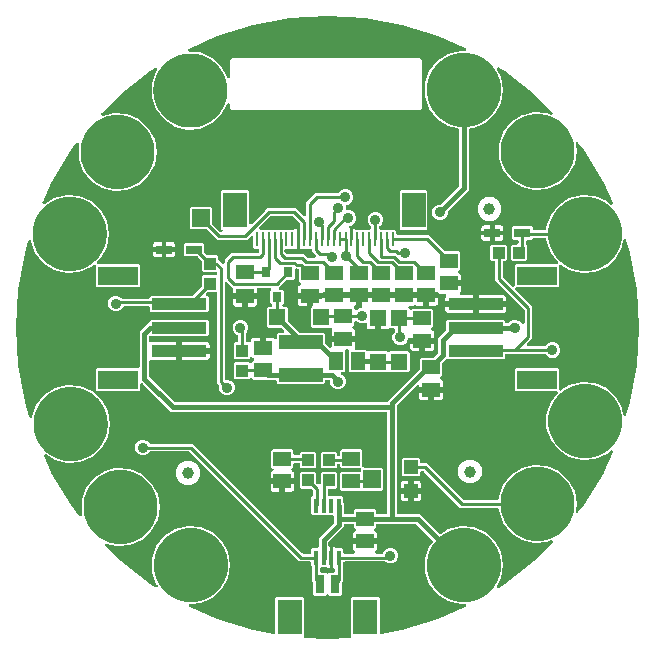
<source format=gbr>
G04 EAGLE Gerber RS-274X export*
G75*
%MOMM*%
%FSLAX34Y34*%
%LPD*%
%INTop Copper*%
%IPPOS*%
%AMOC8*
5,1,8,0,0,1.08239X$1,22.5*%
G01*
%ADD10C,1.000000*%
%ADD11R,0.400000X1.300000*%
%ADD12R,1.000000X1.075000*%
%ADD13R,1.500000X1.240000*%
%ADD14R,1.500000X1.600000*%
%ADD15R,1.200000X1.200000*%
%ADD16R,0.800000X1.600000*%
%ADD17R,2.100000X3.000000*%
%ADD18C,5.266000*%
%ADD19C,1.016000*%
%ADD20R,1.400000X1.400000*%
%ADD21R,1.240000X1.500000*%
%ADD22R,3.700000X1.200000*%
%ADD23R,1.500000X1.200000*%
%ADD24R,0.800000X0.900000*%
%ADD25R,1.500000X1.500000*%
%ADD26R,4.600000X1.000000*%
%ADD27R,3.400000X1.600000*%
%ADD28R,1.075000X1.000000*%
%ADD29R,1.350000X0.800000*%
%ADD30R,2.000000X3.000000*%
%ADD31R,0.275000X1.250000*%
%ADD32C,0.906400*%
%ADD33C,0.254000*%
%ADD34C,0.406400*%

G36*
X19061Y-262882D02*
X19061Y-262882D01*
X19160Y-262863D01*
X19261Y-262854D01*
X19316Y-262834D01*
X19373Y-262823D01*
X19465Y-262780D01*
X19560Y-262746D01*
X19608Y-262713D01*
X19661Y-262688D01*
X19739Y-262624D01*
X19823Y-262567D01*
X19862Y-262523D01*
X19907Y-262486D01*
X19967Y-262405D01*
X20033Y-262329D01*
X20060Y-262277D01*
X20095Y-262229D01*
X20132Y-262136D01*
X20178Y-262046D01*
X20191Y-261988D01*
X20213Y-261934D01*
X20226Y-261834D01*
X20248Y-261735D01*
X20246Y-261677D01*
X20253Y-261619D01*
X20241Y-261518D01*
X20238Y-261417D01*
X20222Y-261361D01*
X20215Y-261303D01*
X20178Y-261209D01*
X20150Y-261112D01*
X20120Y-261062D01*
X20098Y-261007D01*
X20039Y-260925D01*
X19988Y-260838D01*
X19925Y-260766D01*
X19912Y-260749D01*
X19902Y-260741D01*
X19882Y-260717D01*
X19571Y-260407D01*
X19571Y-228933D01*
X20613Y-227891D01*
X43087Y-227891D01*
X44129Y-228933D01*
X44129Y-258332D01*
X44138Y-258406D01*
X44138Y-258481D01*
X44158Y-258563D01*
X44169Y-258647D01*
X44196Y-258717D01*
X44214Y-258790D01*
X44254Y-258864D01*
X44286Y-258943D01*
X44330Y-259004D01*
X44365Y-259070D01*
X44423Y-259132D01*
X44472Y-259200D01*
X44530Y-259248D01*
X44581Y-259303D01*
X44652Y-259349D01*
X44717Y-259403D01*
X44785Y-259435D01*
X44848Y-259476D01*
X44929Y-259503D01*
X45005Y-259539D01*
X45079Y-259553D01*
X45150Y-259577D01*
X45234Y-259583D01*
X45317Y-259599D01*
X45392Y-259594D01*
X45467Y-259599D01*
X45627Y-259580D01*
X63112Y-256376D01*
X63119Y-256374D01*
X63261Y-256339D01*
X93555Y-246899D01*
X93561Y-246897D01*
X93698Y-246845D01*
X116777Y-236458D01*
X116865Y-236404D01*
X116957Y-236359D01*
X117000Y-236322D01*
X117048Y-236292D01*
X117120Y-236219D01*
X117198Y-236151D01*
X117230Y-236105D01*
X117270Y-236064D01*
X117321Y-235975D01*
X117380Y-235891D01*
X117400Y-235838D01*
X117428Y-235788D01*
X117455Y-235689D01*
X117491Y-235593D01*
X117497Y-235536D01*
X117512Y-235482D01*
X117514Y-235379D01*
X117525Y-235276D01*
X117517Y-235220D01*
X117518Y-235164D01*
X117494Y-235064D01*
X117479Y-234962D01*
X117457Y-234909D01*
X117444Y-234854D01*
X117396Y-234763D01*
X117356Y-234668D01*
X117322Y-234623D01*
X117296Y-234573D01*
X117227Y-234497D01*
X117164Y-234415D01*
X117120Y-234379D01*
X117082Y-234337D01*
X116996Y-234281D01*
X116916Y-234217D01*
X116864Y-234193D01*
X116817Y-234162D01*
X116719Y-234129D01*
X116625Y-234087D01*
X116570Y-234077D01*
X116516Y-234058D01*
X116414Y-234050D01*
X116312Y-234033D01*
X116220Y-234035D01*
X116199Y-234033D01*
X116185Y-234035D01*
X116151Y-234036D01*
X112824Y-234312D01*
X102211Y-231624D01*
X93046Y-225636D01*
X86321Y-216997D01*
X82766Y-206642D01*
X82766Y-195694D01*
X86321Y-185339D01*
X88990Y-181910D01*
X89011Y-181875D01*
X89038Y-181844D01*
X89092Y-181739D01*
X89153Y-181636D01*
X89164Y-181597D01*
X89183Y-181561D01*
X89209Y-181445D01*
X89242Y-181331D01*
X89243Y-181291D01*
X89252Y-181251D01*
X89249Y-181132D01*
X89253Y-181013D01*
X89244Y-180974D01*
X89243Y-180933D01*
X89210Y-180819D01*
X89184Y-180703D01*
X89166Y-180667D01*
X89154Y-180628D01*
X89094Y-180525D01*
X89040Y-180419D01*
X89013Y-180389D01*
X88993Y-180354D01*
X88886Y-180233D01*
X75040Y-166386D01*
X74962Y-166326D01*
X74890Y-166258D01*
X74837Y-166229D01*
X74789Y-166192D01*
X74698Y-166152D01*
X74611Y-166104D01*
X74553Y-166089D01*
X74497Y-166065D01*
X74399Y-166050D01*
X74303Y-166025D01*
X74203Y-166019D01*
X74183Y-166015D01*
X74171Y-166017D01*
X74143Y-166015D01*
X42298Y-166015D01*
X42180Y-166030D01*
X42061Y-166037D01*
X42023Y-166050D01*
X41982Y-166055D01*
X41872Y-166098D01*
X41759Y-166135D01*
X41724Y-166157D01*
X41687Y-166172D01*
X41591Y-166241D01*
X41490Y-166305D01*
X41462Y-166335D01*
X41429Y-166358D01*
X41353Y-166450D01*
X41272Y-166537D01*
X41252Y-166572D01*
X41227Y-166603D01*
X41176Y-166711D01*
X41118Y-166815D01*
X41108Y-166855D01*
X41091Y-166891D01*
X41069Y-167008D01*
X41039Y-167123D01*
X41035Y-167183D01*
X41031Y-167203D01*
X41033Y-167224D01*
X41029Y-167284D01*
X41029Y-168887D01*
X39658Y-170258D01*
X39576Y-170363D01*
X39491Y-170464D01*
X39479Y-170488D01*
X39463Y-170509D01*
X39410Y-170631D01*
X39352Y-170750D01*
X39347Y-170776D01*
X39336Y-170801D01*
X39316Y-170932D01*
X39289Y-171062D01*
X39291Y-171088D01*
X39287Y-171115D01*
X39299Y-171247D01*
X39306Y-171379D01*
X39314Y-171405D01*
X39316Y-171432D01*
X39361Y-171557D01*
X39401Y-171683D01*
X39415Y-171706D01*
X39424Y-171731D01*
X39498Y-171841D01*
X39568Y-171953D01*
X39587Y-171972D01*
X39603Y-171994D01*
X39702Y-172082D01*
X39797Y-172174D01*
X39821Y-172187D01*
X39841Y-172205D01*
X39959Y-172265D01*
X40074Y-172330D01*
X40110Y-172342D01*
X40124Y-172349D01*
X40145Y-172354D01*
X40227Y-172381D01*
X40231Y-172383D01*
X40810Y-172717D01*
X41283Y-173190D01*
X41618Y-173769D01*
X41791Y-174416D01*
X41791Y-178411D01*
X33020Y-178411D01*
X32902Y-178426D01*
X32783Y-178433D01*
X32745Y-178446D01*
X32705Y-178451D01*
X32594Y-178494D01*
X32481Y-178531D01*
X32446Y-178553D01*
X32409Y-178568D01*
X32313Y-178638D01*
X32212Y-178701D01*
X32184Y-178731D01*
X32152Y-178755D01*
X32076Y-178846D01*
X31994Y-178933D01*
X31975Y-178968D01*
X31949Y-178999D01*
X31898Y-179107D01*
X31841Y-179211D01*
X31830Y-179251D01*
X31813Y-179287D01*
X31791Y-179404D01*
X31761Y-179519D01*
X31757Y-179580D01*
X31753Y-179600D01*
X31755Y-179620D01*
X31751Y-179680D01*
X31751Y-182220D01*
X31766Y-182338D01*
X31773Y-182457D01*
X31786Y-182495D01*
X31791Y-182535D01*
X31835Y-182646D01*
X31871Y-182759D01*
X31893Y-182794D01*
X31908Y-182831D01*
X31978Y-182927D01*
X32041Y-183028D01*
X32071Y-183056D01*
X32095Y-183088D01*
X32186Y-183164D01*
X32273Y-183246D01*
X32308Y-183265D01*
X32340Y-183291D01*
X32447Y-183342D01*
X32551Y-183399D01*
X32591Y-183410D01*
X32627Y-183427D01*
X32744Y-183449D01*
X32859Y-183479D01*
X32920Y-183483D01*
X32940Y-183487D01*
X32960Y-183485D01*
X33020Y-183489D01*
X41791Y-183489D01*
X41791Y-187484D01*
X41618Y-188131D01*
X41283Y-188710D01*
X40743Y-189250D01*
X40657Y-189360D01*
X40569Y-189467D01*
X40560Y-189486D01*
X40548Y-189502D01*
X40492Y-189630D01*
X40433Y-189755D01*
X40429Y-189775D01*
X40421Y-189794D01*
X40399Y-189932D01*
X40373Y-190068D01*
X40375Y-190088D01*
X40371Y-190108D01*
X40385Y-190247D01*
X40393Y-190385D01*
X40399Y-190404D01*
X40401Y-190424D01*
X40448Y-190556D01*
X40491Y-190687D01*
X40502Y-190705D01*
X40509Y-190724D01*
X40587Y-190838D01*
X40661Y-190956D01*
X40676Y-190970D01*
X40687Y-190987D01*
X40791Y-191079D01*
X40893Y-191174D01*
X40911Y-191184D01*
X40926Y-191197D01*
X41050Y-191260D01*
X41171Y-191328D01*
X41191Y-191333D01*
X41209Y-191342D01*
X41345Y-191372D01*
X41479Y-191407D01*
X41507Y-191409D01*
X41519Y-191412D01*
X41540Y-191411D01*
X41640Y-191417D01*
X46058Y-191417D01*
X46088Y-191414D01*
X46117Y-191416D01*
X46245Y-191394D01*
X46374Y-191377D01*
X46401Y-191367D01*
X46431Y-191362D01*
X46549Y-191308D01*
X46670Y-191260D01*
X46694Y-191243D01*
X46720Y-191231D01*
X46822Y-191150D01*
X46927Y-191074D01*
X46946Y-191051D01*
X46969Y-191032D01*
X47047Y-190929D01*
X47130Y-190829D01*
X47142Y-190802D01*
X47160Y-190778D01*
X47231Y-190634D01*
X47775Y-189321D01*
X49621Y-187475D01*
X52034Y-186475D01*
X54646Y-186475D01*
X57059Y-187475D01*
X58905Y-189321D01*
X59905Y-191734D01*
X59905Y-194346D01*
X58905Y-196759D01*
X57059Y-198605D01*
X54646Y-199605D01*
X52034Y-199605D01*
X49621Y-198605D01*
X49411Y-198394D01*
X49332Y-198334D01*
X49260Y-198266D01*
X49207Y-198237D01*
X49159Y-198200D01*
X49068Y-198160D01*
X48982Y-198112D01*
X48923Y-198097D01*
X48867Y-198073D01*
X48769Y-198058D01*
X48674Y-198033D01*
X48574Y-198027D01*
X48553Y-198023D01*
X48541Y-198025D01*
X48513Y-198023D01*
X14798Y-198023D01*
X14680Y-198038D01*
X14561Y-198045D01*
X14523Y-198058D01*
X14482Y-198063D01*
X14372Y-198106D01*
X14259Y-198143D01*
X14224Y-198165D01*
X14187Y-198180D01*
X14091Y-198249D01*
X13990Y-198313D01*
X13962Y-198343D01*
X13929Y-198366D01*
X13853Y-198458D01*
X13772Y-198545D01*
X13752Y-198580D01*
X13727Y-198611D01*
X13676Y-198719D01*
X13618Y-198823D01*
X13608Y-198863D01*
X13591Y-198899D01*
X13569Y-199016D01*
X13539Y-199131D01*
X13535Y-199191D01*
X13531Y-199211D01*
X13532Y-199218D01*
X13531Y-199220D01*
X13532Y-199236D01*
X13529Y-199292D01*
X13529Y-201957D01*
X13424Y-202061D01*
X13364Y-202139D01*
X13296Y-202211D01*
X13267Y-202264D01*
X13230Y-202312D01*
X13190Y-202403D01*
X13142Y-202490D01*
X13127Y-202548D01*
X13103Y-202604D01*
X13088Y-202702D01*
X13063Y-202798D01*
X13057Y-202898D01*
X13053Y-202918D01*
X13055Y-202931D01*
X13053Y-202959D01*
X13053Y-215038D01*
X12400Y-215690D01*
X12340Y-215769D01*
X12272Y-215841D01*
X12243Y-215894D01*
X12206Y-215942D01*
X12166Y-216033D01*
X12118Y-216119D01*
X12103Y-216178D01*
X12079Y-216233D01*
X12064Y-216331D01*
X12039Y-216427D01*
X12033Y-216527D01*
X12029Y-216548D01*
X12031Y-216560D01*
X12029Y-216588D01*
X12029Y-225907D01*
X10987Y-226949D01*
X1513Y-226949D01*
X898Y-226333D01*
X804Y-226260D01*
X714Y-226181D01*
X678Y-226163D01*
X646Y-226138D01*
X537Y-226091D01*
X431Y-226037D01*
X392Y-226028D01*
X354Y-226012D01*
X237Y-225993D01*
X121Y-225967D01*
X80Y-225968D01*
X40Y-225962D01*
X-78Y-225973D01*
X-197Y-225977D01*
X-236Y-225988D01*
X-276Y-225992D01*
X-388Y-226032D01*
X-503Y-226065D01*
X-538Y-226086D01*
X-576Y-226099D01*
X-674Y-226166D01*
X-777Y-226227D01*
X-822Y-226266D01*
X-839Y-226278D01*
X-852Y-226293D01*
X-898Y-226333D01*
X-1513Y-226949D01*
X-10987Y-226949D01*
X-12029Y-225907D01*
X-12029Y-216588D01*
X-12041Y-216490D01*
X-12044Y-216391D01*
X-12061Y-216332D01*
X-12069Y-216272D01*
X-12105Y-216180D01*
X-12133Y-216085D01*
X-12163Y-216033D01*
X-12186Y-215977D01*
X-12244Y-215897D01*
X-12294Y-215811D01*
X-12360Y-215736D01*
X-12372Y-215719D01*
X-12382Y-215711D01*
X-12400Y-215690D01*
X-13053Y-215038D01*
X-13053Y-202959D01*
X-13065Y-202860D01*
X-13068Y-202761D01*
X-13085Y-202703D01*
X-13093Y-202643D01*
X-13129Y-202551D01*
X-13157Y-202456D01*
X-13187Y-202404D01*
X-13210Y-202347D01*
X-13268Y-202267D01*
X-13318Y-202182D01*
X-13384Y-202106D01*
X-13396Y-202090D01*
X-13406Y-202082D01*
X-13424Y-202061D01*
X-13529Y-201957D01*
X-13529Y-199292D01*
X-13544Y-199174D01*
X-13551Y-199055D01*
X-13564Y-199017D01*
X-13569Y-198976D01*
X-13612Y-198866D01*
X-13649Y-198753D01*
X-13671Y-198718D01*
X-13686Y-198681D01*
X-13755Y-198585D01*
X-13819Y-198484D01*
X-13849Y-198456D01*
X-13872Y-198423D01*
X-13964Y-198347D01*
X-14051Y-198266D01*
X-14086Y-198246D01*
X-14117Y-198221D01*
X-14225Y-198170D01*
X-14329Y-198112D01*
X-14369Y-198102D01*
X-14405Y-198085D01*
X-14522Y-198063D01*
X-14637Y-198033D01*
X-14697Y-198029D01*
X-14717Y-198025D01*
X-14738Y-198027D01*
X-14798Y-198023D01*
X-23818Y-198023D01*
X-116566Y-105274D01*
X-116645Y-105214D01*
X-116717Y-105146D01*
X-116770Y-105117D01*
X-116818Y-105080D01*
X-116909Y-105040D01*
X-116995Y-104992D01*
X-117054Y-104977D01*
X-117109Y-104953D01*
X-117207Y-104938D01*
X-117303Y-104913D01*
X-117403Y-104907D01*
X-117424Y-104903D01*
X-117436Y-104905D01*
X-117464Y-104903D01*
X-149703Y-104903D01*
X-149801Y-104915D01*
X-149900Y-104918D01*
X-149958Y-104935D01*
X-150019Y-104943D01*
X-150111Y-104979D01*
X-150206Y-105007D01*
X-150258Y-105037D01*
X-150314Y-105060D01*
X-150394Y-105118D01*
X-150480Y-105168D01*
X-150555Y-105234D01*
X-150572Y-105246D01*
X-150579Y-105256D01*
X-150601Y-105274D01*
X-152491Y-107165D01*
X-154904Y-108165D01*
X-157516Y-108165D01*
X-159929Y-107165D01*
X-161775Y-105319D01*
X-162775Y-102906D01*
X-162775Y-100294D01*
X-161775Y-97881D01*
X-159929Y-96035D01*
X-157516Y-95035D01*
X-154904Y-95035D01*
X-152491Y-96035D01*
X-150601Y-97926D01*
X-150522Y-97986D01*
X-150450Y-98054D01*
X-150397Y-98083D01*
X-150349Y-98120D01*
X-150258Y-98160D01*
X-150172Y-98208D01*
X-150113Y-98223D01*
X-150057Y-98247D01*
X-149959Y-98262D01*
X-149864Y-98287D01*
X-149764Y-98293D01*
X-149743Y-98297D01*
X-149731Y-98295D01*
X-149703Y-98297D01*
X-114202Y-98297D01*
X-21454Y-191046D01*
X-21375Y-191106D01*
X-21303Y-191174D01*
X-21250Y-191203D01*
X-21202Y-191240D01*
X-21111Y-191280D01*
X-21025Y-191328D01*
X-20966Y-191343D01*
X-20911Y-191367D01*
X-20813Y-191382D01*
X-20717Y-191407D01*
X-20617Y-191413D01*
X-20596Y-191417D01*
X-20584Y-191415D01*
X-20556Y-191417D01*
X-14798Y-191417D01*
X-14680Y-191402D01*
X-14561Y-191395D01*
X-14523Y-191382D01*
X-14482Y-191377D01*
X-14372Y-191334D01*
X-14259Y-191297D01*
X-14224Y-191275D01*
X-14187Y-191260D01*
X-14091Y-191191D01*
X-13990Y-191127D01*
X-13962Y-191097D01*
X-13929Y-191074D01*
X-13853Y-190982D01*
X-13772Y-190895D01*
X-13752Y-190860D01*
X-13727Y-190829D01*
X-13676Y-190721D01*
X-13618Y-190617D01*
X-13608Y-190577D01*
X-13591Y-190541D01*
X-13569Y-190424D01*
X-13539Y-190309D01*
X-13535Y-190249D01*
X-13531Y-190229D01*
X-13533Y-190208D01*
X-13529Y-190148D01*
X-13529Y-187483D01*
X-12487Y-186441D01*
X-8584Y-186441D01*
X-8466Y-186426D01*
X-8347Y-186419D01*
X-8309Y-186406D01*
X-8268Y-186401D01*
X-8158Y-186358D01*
X-8045Y-186321D01*
X-8010Y-186299D01*
X-7973Y-186284D01*
X-7877Y-186215D01*
X-7776Y-186151D01*
X-7748Y-186121D01*
X-7715Y-186098D01*
X-7639Y-186006D01*
X-7558Y-185919D01*
X-7538Y-185884D01*
X-7513Y-185853D01*
X-7462Y-185745D01*
X-7404Y-185641D01*
X-7394Y-185601D01*
X-7377Y-185565D01*
X-7355Y-185448D01*
X-7325Y-185333D01*
X-7321Y-185273D01*
X-7317Y-185253D01*
X-7319Y-185232D01*
X-7315Y-185172D01*
X-7315Y-178096D01*
X5314Y-165468D01*
X5374Y-165390D01*
X5442Y-165318D01*
X5471Y-165265D01*
X5508Y-165217D01*
X5548Y-165126D01*
X5596Y-165039D01*
X5611Y-164981D01*
X5635Y-164925D01*
X5650Y-164827D01*
X5675Y-164731D01*
X5681Y-164631D01*
X5685Y-164611D01*
X5683Y-164599D01*
X5685Y-164571D01*
X5685Y-160268D01*
X5670Y-160150D01*
X5663Y-160031D01*
X5650Y-159993D01*
X5645Y-159952D01*
X5602Y-159842D01*
X5565Y-159729D01*
X5543Y-159694D01*
X5528Y-159657D01*
X5459Y-159561D01*
X5395Y-159460D01*
X5365Y-159432D01*
X5342Y-159399D01*
X5250Y-159323D01*
X5163Y-159242D01*
X5128Y-159222D01*
X5097Y-159197D01*
X4989Y-159146D01*
X4885Y-159088D01*
X4845Y-159078D01*
X4809Y-159061D01*
X4692Y-159039D01*
X4577Y-159009D01*
X4517Y-159005D01*
X4497Y-159001D01*
X4476Y-159003D01*
X4416Y-158999D01*
X-12487Y-158999D01*
X-13529Y-157957D01*
X-13529Y-143483D01*
X-12564Y-142519D01*
X-12504Y-142441D01*
X-12436Y-142369D01*
X-12407Y-142316D01*
X-12370Y-142268D01*
X-12330Y-142177D01*
X-12282Y-142090D01*
X-12267Y-142032D01*
X-12243Y-141976D01*
X-12228Y-141878D01*
X-12203Y-141782D01*
X-12197Y-141682D01*
X-12193Y-141662D01*
X-12195Y-141649D01*
X-12193Y-141621D01*
X-12193Y-138664D01*
X-12205Y-138566D01*
X-12208Y-138467D01*
X-12225Y-138408D01*
X-12233Y-138348D01*
X-12269Y-138256D01*
X-12297Y-138161D01*
X-12327Y-138109D01*
X-12350Y-138053D01*
X-12408Y-137973D01*
X-12458Y-137887D01*
X-12524Y-137812D01*
X-12536Y-137795D01*
X-12546Y-137787D01*
X-12564Y-137766D01*
X-13655Y-136676D01*
X-13733Y-136615D01*
X-13806Y-136547D01*
X-13859Y-136518D01*
X-13907Y-136481D01*
X-13997Y-136441D01*
X-14084Y-136393D01*
X-14143Y-136378D01*
X-14198Y-136354D01*
X-14296Y-136339D01*
X-14392Y-136314D01*
X-14492Y-136308D01*
X-14512Y-136304D01*
X-14525Y-136306D01*
X-14553Y-136304D01*
X-22247Y-136304D01*
X-23289Y-135262D01*
X-23289Y-123038D01*
X-22247Y-121996D01*
X-10773Y-121996D01*
X-9731Y-123038D01*
X-9731Y-130732D01*
X-9719Y-130830D01*
X-9716Y-130929D01*
X-9699Y-130988D01*
X-9691Y-131048D01*
X-9655Y-131140D01*
X-9627Y-131235D01*
X-9597Y-131287D01*
X-9574Y-131343D01*
X-9516Y-131423D01*
X-9466Y-131509D01*
X-9400Y-131584D01*
X-9388Y-131601D01*
X-9378Y-131609D01*
X-9360Y-131630D01*
X-8518Y-132472D01*
X-8423Y-132545D01*
X-8334Y-132623D01*
X-8298Y-132642D01*
X-8266Y-132667D01*
X-8157Y-132714D01*
X-8051Y-132768D01*
X-8012Y-132777D01*
X-7974Y-132793D01*
X-7857Y-132812D01*
X-7741Y-132838D01*
X-7700Y-132837D01*
X-7660Y-132843D01*
X-7542Y-132832D01*
X-7423Y-132828D01*
X-7384Y-132817D01*
X-7344Y-132813D01*
X-7232Y-132773D01*
X-7117Y-132740D01*
X-7082Y-132719D01*
X-7044Y-132705D01*
X-6946Y-132639D01*
X-6843Y-132578D01*
X-6798Y-132538D01*
X-6781Y-132527D01*
X-6768Y-132511D01*
X-6723Y-132472D01*
X-5881Y-131630D01*
X-5820Y-131552D01*
X-5752Y-131479D01*
X-5723Y-131426D01*
X-5686Y-131378D01*
X-5646Y-131288D01*
X-5598Y-131201D01*
X-5583Y-131142D01*
X-5559Y-131087D01*
X-5544Y-130989D01*
X-5519Y-130893D01*
X-5513Y-130793D01*
X-5509Y-130773D01*
X-5511Y-130760D01*
X-5509Y-130732D01*
X-5509Y-123038D01*
X-4467Y-121996D01*
X7007Y-121996D01*
X8049Y-123038D01*
X8049Y-135262D01*
X7007Y-136304D01*
X1322Y-136304D01*
X1204Y-136319D01*
X1085Y-136326D01*
X1047Y-136339D01*
X1006Y-136344D01*
X896Y-136387D01*
X783Y-136424D01*
X748Y-136446D01*
X711Y-136461D01*
X615Y-136530D01*
X514Y-136594D01*
X486Y-136624D01*
X453Y-136647D01*
X377Y-136739D01*
X296Y-136826D01*
X276Y-136861D01*
X251Y-136892D01*
X200Y-137000D01*
X142Y-137104D01*
X132Y-137144D01*
X115Y-137180D01*
X93Y-137297D01*
X63Y-137412D01*
X59Y-137472D01*
X55Y-137492D01*
X57Y-137513D01*
X53Y-137573D01*
X53Y-141172D01*
X68Y-141290D01*
X75Y-141409D01*
X88Y-141447D01*
X93Y-141488D01*
X136Y-141598D01*
X173Y-141711D01*
X195Y-141746D01*
X210Y-141783D01*
X279Y-141879D01*
X343Y-141980D01*
X373Y-142008D01*
X396Y-142041D01*
X488Y-142117D01*
X575Y-142198D01*
X610Y-142218D01*
X641Y-142243D01*
X749Y-142294D01*
X853Y-142352D01*
X893Y-142362D01*
X929Y-142379D01*
X1046Y-142401D01*
X1161Y-142431D01*
X1221Y-142435D01*
X1241Y-142439D01*
X1262Y-142437D01*
X1322Y-142441D01*
X12487Y-142441D01*
X13529Y-143483D01*
X13529Y-148225D01*
X13541Y-148323D01*
X13544Y-148422D01*
X13561Y-148480D01*
X13569Y-148540D01*
X13605Y-148632D01*
X13633Y-148727D01*
X13663Y-148779D01*
X13686Y-148836D01*
X13744Y-148916D01*
X13794Y-149001D01*
X13815Y-149025D01*
X13815Y-156616D01*
X13830Y-156734D01*
X13837Y-156853D01*
X13850Y-156891D01*
X13855Y-156932D01*
X13898Y-157042D01*
X13935Y-157155D01*
X13957Y-157190D01*
X13972Y-157227D01*
X14041Y-157323D01*
X14105Y-157424D01*
X14135Y-157452D01*
X14158Y-157485D01*
X14250Y-157561D01*
X14337Y-157642D01*
X14372Y-157662D01*
X14403Y-157687D01*
X14511Y-157738D01*
X14615Y-157796D01*
X14655Y-157806D01*
X14691Y-157823D01*
X14808Y-157845D01*
X14923Y-157875D01*
X14983Y-157879D01*
X15003Y-157883D01*
X15024Y-157881D01*
X15084Y-157885D01*
X21202Y-157885D01*
X21320Y-157870D01*
X21439Y-157863D01*
X21477Y-157850D01*
X21518Y-157845D01*
X21628Y-157802D01*
X21741Y-157765D01*
X21776Y-157743D01*
X21813Y-157728D01*
X21909Y-157659D01*
X22010Y-157595D01*
X22038Y-157565D01*
X22071Y-157542D01*
X22147Y-157450D01*
X22228Y-157363D01*
X22248Y-157328D01*
X22273Y-157297D01*
X22324Y-157189D01*
X22382Y-157085D01*
X22392Y-157045D01*
X22409Y-157009D01*
X22431Y-156892D01*
X22461Y-156777D01*
X22465Y-156717D01*
X22469Y-156697D01*
X22467Y-156676D01*
X22471Y-156616D01*
X22471Y-155013D01*
X23513Y-153971D01*
X39987Y-153971D01*
X41029Y-155013D01*
X41029Y-156616D01*
X41044Y-156734D01*
X41051Y-156853D01*
X41064Y-156891D01*
X41069Y-156932D01*
X41112Y-157042D01*
X41149Y-157155D01*
X41171Y-157190D01*
X41186Y-157227D01*
X41255Y-157323D01*
X41319Y-157424D01*
X41349Y-157452D01*
X41372Y-157485D01*
X41464Y-157561D01*
X41551Y-157642D01*
X41586Y-157662D01*
X41617Y-157687D01*
X41725Y-157738D01*
X41829Y-157796D01*
X41869Y-157806D01*
X41905Y-157823D01*
X42022Y-157845D01*
X42137Y-157875D01*
X42197Y-157879D01*
X42217Y-157883D01*
X42238Y-157881D01*
X42298Y-157885D01*
X49276Y-157885D01*
X49394Y-157870D01*
X49513Y-157863D01*
X49551Y-157850D01*
X49592Y-157845D01*
X49702Y-157802D01*
X49815Y-157765D01*
X49850Y-157743D01*
X49887Y-157728D01*
X49983Y-157659D01*
X50084Y-157595D01*
X50112Y-157565D01*
X50145Y-157542D01*
X50221Y-157450D01*
X50302Y-157363D01*
X50322Y-157328D01*
X50347Y-157297D01*
X50398Y-157189D01*
X50456Y-157085D01*
X50466Y-157045D01*
X50483Y-157009D01*
X50505Y-156892D01*
X50535Y-156777D01*
X50539Y-156717D01*
X50543Y-156697D01*
X50541Y-156676D01*
X50545Y-156616D01*
X50545Y-72644D01*
X50530Y-72526D01*
X50523Y-72407D01*
X50510Y-72369D01*
X50505Y-72328D01*
X50462Y-72218D01*
X50425Y-72105D01*
X50403Y-72070D01*
X50388Y-72033D01*
X50319Y-71937D01*
X50255Y-71836D01*
X50225Y-71808D01*
X50202Y-71775D01*
X50110Y-71699D01*
X50023Y-71618D01*
X49988Y-71598D01*
X49957Y-71573D01*
X49849Y-71522D01*
X49745Y-71464D01*
X49705Y-71454D01*
X49669Y-71437D01*
X49552Y-71415D01*
X49437Y-71385D01*
X49377Y-71381D01*
X49357Y-71377D01*
X49336Y-71379D01*
X49276Y-71375D01*
X-132494Y-71375D01*
X-135246Y-68622D01*
X-156252Y-47616D01*
X-156454Y-47414D01*
X-156564Y-47329D01*
X-156671Y-47240D01*
X-156690Y-47231D01*
X-156706Y-47219D01*
X-156834Y-47164D01*
X-156959Y-47104D01*
X-156979Y-47101D01*
X-156998Y-47093D01*
X-157135Y-47071D01*
X-157272Y-47045D01*
X-157292Y-47046D01*
X-157312Y-47043D01*
X-157450Y-47056D01*
X-157589Y-47064D01*
X-157608Y-47071D01*
X-157628Y-47073D01*
X-157759Y-47120D01*
X-157891Y-47162D01*
X-157909Y-47173D01*
X-157928Y-47180D01*
X-158042Y-47258D01*
X-158160Y-47333D01*
X-158174Y-47347D01*
X-158191Y-47359D01*
X-158283Y-47463D01*
X-158378Y-47564D01*
X-158388Y-47582D01*
X-158401Y-47597D01*
X-158464Y-47721D01*
X-158532Y-47843D01*
X-158537Y-47862D01*
X-158546Y-47880D01*
X-158576Y-48016D01*
X-158611Y-48151D01*
X-158613Y-48179D01*
X-158616Y-48191D01*
X-158615Y-48211D01*
X-158621Y-48311D01*
X-158621Y-52737D01*
X-159663Y-53779D01*
X-195137Y-53779D01*
X-196179Y-52737D01*
X-196179Y-35263D01*
X-195137Y-34221D01*
X-160274Y-34221D01*
X-160156Y-34206D01*
X-160037Y-34199D01*
X-159999Y-34186D01*
X-159958Y-34181D01*
X-159848Y-34138D01*
X-159735Y-34101D01*
X-159700Y-34079D01*
X-159663Y-34064D01*
X-159567Y-33995D01*
X-159466Y-33931D01*
X-159438Y-33901D01*
X-159405Y-33878D01*
X-159329Y-33786D01*
X-159248Y-33699D01*
X-159228Y-33664D01*
X-159203Y-33633D01*
X-159152Y-33525D01*
X-159094Y-33421D01*
X-159084Y-33381D01*
X-159067Y-33345D01*
X-159045Y-33228D01*
X-159015Y-33113D01*
X-159011Y-33053D01*
X-159007Y-33033D01*
X-159009Y-33012D01*
X-159005Y-32952D01*
X-159005Y-3396D01*
X-156252Y-644D01*
X-154296Y1312D01*
X-151544Y4065D01*
X-151448Y4065D01*
X-151330Y4080D01*
X-151211Y4087D01*
X-151173Y4100D01*
X-151132Y4105D01*
X-151022Y4148D01*
X-150909Y4185D01*
X-150874Y4207D01*
X-150837Y4222D01*
X-150741Y4291D01*
X-150640Y4355D01*
X-150612Y4385D01*
X-150579Y4408D01*
X-150503Y4500D01*
X-150422Y4587D01*
X-150402Y4622D01*
X-150377Y4653D01*
X-150326Y4761D01*
X-150268Y4865D01*
X-150258Y4905D01*
X-150241Y4941D01*
X-150219Y5058D01*
X-150189Y5173D01*
X-150185Y5233D01*
X-150181Y5253D01*
X-150183Y5274D01*
X-150179Y5334D01*
X-150179Y5737D01*
X-149137Y6779D01*
X-101663Y6779D01*
X-100621Y5737D01*
X-100621Y-5737D01*
X-101663Y-6779D01*
X-149606Y-6779D01*
X-149724Y-6794D01*
X-149843Y-6801D01*
X-149881Y-6814D01*
X-149922Y-6819D01*
X-150032Y-6862D01*
X-150145Y-6899D01*
X-150180Y-6921D01*
X-150217Y-6936D01*
X-150313Y-7005D01*
X-150414Y-7069D01*
X-150442Y-7099D01*
X-150475Y-7122D01*
X-150551Y-7214D01*
X-150632Y-7301D01*
X-150652Y-7336D01*
X-150677Y-7367D01*
X-150728Y-7475D01*
X-150786Y-7579D01*
X-150796Y-7619D01*
X-150813Y-7655D01*
X-150835Y-7772D01*
X-150865Y-7887D01*
X-150869Y-7947D01*
X-150873Y-7967D01*
X-150871Y-7988D01*
X-150875Y-8048D01*
X-150875Y-11379D01*
X-150859Y-11504D01*
X-150850Y-11629D01*
X-150840Y-11661D01*
X-150835Y-11694D01*
X-150789Y-11811D01*
X-150749Y-11930D01*
X-150731Y-11959D01*
X-150718Y-11990D01*
X-150645Y-12092D01*
X-150576Y-12197D01*
X-150551Y-12220D01*
X-150532Y-12247D01*
X-150435Y-12328D01*
X-150342Y-12413D01*
X-150313Y-12429D01*
X-150287Y-12450D01*
X-150173Y-12504D01*
X-150062Y-12563D01*
X-150029Y-12571D01*
X-149999Y-12586D01*
X-149876Y-12609D01*
X-149753Y-12639D01*
X-149720Y-12639D01*
X-149687Y-12645D01*
X-149561Y-12638D01*
X-149435Y-12637D01*
X-149387Y-12627D01*
X-149369Y-12626D01*
X-149349Y-12619D01*
X-149277Y-12605D01*
X-148734Y-12459D01*
X-127899Y-12459D01*
X-127899Y-18770D01*
X-127884Y-18888D01*
X-127877Y-19007D01*
X-127864Y-19045D01*
X-127859Y-19085D01*
X-127816Y-19196D01*
X-127779Y-19309D01*
X-127757Y-19343D01*
X-127742Y-19381D01*
X-127673Y-19477D01*
X-127609Y-19578D01*
X-127579Y-19606D01*
X-127556Y-19638D01*
X-127464Y-19714D01*
X-127377Y-19796D01*
X-127342Y-19815D01*
X-127311Y-19841D01*
X-127203Y-19892D01*
X-127099Y-19949D01*
X-127059Y-19959D01*
X-127023Y-19977D01*
X-126916Y-19997D01*
X-126946Y-20001D01*
X-127056Y-20045D01*
X-127169Y-20081D01*
X-127204Y-20103D01*
X-127241Y-20118D01*
X-127337Y-20188D01*
X-127438Y-20251D01*
X-127466Y-20281D01*
X-127499Y-20305D01*
X-127575Y-20396D01*
X-127656Y-20483D01*
X-127676Y-20518D01*
X-127701Y-20550D01*
X-127752Y-20657D01*
X-127810Y-20762D01*
X-127820Y-20801D01*
X-127837Y-20837D01*
X-127859Y-20954D01*
X-127889Y-21070D01*
X-127893Y-21130D01*
X-127897Y-21150D01*
X-127895Y-21170D01*
X-127899Y-21230D01*
X-127899Y-27541D01*
X-148734Y-27541D01*
X-149277Y-27395D01*
X-149402Y-27378D01*
X-149526Y-27355D01*
X-149559Y-27357D01*
X-149593Y-27352D01*
X-149718Y-27366D01*
X-149843Y-27374D01*
X-149875Y-27385D01*
X-149908Y-27389D01*
X-150026Y-27434D01*
X-150145Y-27472D01*
X-150174Y-27490D01*
X-150205Y-27502D01*
X-150308Y-27575D01*
X-150414Y-27642D01*
X-150437Y-27667D01*
X-150465Y-27687D01*
X-150546Y-27782D01*
X-150632Y-27874D01*
X-150648Y-27904D01*
X-150670Y-27929D01*
X-150725Y-28043D01*
X-150786Y-28153D01*
X-150794Y-28185D01*
X-150809Y-28216D01*
X-150834Y-28339D01*
X-150865Y-28461D01*
X-150868Y-28509D01*
X-150872Y-28527D01*
X-150871Y-28549D01*
X-150875Y-28621D01*
X-150875Y-40971D01*
X-150863Y-41069D01*
X-150860Y-41168D01*
X-150843Y-41226D01*
X-150835Y-41286D01*
X-150799Y-41378D01*
X-150771Y-41473D01*
X-150741Y-41526D01*
X-150718Y-41582D01*
X-150660Y-41662D01*
X-150610Y-41747D01*
X-150544Y-41823D01*
X-150532Y-41839D01*
X-150522Y-41847D01*
X-150504Y-41868D01*
X-129498Y-62874D01*
X-129420Y-62934D01*
X-129348Y-63002D01*
X-129295Y-63031D01*
X-129247Y-63068D01*
X-129156Y-63108D01*
X-129069Y-63156D01*
X-129011Y-63171D01*
X-128955Y-63195D01*
X-128857Y-63210D01*
X-128761Y-63235D01*
X-128661Y-63241D01*
X-128641Y-63245D01*
X-128629Y-63243D01*
X-128601Y-63245D01*
X49276Y-63245D01*
X49394Y-63230D01*
X49513Y-63223D01*
X49551Y-63210D01*
X49592Y-63205D01*
X49702Y-63162D01*
X49815Y-63125D01*
X49850Y-63103D01*
X49887Y-63088D01*
X49983Y-63019D01*
X50084Y-62955D01*
X50112Y-62925D01*
X50145Y-62902D01*
X50221Y-62810D01*
X50302Y-62723D01*
X50307Y-62715D01*
X77980Y-35042D01*
X78040Y-34964D01*
X78108Y-34892D01*
X78137Y-34839D01*
X78174Y-34791D01*
X78214Y-34700D01*
X78262Y-34613D01*
X78277Y-34555D01*
X78301Y-34499D01*
X78316Y-34401D01*
X78341Y-34305D01*
X78347Y-34205D01*
X78351Y-34185D01*
X78349Y-34173D01*
X78351Y-34145D01*
X78351Y-26743D01*
X79393Y-25701D01*
X89335Y-25701D01*
X89433Y-25689D01*
X89532Y-25686D01*
X89590Y-25669D01*
X89650Y-25661D01*
X89742Y-25625D01*
X89837Y-25597D01*
X89889Y-25567D01*
X89946Y-25544D01*
X90026Y-25486D01*
X90111Y-25436D01*
X90187Y-25370D01*
X90203Y-25358D01*
X90211Y-25348D01*
X90232Y-25330D01*
X93354Y-22208D01*
X93414Y-22130D01*
X93482Y-22058D01*
X93511Y-22005D01*
X93548Y-21957D01*
X93588Y-21866D01*
X93636Y-21779D01*
X93651Y-21721D01*
X93675Y-21665D01*
X93690Y-21567D01*
X93715Y-21471D01*
X93721Y-21371D01*
X93725Y-21351D01*
X93723Y-21339D01*
X93725Y-21311D01*
X93725Y-8476D01*
X100250Y-1952D01*
X100310Y-1874D01*
X100378Y-1802D01*
X100407Y-1749D01*
X100444Y-1701D01*
X100484Y-1610D01*
X100532Y-1523D01*
X100547Y-1465D01*
X100571Y-1409D01*
X100586Y-1311D01*
X100611Y-1215D01*
X100617Y-1115D01*
X100621Y-1095D01*
X100619Y-1083D01*
X100621Y-1055D01*
X100621Y5737D01*
X101663Y6779D01*
X149137Y6779D01*
X150179Y5737D01*
X150179Y5334D01*
X150194Y5216D01*
X150201Y5097D01*
X150214Y5059D01*
X150219Y5018D01*
X150262Y4908D01*
X150299Y4795D01*
X150321Y4760D01*
X150336Y4723D01*
X150405Y4627D01*
X150469Y4526D01*
X150499Y4498D01*
X150522Y4465D01*
X150614Y4389D01*
X150701Y4308D01*
X150736Y4288D01*
X150767Y4263D01*
X150875Y4212D01*
X150979Y4154D01*
X151019Y4144D01*
X151055Y4127D01*
X151172Y4105D01*
X151287Y4075D01*
X151347Y4071D01*
X151367Y4067D01*
X151388Y4069D01*
X151448Y4065D01*
X152731Y4065D01*
X152829Y4077D01*
X152928Y4080D01*
X152986Y4097D01*
X153046Y4105D01*
X153138Y4141D01*
X153233Y4169D01*
X153285Y4199D01*
X153342Y4222D01*
X153422Y4280D01*
X153507Y4330D01*
X153583Y4396D01*
X153599Y4408D01*
X153607Y4418D01*
X153628Y4436D01*
X155161Y5970D01*
X155755Y5970D01*
X155764Y5971D01*
X155774Y5970D01*
X155922Y5991D01*
X156071Y6010D01*
X156079Y6013D01*
X156089Y6014D01*
X156241Y6066D01*
X157444Y6565D01*
X160056Y6565D01*
X162469Y5565D01*
X164315Y3719D01*
X164435Y3429D01*
X164470Y3368D01*
X164496Y3303D01*
X164548Y3231D01*
X164593Y3152D01*
X164642Y3102D01*
X164682Y3046D01*
X164752Y2989D01*
X164814Y2924D01*
X164874Y2888D01*
X164927Y2843D01*
X165009Y2805D01*
X165085Y2758D01*
X165152Y2737D01*
X165215Y2708D01*
X165303Y2691D01*
X165389Y2664D01*
X165459Y2661D01*
X165528Y2648D01*
X165617Y2653D01*
X165707Y2649D01*
X165775Y2663D01*
X165845Y2667D01*
X165930Y2695D01*
X166018Y2713D01*
X166081Y2744D01*
X166147Y2766D01*
X166223Y2814D01*
X166304Y2853D01*
X166357Y2898D01*
X166416Y2936D01*
X166478Y3001D01*
X166546Y3059D01*
X166586Y3116D01*
X166634Y3167D01*
X166677Y3246D01*
X166729Y3319D01*
X166754Y3385D01*
X166788Y3446D01*
X166810Y3533D01*
X166842Y3617D01*
X166850Y3686D01*
X166867Y3754D01*
X166877Y3914D01*
X166877Y14616D01*
X166865Y14714D01*
X166862Y14813D01*
X166845Y14872D01*
X166837Y14932D01*
X166801Y15024D01*
X166773Y15119D01*
X166743Y15171D01*
X166720Y15227D01*
X166662Y15307D01*
X166612Y15393D01*
X166546Y15468D01*
X166534Y15485D01*
X166524Y15493D01*
X166506Y15514D01*
X141867Y40152D01*
X141867Y55452D01*
X141852Y55570D01*
X141845Y55689D01*
X141832Y55727D01*
X141827Y55768D01*
X141784Y55878D01*
X141747Y55991D01*
X141725Y56026D01*
X141710Y56063D01*
X141641Y56159D01*
X141577Y56260D01*
X141547Y56288D01*
X141524Y56321D01*
X141432Y56397D01*
X141345Y56478D01*
X141310Y56498D01*
X141279Y56523D01*
X141171Y56574D01*
X141067Y56632D01*
X141027Y56642D01*
X140991Y56659D01*
X140874Y56681D01*
X140759Y56711D01*
X140699Y56715D01*
X140679Y56719D01*
X140658Y56717D01*
X140598Y56721D01*
X139058Y56721D01*
X138016Y57763D01*
X138016Y69237D01*
X139058Y70279D01*
X151282Y70279D01*
X152324Y69237D01*
X152324Y57763D01*
X151282Y56721D01*
X149742Y56721D01*
X149624Y56706D01*
X149505Y56699D01*
X149467Y56686D01*
X149426Y56681D01*
X149316Y56638D01*
X149203Y56601D01*
X149168Y56579D01*
X149131Y56564D01*
X149035Y56495D01*
X148934Y56431D01*
X148906Y56401D01*
X148873Y56378D01*
X148797Y56286D01*
X148716Y56199D01*
X148696Y56164D01*
X148671Y56133D01*
X148620Y56025D01*
X148562Y55921D01*
X148552Y55881D01*
X148535Y55845D01*
X148513Y55728D01*
X148483Y55613D01*
X148479Y55553D01*
X148475Y55533D01*
X148477Y55512D01*
X148473Y55452D01*
X148473Y43414D01*
X148485Y43316D01*
X148488Y43217D01*
X148505Y43158D01*
X148513Y43098D01*
X148549Y43006D01*
X148577Y42911D01*
X148607Y42859D01*
X148630Y42803D01*
X148688Y42723D01*
X148738Y42637D01*
X148804Y42562D01*
X148816Y42545D01*
X148826Y42537D01*
X148844Y42516D01*
X156455Y34906D01*
X156564Y34821D01*
X156671Y34732D01*
X156690Y34724D01*
X156706Y34711D01*
X156834Y34656D01*
X156959Y34597D01*
X156979Y34593D01*
X156998Y34585D01*
X157136Y34563D01*
X157272Y34537D01*
X157292Y34538D01*
X157312Y34535D01*
X157451Y34548D01*
X157589Y34557D01*
X157608Y34563D01*
X157628Y34565D01*
X157760Y34612D01*
X157891Y34655D01*
X157909Y34666D01*
X157928Y34673D01*
X158043Y34751D01*
X158160Y34825D01*
X158174Y34840D01*
X158191Y34851D01*
X158283Y34955D01*
X158378Y35057D01*
X158388Y35074D01*
X158401Y35090D01*
X158465Y35214D01*
X158532Y35335D01*
X158537Y35355D01*
X158546Y35373D01*
X158576Y35509D01*
X158611Y35643D01*
X158613Y35671D01*
X158616Y35683D01*
X158615Y35704D01*
X158621Y35804D01*
X158621Y52737D01*
X159663Y53779D01*
X193844Y53779D01*
X193905Y53786D01*
X193965Y53785D01*
X194062Y53806D01*
X194160Y53819D01*
X194217Y53841D01*
X194276Y53854D01*
X194364Y53899D01*
X194456Y53936D01*
X194505Y53971D01*
X194559Y53999D01*
X194633Y54064D01*
X194713Y54122D01*
X194752Y54169D01*
X194797Y54209D01*
X194853Y54291D01*
X194916Y54367D01*
X194942Y54422D01*
X194976Y54473D01*
X195009Y54566D01*
X195051Y54655D01*
X195063Y54715D01*
X195083Y54772D01*
X195093Y54870D01*
X195111Y54967D01*
X195107Y55028D01*
X195113Y55089D01*
X195098Y55186D01*
X195091Y55285D01*
X195073Y55343D01*
X195063Y55403D01*
X195024Y55494D01*
X194993Y55587D01*
X194961Y55639D01*
X194937Y55695D01*
X194846Y55828D01*
X188937Y63419D01*
X185382Y73774D01*
X185382Y74676D01*
X185367Y74794D01*
X185360Y74913D01*
X185348Y74951D01*
X185343Y74992D01*
X185299Y75102D01*
X185262Y75215D01*
X185240Y75250D01*
X185226Y75287D01*
X185156Y75383D01*
X185092Y75484D01*
X185062Y75512D01*
X185039Y75545D01*
X184947Y75621D01*
X184860Y75702D01*
X184825Y75722D01*
X184794Y75747D01*
X184686Y75798D01*
X184582Y75856D01*
X184543Y75866D01*
X184506Y75883D01*
X184389Y75905D01*
X184274Y75935D01*
X184214Y75939D01*
X184194Y75943D01*
X184173Y75941D01*
X184113Y75945D01*
X174827Y75945D01*
X174728Y75933D01*
X174629Y75930D01*
X174571Y75913D01*
X174511Y75905D01*
X174419Y75869D01*
X174324Y75841D01*
X174272Y75811D01*
X174215Y75788D01*
X174135Y75730D01*
X174050Y75680D01*
X173974Y75614D01*
X173958Y75602D01*
X173950Y75592D01*
X173929Y75574D01*
X172587Y74231D01*
X169672Y74231D01*
X169554Y74216D01*
X169435Y74209D01*
X169397Y74196D01*
X169356Y74191D01*
X169246Y74148D01*
X169133Y74111D01*
X169098Y74089D01*
X169061Y74074D01*
X168965Y74005D01*
X168864Y73941D01*
X168836Y73911D01*
X168803Y73888D01*
X168727Y73796D01*
X168646Y73709D01*
X168626Y73674D01*
X168601Y73643D01*
X168550Y73535D01*
X168492Y73431D01*
X168482Y73391D01*
X168465Y73355D01*
X168443Y73238D01*
X168413Y73123D01*
X168409Y73063D01*
X168405Y73043D01*
X168407Y73022D01*
X168403Y72962D01*
X168403Y70684D01*
X168415Y70585D01*
X168418Y70486D01*
X168435Y70428D01*
X168443Y70368D01*
X168479Y70276D01*
X168507Y70181D01*
X168537Y70129D01*
X168560Y70072D01*
X168618Y69992D01*
X168668Y69907D01*
X168734Y69831D01*
X168746Y69815D01*
X168756Y69807D01*
X168774Y69786D01*
X169324Y69237D01*
X169324Y57763D01*
X168282Y56721D01*
X156058Y56721D01*
X155016Y57763D01*
X155016Y69237D01*
X156058Y70279D01*
X160528Y70279D01*
X160646Y70294D01*
X160765Y70301D01*
X160803Y70314D01*
X160844Y70319D01*
X160954Y70362D01*
X161067Y70399D01*
X161102Y70421D01*
X161139Y70436D01*
X161235Y70505D01*
X161336Y70569D01*
X161364Y70599D01*
X161397Y70622D01*
X161473Y70714D01*
X161554Y70801D01*
X161574Y70836D01*
X161599Y70867D01*
X161650Y70975D01*
X161708Y71079D01*
X161718Y71119D01*
X161735Y71155D01*
X161757Y71272D01*
X161787Y71387D01*
X161791Y71447D01*
X161795Y71467D01*
X161793Y71488D01*
X161797Y71548D01*
X161797Y72962D01*
X161782Y73080D01*
X161775Y73199D01*
X161762Y73237D01*
X161757Y73278D01*
X161714Y73388D01*
X161677Y73501D01*
X161655Y73536D01*
X161640Y73573D01*
X161571Y73669D01*
X161507Y73770D01*
X161477Y73798D01*
X161454Y73831D01*
X161362Y73907D01*
X161275Y73988D01*
X161240Y74008D01*
X161209Y74033D01*
X161101Y74084D01*
X160997Y74142D01*
X160957Y74152D01*
X160921Y74169D01*
X160804Y74191D01*
X160689Y74221D01*
X160629Y74225D01*
X160609Y74229D01*
X160588Y74227D01*
X160528Y74231D01*
X157613Y74231D01*
X156571Y75273D01*
X156571Y84747D01*
X157613Y85789D01*
X172587Y85789D01*
X173629Y84747D01*
X173629Y83820D01*
X173644Y83702D01*
X173651Y83583D01*
X173664Y83545D01*
X173669Y83504D01*
X173712Y83394D01*
X173749Y83281D01*
X173771Y83246D01*
X173786Y83209D01*
X173855Y83113D01*
X173919Y83012D01*
X173949Y82984D01*
X173972Y82951D01*
X174064Y82875D01*
X174151Y82794D01*
X174186Y82774D01*
X174217Y82749D01*
X174325Y82698D01*
X174429Y82640D01*
X174469Y82630D01*
X174505Y82613D01*
X174622Y82591D01*
X174737Y82561D01*
X174797Y82557D01*
X174817Y82553D01*
X174838Y82555D01*
X174898Y82551D01*
X184113Y82551D01*
X184231Y82566D01*
X184350Y82573D01*
X184388Y82586D01*
X184429Y82591D01*
X184539Y82634D01*
X184653Y82671D01*
X184687Y82693D01*
X184724Y82708D01*
X184821Y82777D01*
X184921Y82841D01*
X184949Y82871D01*
X184982Y82894D01*
X185058Y82986D01*
X185139Y83073D01*
X185159Y83108D01*
X185185Y83139D01*
X185235Y83247D01*
X185293Y83351D01*
X185303Y83391D01*
X185320Y83427D01*
X185342Y83544D01*
X185372Y83659D01*
X185376Y83719D01*
X185380Y83739D01*
X185379Y83760D01*
X185382Y83820D01*
X185382Y84722D01*
X188937Y95077D01*
X195662Y103716D01*
X204827Y109704D01*
X215440Y112392D01*
X226350Y111488D01*
X236376Y107090D01*
X239398Y104307D01*
X239450Y104271D01*
X239495Y104227D01*
X239579Y104179D01*
X239658Y104123D01*
X239716Y104101D01*
X239771Y104069D01*
X239864Y104044D01*
X239954Y104009D01*
X240017Y104002D01*
X240077Y103985D01*
X240174Y103983D01*
X240270Y103972D01*
X240332Y103981D01*
X240395Y103979D01*
X240489Y104002D01*
X240585Y104015D01*
X240643Y104039D01*
X240705Y104053D01*
X240790Y104098D01*
X240880Y104135D01*
X240930Y104172D01*
X240986Y104201D01*
X241058Y104266D01*
X241135Y104324D01*
X241175Y104373D01*
X241221Y104415D01*
X241275Y104496D01*
X241336Y104571D01*
X241362Y104628D01*
X241397Y104680D01*
X241428Y104772D01*
X241469Y104860D01*
X241480Y104922D01*
X241500Y104981D01*
X241508Y105078D01*
X241525Y105173D01*
X241521Y105236D01*
X241526Y105298D01*
X241510Y105393D01*
X241503Y105490D01*
X241483Y105550D01*
X241472Y105611D01*
X241415Y105762D01*
X233823Y122633D01*
X233819Y122639D01*
X233751Y122769D01*
X217336Y149923D01*
X217332Y149928D01*
X217249Y150049D01*
X212304Y156361D01*
X212303Y156362D01*
X212302Y156364D01*
X212189Y156475D01*
X212078Y156584D01*
X212077Y156585D01*
X212075Y156587D01*
X211938Y156667D01*
X211804Y156745D01*
X211802Y156746D01*
X211800Y156747D01*
X211649Y156789D01*
X211498Y156832D01*
X211496Y156832D01*
X211494Y156833D01*
X211340Y156837D01*
X211180Y156841D01*
X211178Y156840D01*
X211176Y156840D01*
X211027Y156806D01*
X210870Y156770D01*
X210868Y156769D01*
X210866Y156769D01*
X210729Y156698D01*
X210587Y156625D01*
X210586Y156623D01*
X210584Y156622D01*
X210470Y156520D01*
X210350Y156413D01*
X210348Y156412D01*
X210347Y156410D01*
X210260Y156280D01*
X210172Y156150D01*
X210171Y156148D01*
X210170Y156146D01*
X210117Y155996D01*
X210065Y155850D01*
X210065Y155848D01*
X210064Y155846D01*
X210051Y155690D01*
X210037Y155533D01*
X210037Y155531D01*
X210037Y155529D01*
X210053Y155369D01*
X211057Y149352D01*
X209255Y138553D01*
X204045Y128925D01*
X195990Y121510D01*
X185964Y117112D01*
X175054Y116208D01*
X164441Y118896D01*
X155276Y124884D01*
X148551Y133523D01*
X144996Y143878D01*
X144996Y154826D01*
X148551Y165181D01*
X155276Y173820D01*
X164441Y179808D01*
X166167Y180245D01*
X175054Y182496D01*
X185964Y181592D01*
X188988Y180265D01*
X189067Y180242D01*
X189143Y180209D01*
X189219Y180197D01*
X189292Y180175D01*
X189375Y180172D01*
X189457Y180159D01*
X189534Y180166D01*
X189610Y180163D01*
X189691Y180181D01*
X189774Y180189D01*
X189846Y180215D01*
X189921Y180231D01*
X189995Y180268D01*
X190073Y180296D01*
X190137Y180340D01*
X190205Y180374D01*
X190267Y180428D01*
X190336Y180475D01*
X190387Y180533D01*
X190445Y180583D01*
X190492Y180651D01*
X190547Y180714D01*
X190581Y180782D01*
X190625Y180845D01*
X190654Y180923D01*
X190691Y180997D01*
X190708Y181072D01*
X190734Y181144D01*
X190743Y181226D01*
X190761Y181307D01*
X190759Y181384D01*
X190766Y181460D01*
X190754Y181542D01*
X190751Y181625D01*
X190730Y181699D01*
X190718Y181775D01*
X190686Y181851D01*
X190663Y181930D01*
X190624Y181996D01*
X190594Y182067D01*
X190543Y182133D01*
X190501Y182204D01*
X190404Y182314D01*
X190400Y182320D01*
X190398Y182321D01*
X190395Y182325D01*
X175142Y197578D01*
X175136Y197583D01*
X175027Y197680D01*
X150049Y217249D01*
X150043Y217252D01*
X149923Y217336D01*
X145292Y220135D01*
X145163Y220193D01*
X145036Y220254D01*
X145018Y220257D01*
X145001Y220265D01*
X144862Y220288D01*
X144724Y220315D01*
X144706Y220314D01*
X144688Y220317D01*
X144548Y220306D01*
X144406Y220298D01*
X144389Y220292D01*
X144371Y220291D01*
X144238Y220244D01*
X144103Y220202D01*
X144088Y220192D01*
X144071Y220186D01*
X143954Y220108D01*
X143834Y220033D01*
X143821Y220020D01*
X143806Y220010D01*
X143712Y219905D01*
X143614Y219803D01*
X143605Y219787D01*
X143593Y219773D01*
X143528Y219649D01*
X143459Y219525D01*
X143454Y219508D01*
X143446Y219492D01*
X143414Y219355D01*
X143377Y219218D01*
X143377Y219200D01*
X143373Y219182D01*
X143376Y219041D01*
X143375Y218900D01*
X143379Y218882D01*
X143380Y218864D01*
X143418Y218728D01*
X143452Y218591D01*
X143462Y218568D01*
X143465Y218558D01*
X143475Y218541D01*
X143519Y218445D01*
X147025Y211967D01*
X148827Y201168D01*
X147025Y190369D01*
X141815Y180741D01*
X133760Y173326D01*
X123734Y168928D01*
X120799Y168685D01*
X120734Y168671D01*
X120667Y168667D01*
X120579Y168639D01*
X120488Y168620D01*
X120428Y168590D01*
X120365Y168569D01*
X120286Y168520D01*
X120203Y168478D01*
X120152Y168435D01*
X120096Y168399D01*
X120032Y168331D01*
X119962Y168271D01*
X119924Y168216D01*
X119878Y168167D01*
X119833Y168086D01*
X119780Y168010D01*
X119757Y167948D01*
X119724Y167889D01*
X119701Y167799D01*
X119669Y167712D01*
X119662Y167646D01*
X119645Y167581D01*
X119635Y167420D01*
X119635Y116212D01*
X102186Y98764D01*
X102126Y98686D01*
X102058Y98614D01*
X102029Y98561D01*
X101992Y98513D01*
X101952Y98422D01*
X101904Y98335D01*
X101889Y98277D01*
X101865Y98221D01*
X101850Y98123D01*
X101825Y98027D01*
X101819Y97927D01*
X101815Y97907D01*
X101817Y97895D01*
X101815Y97867D01*
X101815Y96270D01*
X100815Y93857D01*
X98969Y92011D01*
X96556Y91011D01*
X93944Y91011D01*
X91531Y92011D01*
X89685Y93857D01*
X88685Y96270D01*
X88685Y98882D01*
X89685Y101295D01*
X91531Y103141D01*
X93944Y104141D01*
X95541Y104141D01*
X95639Y104153D01*
X95738Y104156D01*
X95796Y104173D01*
X95856Y104181D01*
X95948Y104217D01*
X96043Y104245D01*
X96095Y104275D01*
X96152Y104298D01*
X96232Y104356D01*
X96317Y104406D01*
X96393Y104472D01*
X96409Y104484D01*
X96417Y104494D01*
X96438Y104512D01*
X111134Y119208D01*
X111194Y119286D01*
X111262Y119358D01*
X111291Y119411D01*
X111328Y119459D01*
X111368Y119550D01*
X111416Y119637D01*
X111431Y119695D01*
X111455Y119751D01*
X111470Y119849D01*
X111495Y119945D01*
X111501Y120045D01*
X111505Y120065D01*
X111503Y120077D01*
X111505Y120105D01*
X111505Y167370D01*
X111490Y167490D01*
X111482Y167611D01*
X111470Y167648D01*
X111465Y167686D01*
X111421Y167798D01*
X111383Y167914D01*
X111362Y167946D01*
X111348Y167982D01*
X111277Y168079D01*
X111212Y168182D01*
X111184Y168208D01*
X111162Y168239D01*
X111068Y168316D01*
X110980Y168399D01*
X110946Y168417D01*
X110917Y168442D01*
X110807Y168493D01*
X110701Y168551D01*
X110647Y168569D01*
X110629Y168577D01*
X110608Y168581D01*
X110548Y168601D01*
X102211Y170712D01*
X93046Y176700D01*
X86321Y185339D01*
X82766Y195694D01*
X82766Y206642D01*
X86321Y216997D01*
X93046Y225636D01*
X102211Y231624D01*
X104818Y232284D01*
X112824Y234312D01*
X116151Y234036D01*
X116254Y234040D01*
X116357Y234036D01*
X116412Y234047D01*
X116469Y234050D01*
X116567Y234079D01*
X116668Y234100D01*
X116719Y234125D01*
X116773Y234142D01*
X116861Y234195D01*
X116954Y234240D01*
X116997Y234277D01*
X117045Y234307D01*
X117117Y234380D01*
X117195Y234447D01*
X117228Y234494D01*
X117267Y234534D01*
X117319Y234623D01*
X117378Y234707D01*
X117398Y234761D01*
X117426Y234810D01*
X117454Y234909D01*
X117490Y235005D01*
X117496Y235061D01*
X117512Y235116D01*
X117514Y235219D01*
X117525Y235321D01*
X117517Y235377D01*
X117518Y235434D01*
X117495Y235534D01*
X117480Y235636D01*
X117458Y235688D01*
X117445Y235743D01*
X117398Y235835D01*
X117358Y235930D01*
X117324Y235975D01*
X117298Y236025D01*
X117229Y236102D01*
X117167Y236184D01*
X117123Y236219D01*
X117085Y236262D01*
X116999Y236319D01*
X116919Y236383D01*
X116838Y236426D01*
X116820Y236438D01*
X116807Y236442D01*
X116777Y236458D01*
X93698Y246845D01*
X93691Y246847D01*
X93555Y246899D01*
X63261Y256339D01*
X63254Y256341D01*
X63112Y256376D01*
X31901Y262096D01*
X31894Y262096D01*
X31749Y262114D01*
X77Y264030D01*
X70Y264029D01*
X-77Y264030D01*
X-31749Y262114D01*
X-31756Y262113D01*
X-31901Y262096D01*
X-63112Y256376D01*
X-63116Y256375D01*
X-63120Y256375D01*
X-63132Y256371D01*
X-63261Y256339D01*
X-93555Y246899D01*
X-93561Y246897D01*
X-93698Y246845D01*
X-117596Y236090D01*
X-117726Y236010D01*
X-117864Y235926D01*
X-117865Y235925D01*
X-117867Y235924D01*
X-117973Y235815D01*
X-118086Y235699D01*
X-118087Y235697D01*
X-118089Y235696D01*
X-118167Y235559D01*
X-118245Y235423D01*
X-118246Y235422D01*
X-118247Y235420D01*
X-118289Y235266D01*
X-118330Y235117D01*
X-118331Y235115D01*
X-118331Y235113D01*
X-118334Y234955D01*
X-118337Y234799D01*
X-118337Y234797D01*
X-118337Y234795D01*
X-118301Y234645D01*
X-118264Y234489D01*
X-118263Y234488D01*
X-118263Y234486D01*
X-118189Y234346D01*
X-118117Y234208D01*
X-118116Y234206D01*
X-118115Y234204D01*
X-118010Y234088D01*
X-117904Y233971D01*
X-117902Y233970D01*
X-117901Y233969D01*
X-117769Y233882D01*
X-117639Y233795D01*
X-117637Y233795D01*
X-117636Y233794D01*
X-117485Y233742D01*
X-117339Y233691D01*
X-117336Y233690D01*
X-117335Y233690D01*
X-117331Y233690D01*
X-117180Y233667D01*
X-107914Y232900D01*
X-97888Y228502D01*
X-89833Y221087D01*
X-84936Y212038D01*
X-84934Y212034D01*
X-84932Y212031D01*
X-84842Y211906D01*
X-84751Y211779D01*
X-84748Y211777D01*
X-84746Y211773D01*
X-84626Y211674D01*
X-84507Y211575D01*
X-84504Y211573D01*
X-84501Y211571D01*
X-84361Y211505D01*
X-84221Y211438D01*
X-84217Y211437D01*
X-84213Y211435D01*
X-84062Y211406D01*
X-83909Y211376D01*
X-83904Y211376D01*
X-83900Y211375D01*
X-83747Y211385D01*
X-83591Y211393D01*
X-83587Y211395D01*
X-83583Y211395D01*
X-83438Y211442D01*
X-83288Y211490D01*
X-83284Y211492D01*
X-83281Y211493D01*
X-83151Y211575D01*
X-83018Y211658D01*
X-83015Y211661D01*
X-83012Y211663D01*
X-82906Y211776D01*
X-82799Y211888D01*
X-82797Y211892D01*
X-82794Y211895D01*
X-82720Y212030D01*
X-82643Y212166D01*
X-82642Y212170D01*
X-82640Y212173D01*
X-82602Y212322D01*
X-82562Y212473D01*
X-82562Y212477D01*
X-82561Y212481D01*
X-82551Y212642D01*
X-82551Y226604D01*
X-81062Y228093D01*
X78522Y228093D01*
X80011Y226604D01*
X80011Y185638D01*
X78522Y184149D01*
X-81062Y184149D01*
X-82551Y185638D01*
X-82551Y188678D01*
X-82551Y188682D01*
X-82551Y188686D01*
X-82571Y188839D01*
X-82591Y188994D01*
X-82592Y188997D01*
X-82593Y189001D01*
X-82651Y189146D01*
X-82708Y189289D01*
X-82710Y189293D01*
X-82712Y189296D01*
X-82803Y189421D01*
X-82894Y189547D01*
X-82898Y189549D01*
X-82900Y189553D01*
X-83020Y189650D01*
X-83139Y189749D01*
X-83143Y189751D01*
X-83146Y189754D01*
X-83289Y189820D01*
X-83427Y189885D01*
X-83431Y189886D01*
X-83435Y189888D01*
X-83589Y189916D01*
X-83739Y189945D01*
X-83744Y189945D01*
X-83748Y189945D01*
X-83904Y189935D01*
X-84057Y189925D01*
X-84061Y189924D01*
X-84065Y189924D01*
X-84213Y189874D01*
X-84359Y189827D01*
X-84363Y189825D01*
X-84367Y189824D01*
X-84498Y189739D01*
X-84628Y189657D01*
X-84631Y189654D01*
X-84634Y189652D01*
X-84740Y189537D01*
X-84846Y189425D01*
X-84848Y189422D01*
X-84851Y189419D01*
X-84936Y189282D01*
X-89833Y180233D01*
X-97888Y172818D01*
X-107914Y168420D01*
X-118824Y167516D01*
X-129437Y170204D01*
X-138602Y176192D01*
X-145327Y184831D01*
X-148882Y195186D01*
X-148882Y206134D01*
X-145327Y216489D01*
X-144213Y217919D01*
X-144169Y217994D01*
X-144116Y218063D01*
X-144088Y218130D01*
X-144051Y218193D01*
X-144026Y218276D01*
X-143993Y218356D01*
X-143982Y218428D01*
X-143962Y218498D01*
X-143959Y218585D01*
X-143946Y218671D01*
X-143953Y218743D01*
X-143951Y218816D01*
X-143970Y218901D01*
X-143979Y218987D01*
X-144004Y219055D01*
X-144020Y219126D01*
X-144059Y219204D01*
X-144089Y219285D01*
X-144131Y219345D01*
X-144163Y219410D01*
X-144221Y219476D01*
X-144270Y219547D01*
X-144325Y219594D01*
X-144373Y219649D01*
X-144445Y219698D01*
X-144511Y219755D01*
X-144576Y219787D01*
X-144636Y219829D01*
X-144718Y219858D01*
X-144795Y219897D01*
X-144866Y219912D01*
X-144935Y219937D01*
X-145021Y219945D01*
X-145106Y219964D01*
X-145179Y219961D01*
X-145251Y219968D01*
X-145337Y219954D01*
X-145424Y219951D01*
X-145494Y219930D01*
X-145566Y219919D01*
X-145645Y219885D01*
X-145729Y219860D01*
X-145847Y219798D01*
X-145858Y219793D01*
X-145862Y219790D01*
X-145871Y219785D01*
X-149923Y217336D01*
X-149928Y217332D01*
X-150049Y217249D01*
X-175027Y197680D01*
X-175032Y197675D01*
X-175142Y197578D01*
X-191267Y181453D01*
X-191352Y181344D01*
X-191439Y181239D01*
X-191449Y181219D01*
X-191462Y181201D01*
X-191517Y181075D01*
X-191575Y180952D01*
X-191580Y180930D01*
X-191589Y180910D01*
X-191610Y180774D01*
X-191636Y180640D01*
X-191635Y180618D01*
X-191638Y180596D01*
X-191626Y180459D01*
X-191617Y180322D01*
X-191611Y180301D01*
X-191609Y180279D01*
X-191562Y180150D01*
X-191520Y180019D01*
X-191509Y180001D01*
X-191501Y179980D01*
X-191424Y179866D01*
X-191351Y179750D01*
X-191335Y179735D01*
X-191322Y179717D01*
X-191220Y179626D01*
X-191120Y179532D01*
X-191101Y179521D01*
X-191084Y179506D01*
X-190962Y179444D01*
X-190842Y179377D01*
X-190821Y179372D01*
X-190801Y179361D01*
X-190667Y179331D01*
X-190535Y179297D01*
X-190512Y179297D01*
X-190490Y179292D01*
X-190354Y179296D01*
X-190216Y179295D01*
X-190186Y179301D01*
X-190173Y179301D01*
X-190152Y179307D01*
X-190058Y179325D01*
X-186424Y180245D01*
X-181412Y181514D01*
X-180546Y181734D01*
X-169636Y180830D01*
X-159610Y176432D01*
X-151555Y169017D01*
X-146345Y159389D01*
X-144543Y148590D01*
X-146345Y137791D01*
X-151555Y128163D01*
X-159610Y120748D01*
X-169636Y116350D01*
X-180546Y115446D01*
X-191159Y118134D01*
X-200324Y124122D01*
X-207049Y132761D01*
X-210604Y143116D01*
X-210604Y154064D01*
X-210320Y154891D01*
X-210298Y154996D01*
X-210267Y155099D01*
X-210266Y155151D01*
X-210255Y155203D01*
X-210260Y155310D01*
X-210256Y155416D01*
X-210267Y155468D01*
X-210269Y155520D01*
X-210301Y155623D01*
X-210324Y155727D01*
X-210347Y155774D01*
X-210363Y155824D01*
X-210418Y155915D01*
X-210466Y156011D01*
X-210501Y156051D01*
X-210528Y156096D01*
X-210605Y156170D01*
X-210675Y156251D01*
X-210719Y156281D01*
X-210757Y156317D01*
X-210849Y156370D01*
X-210938Y156431D01*
X-210987Y156449D01*
X-211033Y156475D01*
X-211136Y156504D01*
X-211236Y156540D01*
X-211288Y156546D01*
X-211339Y156560D01*
X-211446Y156562D01*
X-211553Y156572D01*
X-211605Y156564D01*
X-211657Y156565D01*
X-211761Y156540D01*
X-211867Y156524D01*
X-211915Y156504D01*
X-211967Y156492D01*
X-212061Y156442D01*
X-212160Y156400D01*
X-212201Y156368D01*
X-212248Y156343D01*
X-212327Y156271D01*
X-212412Y156206D01*
X-212467Y156144D01*
X-212484Y156130D01*
X-212492Y156116D01*
X-212519Y156086D01*
X-217249Y150049D01*
X-217252Y150043D01*
X-217336Y149923D01*
X-233751Y122769D01*
X-233754Y122763D01*
X-233823Y122633D01*
X-241233Y106168D01*
X-241267Y106056D01*
X-241309Y105947D01*
X-241313Y105905D01*
X-241326Y105864D01*
X-241331Y105747D01*
X-241344Y105631D01*
X-241339Y105589D01*
X-241341Y105546D01*
X-241317Y105432D01*
X-241301Y105316D01*
X-241284Y105276D01*
X-241276Y105235D01*
X-241224Y105130D01*
X-241180Y105022D01*
X-241154Y104988D01*
X-241136Y104949D01*
X-241059Y104860D01*
X-240990Y104767D01*
X-240957Y104740D01*
X-240929Y104708D01*
X-240833Y104641D01*
X-240742Y104567D01*
X-240703Y104550D01*
X-240669Y104525D01*
X-240559Y104484D01*
X-240453Y104435D01*
X-240411Y104428D01*
X-240371Y104413D01*
X-240255Y104400D01*
X-240140Y104380D01*
X-240097Y104383D01*
X-240055Y104378D01*
X-239939Y104395D01*
X-239822Y104403D01*
X-239782Y104417D01*
X-239740Y104423D01*
X-239632Y104468D01*
X-239521Y104505D01*
X-239466Y104537D01*
X-239446Y104545D01*
X-239430Y104557D01*
X-239381Y104585D01*
X-231545Y109704D01*
X-220932Y112392D01*
X-210022Y111488D01*
X-199996Y107090D01*
X-191941Y99675D01*
X-186731Y90047D01*
X-184929Y79248D01*
X-186731Y68449D01*
X-191941Y58821D01*
X-195026Y55982D01*
X-195030Y55977D01*
X-195035Y55974D01*
X-195133Y55855D01*
X-195231Y55739D01*
X-195233Y55733D01*
X-195237Y55729D01*
X-195302Y55591D01*
X-195369Y55452D01*
X-195370Y55446D01*
X-195373Y55441D01*
X-195401Y55293D01*
X-195432Y55141D01*
X-195432Y55134D01*
X-195433Y55128D01*
X-195423Y54977D01*
X-195415Y54823D01*
X-195413Y54817D01*
X-195413Y54811D01*
X-195366Y54666D01*
X-195320Y54520D01*
X-195317Y54514D01*
X-195315Y54509D01*
X-195233Y54379D01*
X-195152Y54249D01*
X-195148Y54245D01*
X-195145Y54240D01*
X-195033Y54135D01*
X-194923Y54029D01*
X-194918Y54026D01*
X-194913Y54022D01*
X-194780Y53948D01*
X-194646Y53873D01*
X-194640Y53871D01*
X-194635Y53868D01*
X-194487Y53830D01*
X-194339Y53791D01*
X-194333Y53790D01*
X-194327Y53789D01*
X-194166Y53779D01*
X-159663Y53779D01*
X-158621Y52737D01*
X-158621Y35263D01*
X-159663Y34221D01*
X-195137Y34221D01*
X-196179Y35263D01*
X-196179Y52027D01*
X-196193Y52139D01*
X-196199Y52252D01*
X-196213Y52296D01*
X-196219Y52342D01*
X-196260Y52447D01*
X-196294Y52555D01*
X-196318Y52595D01*
X-196336Y52638D01*
X-196402Y52729D01*
X-196462Y52825D01*
X-196495Y52858D01*
X-196522Y52895D01*
X-196610Y52967D01*
X-196691Y53046D01*
X-196732Y53068D01*
X-196767Y53098D01*
X-196869Y53146D01*
X-196968Y53202D01*
X-197013Y53214D01*
X-197055Y53234D01*
X-197166Y53255D01*
X-197275Y53284D01*
X-197322Y53285D01*
X-197367Y53293D01*
X-197480Y53286D01*
X-197593Y53288D01*
X-197638Y53277D01*
X-197685Y53274D01*
X-197792Y53239D01*
X-197902Y53212D01*
X-197943Y53190D01*
X-197987Y53176D01*
X-198059Y53130D01*
X-198076Y53123D01*
X-198101Y53105D01*
X-198182Y53062D01*
X-198238Y53017D01*
X-198256Y53005D01*
X-198269Y52992D01*
X-198308Y52961D01*
X-199996Y51406D01*
X-210022Y47008D01*
X-220932Y46104D01*
X-231545Y48792D01*
X-240710Y54780D01*
X-247435Y63419D01*
X-250818Y73274D01*
X-250852Y73343D01*
X-250876Y73415D01*
X-250921Y73485D01*
X-250958Y73559D01*
X-251008Y73618D01*
X-251050Y73682D01*
X-251111Y73738D01*
X-251165Y73801D01*
X-251228Y73845D01*
X-251284Y73897D01*
X-251357Y73936D01*
X-251425Y73984D01*
X-251497Y74011D01*
X-251565Y74047D01*
X-251645Y74067D01*
X-251722Y74096D01*
X-251799Y74104D01*
X-251873Y74122D01*
X-251956Y74122D01*
X-252039Y74131D01*
X-252115Y74120D01*
X-252191Y74119D01*
X-252272Y74097D01*
X-252353Y74086D01*
X-252424Y74056D01*
X-252499Y74036D01*
X-252571Y73996D01*
X-252647Y73964D01*
X-252709Y73918D01*
X-252776Y73880D01*
X-252835Y73823D01*
X-252902Y73773D01*
X-252950Y73713D01*
X-253005Y73660D01*
X-253049Y73589D01*
X-253100Y73525D01*
X-253132Y73455D01*
X-253172Y73389D01*
X-253230Y73239D01*
X-256339Y63261D01*
X-256341Y63254D01*
X-256376Y63112D01*
X-262096Y31901D01*
X-262096Y31894D01*
X-262114Y31749D01*
X-264030Y77D01*
X-264029Y70D01*
X-264030Y-77D01*
X-262114Y-31749D01*
X-262113Y-31756D01*
X-262096Y-31901D01*
X-256376Y-63112D01*
X-256374Y-63119D01*
X-256339Y-63261D01*
X-252453Y-75734D01*
X-252421Y-75804D01*
X-252398Y-75877D01*
X-252355Y-75948D01*
X-252321Y-76023D01*
X-252272Y-76083D01*
X-252232Y-76149D01*
X-252173Y-76207D01*
X-252121Y-76271D01*
X-252059Y-76317D01*
X-252004Y-76370D01*
X-251932Y-76412D01*
X-251866Y-76461D01*
X-251795Y-76490D01*
X-251728Y-76528D01*
X-251649Y-76550D01*
X-251572Y-76582D01*
X-251496Y-76592D01*
X-251422Y-76613D01*
X-251339Y-76614D01*
X-251257Y-76626D01*
X-251180Y-76617D01*
X-251104Y-76618D01*
X-251023Y-76599D01*
X-250941Y-76590D01*
X-250869Y-76562D01*
X-250794Y-76545D01*
X-250721Y-76506D01*
X-250644Y-76476D01*
X-250581Y-76432D01*
X-250513Y-76396D01*
X-250452Y-76341D01*
X-250384Y-76293D01*
X-250334Y-76234D01*
X-250277Y-76183D01*
X-250232Y-76114D01*
X-250178Y-76050D01*
X-250144Y-75981D01*
X-250102Y-75917D01*
X-250040Y-75769D01*
X-246673Y-65959D01*
X-239948Y-57320D01*
X-230783Y-51332D01*
X-220170Y-48644D01*
X-209260Y-49548D01*
X-199234Y-53946D01*
X-191179Y-61361D01*
X-185969Y-70989D01*
X-184167Y-81788D01*
X-185969Y-92587D01*
X-191179Y-102215D01*
X-199234Y-109630D01*
X-209260Y-114028D01*
X-220170Y-114932D01*
X-230783Y-112244D01*
X-238079Y-107477D01*
X-238184Y-107426D01*
X-238286Y-107368D01*
X-238327Y-107357D01*
X-238365Y-107338D01*
X-238480Y-107315D01*
X-238593Y-107284D01*
X-238635Y-107283D01*
X-238677Y-107274D01*
X-238794Y-107280D01*
X-238911Y-107278D01*
X-238952Y-107288D01*
X-238994Y-107290D01*
X-239106Y-107325D01*
X-239220Y-107352D01*
X-239257Y-107372D01*
X-239298Y-107384D01*
X-239398Y-107446D01*
X-239501Y-107500D01*
X-239533Y-107529D01*
X-239569Y-107551D01*
X-239650Y-107635D01*
X-239737Y-107714D01*
X-239760Y-107749D01*
X-239790Y-107780D01*
X-239848Y-107882D01*
X-239912Y-107979D01*
X-239926Y-108019D01*
X-239947Y-108056D01*
X-239978Y-108169D01*
X-240016Y-108280D01*
X-240019Y-108322D01*
X-240030Y-108363D01*
X-240032Y-108480D01*
X-240041Y-108597D01*
X-240034Y-108639D01*
X-240035Y-108681D01*
X-240007Y-108795D01*
X-239987Y-108910D01*
X-239965Y-108970D01*
X-239960Y-108990D01*
X-239951Y-109008D01*
X-239931Y-109061D01*
X-233823Y-122633D01*
X-233819Y-122639D01*
X-233751Y-122769D01*
X-217336Y-149923D01*
X-217332Y-149928D01*
X-217249Y-150049D01*
X-210016Y-159282D01*
X-209940Y-159357D01*
X-209870Y-159438D01*
X-209827Y-159468D01*
X-209790Y-159505D01*
X-209698Y-159559D01*
X-209610Y-159621D01*
X-209561Y-159639D01*
X-209515Y-159666D01*
X-209413Y-159695D01*
X-209312Y-159733D01*
X-209260Y-159739D01*
X-209210Y-159753D01*
X-209103Y-159756D01*
X-208996Y-159768D01*
X-208944Y-159760D01*
X-208892Y-159762D01*
X-208787Y-159738D01*
X-208681Y-159723D01*
X-208633Y-159703D01*
X-208582Y-159691D01*
X-208487Y-159642D01*
X-208388Y-159601D01*
X-208346Y-159570D01*
X-208299Y-159546D01*
X-208219Y-159474D01*
X-208133Y-159410D01*
X-208101Y-159369D01*
X-208061Y-159334D01*
X-208002Y-159246D01*
X-207935Y-159162D01*
X-207913Y-159114D01*
X-207883Y-159070D01*
X-207848Y-158970D01*
X-207804Y-158872D01*
X-207795Y-158820D01*
X-207777Y-158771D01*
X-207767Y-158664D01*
X-207749Y-158559D01*
X-207753Y-158507D01*
X-207748Y-158454D01*
X-207765Y-158349D01*
X-207774Y-158242D01*
X-207796Y-158162D01*
X-207799Y-158140D01*
X-207806Y-158126D01*
X-207816Y-158087D01*
X-208064Y-157366D01*
X-208064Y-146418D01*
X-204509Y-136063D01*
X-197784Y-127424D01*
X-188619Y-121436D01*
X-180176Y-119298D01*
X-178006Y-118748D01*
X-167096Y-119652D01*
X-157070Y-124050D01*
X-149015Y-131465D01*
X-143805Y-141093D01*
X-142003Y-151892D01*
X-143805Y-162691D01*
X-149015Y-172319D01*
X-157070Y-179734D01*
X-167096Y-184132D01*
X-178006Y-185036D01*
X-186498Y-182885D01*
X-186634Y-182869D01*
X-186769Y-182847D01*
X-186791Y-182849D01*
X-186813Y-182846D01*
X-186949Y-182864D01*
X-187086Y-182877D01*
X-187107Y-182884D01*
X-187129Y-182887D01*
X-187256Y-182938D01*
X-187385Y-182984D01*
X-187404Y-182997D01*
X-187424Y-183005D01*
X-187535Y-183086D01*
X-187648Y-183163D01*
X-187663Y-183180D01*
X-187681Y-183193D01*
X-187768Y-183299D01*
X-187859Y-183401D01*
X-187869Y-183421D01*
X-187883Y-183439D01*
X-187941Y-183562D01*
X-188003Y-183685D01*
X-188008Y-183706D01*
X-188018Y-183727D01*
X-188043Y-183861D01*
X-188073Y-183995D01*
X-188072Y-184017D01*
X-188076Y-184039D01*
X-188067Y-184176D01*
X-188063Y-184313D01*
X-188057Y-184334D01*
X-188056Y-184357D01*
X-188013Y-184487D01*
X-187975Y-184618D01*
X-187964Y-184637D01*
X-187957Y-184659D01*
X-187883Y-184774D01*
X-187813Y-184892D01*
X-187793Y-184916D01*
X-187786Y-184927D01*
X-187770Y-184941D01*
X-187707Y-185013D01*
X-175142Y-197578D01*
X-175136Y-197583D01*
X-175027Y-197680D01*
X-150049Y-217249D01*
X-150043Y-217252D01*
X-149923Y-217336D01*
X-145659Y-219914D01*
X-145579Y-219949D01*
X-145505Y-219993D01*
X-145435Y-220013D01*
X-145368Y-220043D01*
X-145282Y-220057D01*
X-145199Y-220081D01*
X-145126Y-220084D01*
X-145055Y-220096D01*
X-144968Y-220088D01*
X-144881Y-220091D01*
X-144810Y-220075D01*
X-144738Y-220069D01*
X-144656Y-220040D01*
X-144571Y-220021D01*
X-144506Y-219988D01*
X-144437Y-219964D01*
X-144365Y-219916D01*
X-144288Y-219877D01*
X-144233Y-219828D01*
X-144173Y-219788D01*
X-144114Y-219724D01*
X-144049Y-219666D01*
X-144008Y-219606D01*
X-143960Y-219552D01*
X-143920Y-219475D01*
X-143871Y-219403D01*
X-143846Y-219334D01*
X-143812Y-219270D01*
X-143793Y-219185D01*
X-143763Y-219104D01*
X-143756Y-219031D01*
X-143740Y-218960D01*
X-143742Y-218873D01*
X-143734Y-218787D01*
X-143745Y-218715D01*
X-143746Y-218642D01*
X-143770Y-218559D01*
X-143783Y-218473D01*
X-143812Y-218406D01*
X-143832Y-218336D01*
X-143875Y-218261D01*
X-143910Y-218181D01*
X-143985Y-218071D01*
X-143991Y-218061D01*
X-143995Y-218057D01*
X-144001Y-218048D01*
X-144819Y-216997D01*
X-148374Y-206642D01*
X-148374Y-195694D01*
X-144819Y-185339D01*
X-138094Y-176700D01*
X-128929Y-170712D01*
X-118316Y-168024D01*
X-107406Y-168928D01*
X-97380Y-173326D01*
X-89325Y-180741D01*
X-84115Y-190369D01*
X-82313Y-201168D01*
X-84115Y-211967D01*
X-89325Y-221595D01*
X-97380Y-229010D01*
X-107406Y-233408D01*
X-116143Y-234132D01*
X-116144Y-234132D01*
X-116147Y-234132D01*
X-116301Y-234164D01*
X-116455Y-234196D01*
X-116456Y-234197D01*
X-116459Y-234198D01*
X-116599Y-234267D01*
X-116740Y-234336D01*
X-116742Y-234338D01*
X-116744Y-234339D01*
X-116859Y-234438D01*
X-116982Y-234543D01*
X-116983Y-234545D01*
X-116985Y-234546D01*
X-117073Y-234673D01*
X-117165Y-234803D01*
X-117165Y-234805D01*
X-117166Y-234807D01*
X-117221Y-234954D01*
X-117277Y-235101D01*
X-117277Y-235103D01*
X-117278Y-235105D01*
X-117295Y-235265D01*
X-117312Y-235417D01*
X-117311Y-235419D01*
X-117312Y-235421D01*
X-117289Y-235576D01*
X-117267Y-235732D01*
X-117266Y-235734D01*
X-117266Y-235736D01*
X-117204Y-235884D01*
X-117145Y-236026D01*
X-117144Y-236027D01*
X-117143Y-236029D01*
X-117050Y-236153D01*
X-116954Y-236280D01*
X-116952Y-236281D01*
X-116951Y-236283D01*
X-116832Y-236378D01*
X-116706Y-236479D01*
X-116703Y-236480D01*
X-116702Y-236481D01*
X-116699Y-236482D01*
X-116563Y-236554D01*
X-93698Y-246845D01*
X-93691Y-246847D01*
X-93555Y-246899D01*
X-63261Y-256339D01*
X-63254Y-256341D01*
X-63112Y-256376D01*
X-45627Y-259580D01*
X-45552Y-259585D01*
X-45478Y-259599D01*
X-45394Y-259593D01*
X-45309Y-259598D01*
X-45236Y-259583D01*
X-45161Y-259579D01*
X-45081Y-259553D01*
X-44997Y-259536D01*
X-44930Y-259504D01*
X-44859Y-259481D01*
X-44787Y-259436D01*
X-44710Y-259399D01*
X-44653Y-259351D01*
X-44590Y-259311D01*
X-44532Y-259249D01*
X-44467Y-259194D01*
X-44423Y-259134D01*
X-44372Y-259079D01*
X-44331Y-259005D01*
X-44282Y-258936D01*
X-44255Y-258866D01*
X-44218Y-258801D01*
X-44197Y-258719D01*
X-44167Y-258639D01*
X-44158Y-258565D01*
X-44139Y-258493D01*
X-44129Y-258332D01*
X-44129Y-228933D01*
X-43087Y-227891D01*
X-20613Y-227891D01*
X-19571Y-228933D01*
X-19571Y-260407D01*
X-19882Y-260717D01*
X-19944Y-260797D01*
X-20013Y-260871D01*
X-20041Y-260922D01*
X-20077Y-260968D01*
X-20117Y-261061D01*
X-20165Y-261150D01*
X-20180Y-261206D01*
X-20203Y-261260D01*
X-20219Y-261360D01*
X-20244Y-261458D01*
X-20244Y-261516D01*
X-20253Y-261574D01*
X-20243Y-261675D01*
X-20243Y-261776D01*
X-20229Y-261833D01*
X-20223Y-261891D01*
X-20189Y-261986D01*
X-20164Y-262084D01*
X-20135Y-262135D01*
X-20115Y-262190D01*
X-20059Y-262274D01*
X-20010Y-262362D01*
X-19970Y-262405D01*
X-19937Y-262453D01*
X-19861Y-262520D01*
X-19792Y-262594D01*
X-19742Y-262625D01*
X-19698Y-262664D01*
X-19608Y-262710D01*
X-19523Y-262764D01*
X-19467Y-262782D01*
X-19415Y-262809D01*
X-19317Y-262831D01*
X-19221Y-262862D01*
X-19125Y-262874D01*
X-19105Y-262878D01*
X-19092Y-262878D01*
X-19061Y-262882D01*
X-77Y-264030D01*
X-70Y-264029D01*
X77Y-264030D01*
X19061Y-262882D01*
G37*
G36*
X144704Y-220307D02*
X144704Y-220307D01*
X144845Y-220301D01*
X144862Y-220296D01*
X144880Y-220295D01*
X145014Y-220250D01*
X145149Y-220210D01*
X145172Y-220198D01*
X145182Y-220195D01*
X145199Y-220184D01*
X145292Y-220135D01*
X149923Y-217336D01*
X149928Y-217332D01*
X150049Y-217249D01*
X175027Y-197680D01*
X175032Y-197675D01*
X175142Y-197578D01*
X190395Y-182325D01*
X190446Y-182260D01*
X190504Y-182201D01*
X190543Y-182135D01*
X190590Y-182074D01*
X190623Y-181998D01*
X190665Y-181926D01*
X190686Y-181853D01*
X190716Y-181782D01*
X190729Y-181700D01*
X190752Y-181621D01*
X190754Y-181544D01*
X190766Y-181468D01*
X190758Y-181385D01*
X190760Y-181303D01*
X190743Y-181228D01*
X190736Y-181151D01*
X190708Y-181073D01*
X190690Y-180993D01*
X190655Y-180924D01*
X190629Y-180852D01*
X190582Y-180783D01*
X190544Y-180710D01*
X190493Y-180653D01*
X190450Y-180589D01*
X190388Y-180534D01*
X190333Y-180472D01*
X190269Y-180429D01*
X190212Y-180378D01*
X190138Y-180341D01*
X190069Y-180294D01*
X189997Y-180269D01*
X189928Y-180234D01*
X189847Y-180216D01*
X189769Y-180188D01*
X189693Y-180181D01*
X189618Y-180164D01*
X189535Y-180167D01*
X189453Y-180159D01*
X189377Y-180172D01*
X189300Y-180174D01*
X189220Y-180197D01*
X189139Y-180210D01*
X189001Y-180260D01*
X188995Y-180262D01*
X188992Y-180264D01*
X188988Y-180265D01*
X185964Y-181592D01*
X175054Y-182496D01*
X164441Y-179808D01*
X155276Y-173820D01*
X148551Y-165181D01*
X144996Y-154826D01*
X144996Y-153924D01*
X144981Y-153806D01*
X144974Y-153687D01*
X144962Y-153649D01*
X144957Y-153608D01*
X144913Y-153498D01*
X144876Y-153385D01*
X144854Y-153350D01*
X144840Y-153313D01*
X144770Y-153217D01*
X144706Y-153116D01*
X144676Y-153088D01*
X144653Y-153055D01*
X144561Y-152979D01*
X144474Y-152898D01*
X144439Y-152878D01*
X144408Y-152853D01*
X144300Y-152802D01*
X144196Y-152744D01*
X144157Y-152734D01*
X144120Y-152717D01*
X144003Y-152695D01*
X143888Y-152665D01*
X143828Y-152661D01*
X143808Y-152657D01*
X143787Y-152659D01*
X143727Y-152655D01*
X112424Y-152655D01*
X81714Y-121944D01*
X81635Y-121884D01*
X81563Y-121816D01*
X81510Y-121787D01*
X81462Y-121750D01*
X81371Y-121710D01*
X81285Y-121662D01*
X81226Y-121647D01*
X81171Y-121623D01*
X81073Y-121608D01*
X80977Y-121583D01*
X80877Y-121577D01*
X80856Y-121573D01*
X80844Y-121575D01*
X80816Y-121573D01*
X79658Y-121573D01*
X79540Y-121588D01*
X79421Y-121595D01*
X79383Y-121608D01*
X79342Y-121613D01*
X79232Y-121656D01*
X79119Y-121693D01*
X79084Y-121715D01*
X79047Y-121730D01*
X78950Y-121800D01*
X78850Y-121863D01*
X78822Y-121893D01*
X78789Y-121916D01*
X78713Y-122008D01*
X78632Y-122095D01*
X78612Y-122130D01*
X78587Y-122161D01*
X78536Y-122269D01*
X78478Y-122373D01*
X78468Y-122413D01*
X78451Y-122449D01*
X78429Y-122566D01*
X78399Y-122681D01*
X78395Y-122741D01*
X78391Y-122761D01*
X78393Y-122782D01*
X78389Y-122842D01*
X78389Y-125007D01*
X77347Y-126049D01*
X63873Y-126049D01*
X62831Y-125007D01*
X62831Y-111533D01*
X63873Y-110491D01*
X77347Y-110491D01*
X78389Y-111533D01*
X78389Y-113698D01*
X78404Y-113816D01*
X78411Y-113935D01*
X78424Y-113973D01*
X78429Y-114014D01*
X78472Y-114124D01*
X78509Y-114237D01*
X78531Y-114272D01*
X78546Y-114309D01*
X78615Y-114405D01*
X78679Y-114506D01*
X78709Y-114534D01*
X78732Y-114567D01*
X78824Y-114643D01*
X78911Y-114724D01*
X78946Y-114744D01*
X78977Y-114769D01*
X79085Y-114820D01*
X79189Y-114878D01*
X79229Y-114888D01*
X79265Y-114905D01*
X79382Y-114927D01*
X79497Y-114957D01*
X79557Y-114961D01*
X79577Y-114965D01*
X79598Y-114963D01*
X79658Y-114967D01*
X84078Y-114967D01*
X114788Y-145678D01*
X114867Y-145738D01*
X114939Y-145806D01*
X114992Y-145835D01*
X115040Y-145872D01*
X115131Y-145912D01*
X115217Y-145960D01*
X115276Y-145975D01*
X115331Y-145999D01*
X115429Y-146014D01*
X115525Y-146039D01*
X115625Y-146045D01*
X115646Y-146049D01*
X115658Y-146047D01*
X115686Y-146049D01*
X143727Y-146049D01*
X143845Y-146034D01*
X143964Y-146027D01*
X144002Y-146014D01*
X144043Y-146009D01*
X144153Y-145966D01*
X144267Y-145929D01*
X144301Y-145907D01*
X144338Y-145892D01*
X144435Y-145823D01*
X144535Y-145759D01*
X144563Y-145729D01*
X144596Y-145706D01*
X144672Y-145614D01*
X144753Y-145527D01*
X144773Y-145492D01*
X144799Y-145461D01*
X144849Y-145353D01*
X144907Y-145249D01*
X144917Y-145209D01*
X144934Y-145173D01*
X144956Y-145056D01*
X144986Y-144941D01*
X144990Y-144881D01*
X144994Y-144861D01*
X144993Y-144840D01*
X144996Y-144780D01*
X144996Y-143878D01*
X148551Y-133523D01*
X155276Y-124884D01*
X164441Y-118896D01*
X175054Y-116208D01*
X185964Y-117112D01*
X195990Y-121510D01*
X204045Y-128925D01*
X209255Y-138553D01*
X211057Y-149352D01*
X210053Y-155369D01*
X210053Y-155371D01*
X210052Y-155373D01*
X210046Y-155537D01*
X210041Y-155687D01*
X210041Y-155689D01*
X210041Y-155691D01*
X210075Y-155848D01*
X210107Y-155998D01*
X210108Y-155999D01*
X210109Y-156001D01*
X210182Y-156146D01*
X210249Y-156282D01*
X210251Y-156284D01*
X210251Y-156286D01*
X210355Y-156405D01*
X210457Y-156523D01*
X210459Y-156524D01*
X210461Y-156525D01*
X210588Y-156613D01*
X210719Y-156704D01*
X210721Y-156704D01*
X210723Y-156706D01*
X210871Y-156760D01*
X211017Y-156814D01*
X211019Y-156814D01*
X211021Y-156815D01*
X211180Y-156831D01*
X211334Y-156847D01*
X211336Y-156846D01*
X211338Y-156847D01*
X211492Y-156823D01*
X211648Y-156800D01*
X211650Y-156799D01*
X211652Y-156799D01*
X211794Y-156738D01*
X211941Y-156676D01*
X211943Y-156675D01*
X211945Y-156674D01*
X212067Y-156580D01*
X212194Y-156484D01*
X212195Y-156482D01*
X212197Y-156481D01*
X212304Y-156361D01*
X217249Y-150049D01*
X217252Y-150043D01*
X217336Y-149923D01*
X233751Y-122769D01*
X233754Y-122762D01*
X233823Y-122633D01*
X241415Y-105762D01*
X241434Y-105702D01*
X241461Y-105646D01*
X241480Y-105551D01*
X241509Y-105458D01*
X241512Y-105395D01*
X241524Y-105334D01*
X241519Y-105237D01*
X241523Y-105140D01*
X241510Y-105079D01*
X241507Y-105016D01*
X241478Y-104924D01*
X241458Y-104829D01*
X241431Y-104773D01*
X241412Y-104713D01*
X241361Y-104630D01*
X241318Y-104544D01*
X241278Y-104496D01*
X241245Y-104443D01*
X241175Y-104375D01*
X241112Y-104302D01*
X241060Y-104266D01*
X241015Y-104222D01*
X240931Y-104175D01*
X240851Y-104119D01*
X240793Y-104097D01*
X240738Y-104066D01*
X240644Y-104041D01*
X240554Y-104007D01*
X240491Y-104000D01*
X240431Y-103984D01*
X240334Y-103983D01*
X240238Y-103972D01*
X240175Y-103981D01*
X240113Y-103980D01*
X240019Y-104003D01*
X239923Y-104017D01*
X239865Y-104041D01*
X239804Y-104056D01*
X239719Y-104102D01*
X239629Y-104139D01*
X239579Y-104177D01*
X239524Y-104206D01*
X239398Y-104307D01*
X236376Y-107090D01*
X226350Y-111488D01*
X215440Y-112392D01*
X204827Y-109704D01*
X195662Y-103716D01*
X188937Y-95077D01*
X185382Y-84722D01*
X185382Y-73774D01*
X188937Y-63419D01*
X194846Y-55828D01*
X194877Y-55775D01*
X194916Y-55729D01*
X194958Y-55639D01*
X195008Y-55554D01*
X195026Y-55496D01*
X195051Y-55441D01*
X195070Y-55344D01*
X195098Y-55249D01*
X195100Y-55188D01*
X195111Y-55128D01*
X195105Y-55030D01*
X195108Y-54931D01*
X195095Y-54872D01*
X195091Y-54811D01*
X195061Y-54717D01*
X195040Y-54621D01*
X195012Y-54566D01*
X194993Y-54509D01*
X194940Y-54425D01*
X194896Y-54337D01*
X194856Y-54291D01*
X194823Y-54240D01*
X194751Y-54172D01*
X194686Y-54098D01*
X194636Y-54064D01*
X194592Y-54022D01*
X194505Y-53974D01*
X194423Y-53918D01*
X194366Y-53898D01*
X194313Y-53868D01*
X194218Y-53844D01*
X194124Y-53810D01*
X194064Y-53804D01*
X194005Y-53789D01*
X193844Y-53779D01*
X159663Y-53779D01*
X158621Y-52737D01*
X158621Y-35263D01*
X159663Y-34221D01*
X195137Y-34221D01*
X196179Y-35263D01*
X196179Y-52097D01*
X196180Y-52105D01*
X196179Y-52113D01*
X196197Y-52247D01*
X196201Y-52304D01*
X196207Y-52324D01*
X196219Y-52412D01*
X196222Y-52420D01*
X196223Y-52428D01*
X196281Y-52569D01*
X196336Y-52708D01*
X196340Y-52714D01*
X196344Y-52722D01*
X196434Y-52844D01*
X196522Y-52965D01*
X196529Y-52970D01*
X196534Y-52977D01*
X196651Y-53071D01*
X196767Y-53168D01*
X196775Y-53172D01*
X196781Y-53177D01*
X196919Y-53239D01*
X197055Y-53304D01*
X197063Y-53305D01*
X197071Y-53308D01*
X197220Y-53335D01*
X197367Y-53363D01*
X197376Y-53363D01*
X197384Y-53364D01*
X197535Y-53353D01*
X197685Y-53344D01*
X197693Y-53341D01*
X197701Y-53340D01*
X197845Y-53292D01*
X197987Y-53246D01*
X197994Y-53241D01*
X198002Y-53239D01*
X198142Y-53159D01*
X204827Y-48792D01*
X215440Y-46104D01*
X226350Y-47008D01*
X236376Y-51406D01*
X244431Y-58821D01*
X249641Y-68449D01*
X250536Y-73810D01*
X250542Y-73832D01*
X250544Y-73854D01*
X250588Y-73983D01*
X250627Y-74115D01*
X250639Y-74134D01*
X250646Y-74155D01*
X250720Y-74270D01*
X250791Y-74387D01*
X250807Y-74403D01*
X250819Y-74422D01*
X250920Y-74514D01*
X251018Y-74610D01*
X251037Y-74622D01*
X251054Y-74637D01*
X251174Y-74701D01*
X251293Y-74770D01*
X251314Y-74776D01*
X251334Y-74787D01*
X251467Y-74819D01*
X251599Y-74857D01*
X251621Y-74857D01*
X251643Y-74862D01*
X251780Y-74861D01*
X251917Y-74864D01*
X251939Y-74859D01*
X251961Y-74859D01*
X252093Y-74823D01*
X252227Y-74792D01*
X252246Y-74782D01*
X252268Y-74776D01*
X252388Y-74709D01*
X252509Y-74646D01*
X252526Y-74631D01*
X252545Y-74620D01*
X252644Y-74525D01*
X252746Y-74434D01*
X252758Y-74415D01*
X252774Y-74400D01*
X252847Y-74283D01*
X252923Y-74169D01*
X252930Y-74148D01*
X252942Y-74129D01*
X253000Y-73979D01*
X256339Y-63261D01*
X256341Y-63254D01*
X256376Y-63112D01*
X262096Y-31901D01*
X262096Y-31895D01*
X262113Y-31757D01*
X262114Y-31753D01*
X262114Y-31752D01*
X262114Y-31749D01*
X264030Y-77D01*
X264029Y-70D01*
X264030Y77D01*
X262114Y31749D01*
X262113Y31756D01*
X262096Y31901D01*
X256376Y63112D01*
X256374Y63119D01*
X256339Y63261D01*
X253000Y73979D01*
X252990Y73999D01*
X252986Y74021D01*
X252956Y74080D01*
X252941Y74128D01*
X252909Y74178D01*
X252868Y74268D01*
X252854Y74286D01*
X252844Y74306D01*
X252785Y74373D01*
X252771Y74396D01*
X252745Y74421D01*
X252668Y74516D01*
X252650Y74529D01*
X252635Y74546D01*
X252545Y74609D01*
X252539Y74614D01*
X252529Y74620D01*
X252523Y74624D01*
X252413Y74706D01*
X252392Y74714D01*
X252374Y74727D01*
X252246Y74775D01*
X252119Y74827D01*
X252097Y74830D01*
X252076Y74838D01*
X251940Y74852D01*
X251804Y74871D01*
X251782Y74868D01*
X251759Y74870D01*
X251624Y74850D01*
X251488Y74835D01*
X251467Y74827D01*
X251445Y74823D01*
X251318Y74770D01*
X251191Y74721D01*
X251172Y74708D01*
X251152Y74700D01*
X251043Y74617D01*
X250931Y74538D01*
X250916Y74521D01*
X250899Y74507D01*
X250814Y74400D01*
X250725Y74295D01*
X250715Y74275D01*
X250701Y74258D01*
X250646Y74133D01*
X250586Y74009D01*
X250581Y73987D01*
X250572Y73967D01*
X250536Y73810D01*
X249641Y68449D01*
X244431Y58821D01*
X236376Y51406D01*
X226350Y47008D01*
X215440Y46104D01*
X204827Y48792D01*
X198142Y53159D01*
X198135Y53163D01*
X198129Y53168D01*
X197992Y53232D01*
X197856Y53298D01*
X197848Y53300D01*
X197841Y53304D01*
X197693Y53332D01*
X197545Y53362D01*
X197536Y53362D01*
X197528Y53363D01*
X197378Y53354D01*
X197227Y53347D01*
X197219Y53344D01*
X197211Y53344D01*
X197068Y53297D01*
X196923Y53252D01*
X196916Y53248D01*
X196909Y53246D01*
X196781Y53165D01*
X196652Y53086D01*
X196647Y53080D01*
X196640Y53075D01*
X196536Y52965D01*
X196432Y52857D01*
X196428Y52850D01*
X196422Y52844D01*
X196349Y52712D01*
X196275Y52580D01*
X196272Y52572D01*
X196268Y52565D01*
X196231Y52419D01*
X196191Y52273D01*
X196191Y52265D01*
X196189Y52257D01*
X196179Y52097D01*
X196179Y35263D01*
X195137Y34221D01*
X160204Y34221D01*
X160066Y34204D01*
X159927Y34191D01*
X159908Y34184D01*
X159888Y34181D01*
X159759Y34130D01*
X159628Y34083D01*
X159611Y34072D01*
X159593Y34064D01*
X159480Y33983D01*
X159365Y33905D01*
X159352Y33889D01*
X159335Y33878D01*
X159247Y33770D01*
X159154Y33666D01*
X159145Y33648D01*
X159132Y33633D01*
X159073Y33507D01*
X159010Y33383D01*
X159005Y33363D01*
X158997Y33345D01*
X158971Y33209D01*
X158940Y33073D01*
X158941Y33052D01*
X158937Y33033D01*
X158946Y32894D01*
X158950Y32755D01*
X158956Y32735D01*
X158957Y32715D01*
X159000Y32583D01*
X159038Y32449D01*
X159049Y32432D01*
X159055Y32413D01*
X159129Y32295D01*
X159200Y32175D01*
X159218Y32154D01*
X159225Y32144D01*
X159240Y32130D01*
X159306Y32055D01*
X173483Y17878D01*
X173483Y-8988D01*
X168890Y-13581D01*
X168805Y-13690D01*
X168716Y-13797D01*
X168708Y-13816D01*
X168695Y-13832D01*
X168640Y-13960D01*
X168581Y-14085D01*
X168577Y-14105D01*
X168569Y-14124D01*
X168547Y-14262D01*
X168521Y-14398D01*
X168522Y-14418D01*
X168519Y-14438D01*
X168532Y-14577D01*
X168541Y-14715D01*
X168547Y-14734D01*
X168549Y-14754D01*
X168596Y-14886D01*
X168639Y-15017D01*
X168650Y-15035D01*
X168657Y-15054D01*
X168735Y-15169D01*
X168809Y-15286D01*
X168824Y-15300D01*
X168835Y-15317D01*
X168939Y-15409D01*
X169041Y-15504D01*
X169058Y-15514D01*
X169074Y-15527D01*
X169198Y-15591D01*
X169319Y-15658D01*
X169339Y-15663D01*
X169357Y-15672D01*
X169493Y-15702D01*
X169627Y-15737D01*
X169655Y-15739D01*
X169667Y-15742D01*
X169688Y-15741D01*
X169788Y-15747D01*
X183993Y-15747D01*
X184091Y-15735D01*
X184190Y-15732D01*
X184248Y-15715D01*
X184309Y-15707D01*
X184401Y-15671D01*
X184496Y-15643D01*
X184548Y-15613D01*
X184604Y-15590D01*
X184684Y-15532D01*
X184770Y-15482D01*
X184845Y-15416D01*
X184862Y-15404D01*
X184869Y-15394D01*
X184891Y-15376D01*
X186781Y-13485D01*
X189194Y-12485D01*
X191806Y-12485D01*
X194219Y-13485D01*
X196065Y-15331D01*
X197065Y-17744D01*
X197065Y-20356D01*
X196065Y-22769D01*
X194219Y-24615D01*
X191806Y-25615D01*
X189194Y-25615D01*
X186781Y-24615D01*
X184891Y-22724D01*
X184812Y-22664D01*
X184740Y-22596D01*
X184687Y-22567D01*
X184639Y-22530D01*
X184548Y-22490D01*
X184462Y-22442D01*
X184403Y-22427D01*
X184347Y-22403D01*
X184249Y-22388D01*
X184154Y-22363D01*
X184054Y-22357D01*
X184033Y-22353D01*
X184021Y-22355D01*
X183993Y-22353D01*
X151448Y-22353D01*
X151330Y-22368D01*
X151211Y-22375D01*
X151173Y-22388D01*
X151132Y-22393D01*
X151022Y-22436D01*
X150909Y-22473D01*
X150874Y-22495D01*
X150837Y-22510D01*
X150741Y-22579D01*
X150640Y-22643D01*
X150612Y-22673D01*
X150579Y-22696D01*
X150503Y-22788D01*
X150422Y-22875D01*
X150402Y-22910D01*
X150377Y-22941D01*
X150326Y-23049D01*
X150268Y-23153D01*
X150258Y-23193D01*
X150241Y-23229D01*
X150219Y-23346D01*
X150189Y-23461D01*
X150185Y-23521D01*
X150181Y-23541D01*
X150183Y-23562D01*
X150179Y-23622D01*
X150179Y-25737D01*
X149137Y-26779D01*
X101593Y-26779D01*
X101508Y-26742D01*
X101402Y-26688D01*
X101363Y-26679D01*
X101326Y-26663D01*
X101208Y-26644D01*
X101092Y-26618D01*
X101052Y-26620D01*
X101012Y-26613D01*
X100894Y-26624D01*
X100774Y-26628D01*
X100735Y-26639D01*
X100695Y-26643D01*
X100583Y-26683D01*
X100469Y-26716D01*
X100434Y-26737D01*
X100396Y-26751D01*
X100297Y-26818D01*
X100195Y-26878D01*
X100150Y-26918D01*
X100133Y-26929D01*
X100119Y-26945D01*
X100074Y-26984D01*
X99102Y-27956D01*
X97280Y-29778D01*
X97220Y-29856D01*
X97152Y-29928D01*
X97123Y-29981D01*
X97086Y-30029D01*
X97046Y-30120D01*
X96998Y-30207D01*
X96983Y-30265D01*
X96959Y-30321D01*
X96944Y-30419D01*
X96919Y-30515D01*
X96913Y-30615D01*
X96909Y-30635D01*
X96911Y-30647D01*
X96909Y-30675D01*
X96909Y-40617D01*
X95538Y-41988D01*
X95456Y-42093D01*
X95371Y-42193D01*
X95359Y-42218D01*
X95343Y-42239D01*
X95290Y-42361D01*
X95232Y-42480D01*
X95227Y-42506D01*
X95216Y-42531D01*
X95196Y-42662D01*
X95169Y-42791D01*
X95171Y-42818D01*
X95167Y-42845D01*
X95179Y-42977D01*
X95186Y-43109D01*
X95194Y-43135D01*
X95196Y-43162D01*
X95241Y-43287D01*
X95281Y-43413D01*
X95295Y-43435D01*
X95304Y-43461D01*
X95378Y-43570D01*
X95448Y-43683D01*
X95467Y-43702D01*
X95483Y-43724D01*
X95582Y-43812D01*
X95677Y-43903D01*
X95701Y-43917D01*
X95721Y-43935D01*
X95839Y-43995D01*
X95954Y-44060D01*
X95990Y-44072D01*
X96004Y-44079D01*
X96025Y-44084D01*
X96107Y-44111D01*
X96111Y-44112D01*
X96690Y-44447D01*
X97163Y-44920D01*
X97498Y-45499D01*
X97671Y-46146D01*
X97671Y-50141D01*
X88900Y-50141D01*
X88782Y-50156D01*
X88663Y-50163D01*
X88625Y-50176D01*
X88585Y-50181D01*
X88474Y-50224D01*
X88361Y-50261D01*
X88326Y-50283D01*
X88289Y-50298D01*
X88193Y-50368D01*
X88092Y-50431D01*
X88064Y-50461D01*
X88032Y-50485D01*
X87956Y-50576D01*
X87874Y-50663D01*
X87855Y-50698D01*
X87829Y-50729D01*
X87778Y-50837D01*
X87721Y-50941D01*
X87710Y-50981D01*
X87693Y-51017D01*
X87671Y-51134D01*
X87641Y-51249D01*
X87637Y-51310D01*
X87633Y-51330D01*
X87635Y-51350D01*
X87631Y-51410D01*
X87631Y-52681D01*
X87629Y-52681D01*
X87629Y-51410D01*
X87614Y-51292D01*
X87607Y-51173D01*
X87594Y-51135D01*
X87589Y-51095D01*
X87545Y-50984D01*
X87509Y-50871D01*
X87487Y-50836D01*
X87472Y-50799D01*
X87402Y-50703D01*
X87339Y-50602D01*
X87309Y-50574D01*
X87285Y-50541D01*
X87194Y-50466D01*
X87107Y-50384D01*
X87072Y-50364D01*
X87040Y-50339D01*
X86933Y-50288D01*
X86829Y-50230D01*
X86789Y-50220D01*
X86753Y-50203D01*
X86636Y-50181D01*
X86521Y-50151D01*
X86460Y-50147D01*
X86440Y-50143D01*
X86420Y-50145D01*
X86360Y-50141D01*
X77589Y-50141D01*
X77589Y-49993D01*
X77572Y-49856D01*
X77559Y-49717D01*
X77552Y-49698D01*
X77549Y-49678D01*
X77498Y-49549D01*
X77451Y-49418D01*
X77440Y-49401D01*
X77432Y-49382D01*
X77351Y-49269D01*
X77273Y-49155D01*
X77257Y-49141D01*
X77246Y-49125D01*
X77138Y-49036D01*
X77034Y-48944D01*
X77016Y-48935D01*
X77001Y-48922D01*
X76875Y-48863D01*
X76751Y-48800D01*
X76731Y-48795D01*
X76713Y-48786D01*
X76576Y-48760D01*
X76441Y-48730D01*
X76420Y-48731D01*
X76401Y-48727D01*
X76262Y-48735D01*
X76123Y-48740D01*
X76103Y-48745D01*
X76083Y-48746D01*
X75951Y-48789D01*
X75817Y-48828D01*
X75800Y-48838D01*
X75781Y-48844D01*
X75663Y-48919D01*
X75543Y-48989D01*
X75522Y-49008D01*
X75512Y-49015D01*
X75498Y-49029D01*
X75423Y-49096D01*
X59046Y-65472D01*
X58986Y-65550D01*
X58918Y-65622D01*
X58889Y-65675D01*
X58852Y-65723D01*
X58812Y-65814D01*
X58764Y-65901D01*
X58749Y-65959D01*
X58725Y-66015D01*
X58710Y-66113D01*
X58685Y-66209D01*
X58679Y-66309D01*
X58675Y-66329D01*
X58677Y-66341D01*
X58675Y-66369D01*
X58675Y-156616D01*
X58690Y-156734D01*
X58697Y-156853D01*
X58710Y-156891D01*
X58715Y-156932D01*
X58758Y-157042D01*
X58795Y-157155D01*
X58817Y-157190D01*
X58832Y-157227D01*
X58901Y-157323D01*
X58965Y-157424D01*
X58995Y-157452D01*
X59018Y-157485D01*
X59110Y-157561D01*
X59197Y-157642D01*
X59232Y-157662D01*
X59263Y-157687D01*
X59371Y-157738D01*
X59475Y-157796D01*
X59515Y-157806D01*
X59551Y-157823D01*
X59668Y-157845D01*
X59783Y-157875D01*
X59843Y-157879D01*
X59863Y-157883D01*
X59884Y-157881D01*
X59944Y-157885D01*
X78036Y-157885D01*
X94618Y-174468D01*
X94735Y-174558D01*
X94849Y-174650D01*
X94860Y-174655D01*
X94869Y-174663D01*
X95005Y-174721D01*
X95138Y-174782D01*
X95150Y-174784D01*
X95161Y-174789D01*
X95307Y-174812D01*
X95451Y-174838D01*
X95463Y-174837D01*
X95475Y-174839D01*
X95622Y-174825D01*
X95768Y-174814D01*
X95780Y-174810D01*
X95792Y-174809D01*
X95930Y-174759D01*
X96070Y-174712D01*
X96084Y-174704D01*
X96091Y-174701D01*
X96104Y-174692D01*
X96210Y-174633D01*
X102211Y-170712D01*
X112824Y-168024D01*
X123734Y-168928D01*
X133760Y-173326D01*
X141815Y-180741D01*
X147025Y-190369D01*
X148827Y-201168D01*
X147025Y-211967D01*
X143519Y-218445D01*
X143468Y-218577D01*
X143413Y-218707D01*
X143411Y-218725D01*
X143404Y-218742D01*
X143387Y-218881D01*
X143366Y-219021D01*
X143368Y-219039D01*
X143366Y-219057D01*
X143385Y-219197D01*
X143399Y-219337D01*
X143406Y-219354D01*
X143408Y-219373D01*
X143461Y-219504D01*
X143510Y-219636D01*
X143520Y-219651D01*
X143527Y-219668D01*
X143610Y-219781D01*
X143691Y-219897D01*
X143705Y-219909D01*
X143715Y-219924D01*
X143825Y-220013D01*
X143931Y-220105D01*
X143948Y-220113D01*
X143962Y-220125D01*
X144090Y-220184D01*
X144216Y-220247D01*
X144234Y-220251D01*
X144250Y-220259D01*
X144389Y-220284D01*
X144527Y-220314D01*
X144545Y-220313D01*
X144563Y-220316D01*
X144704Y-220307D01*
G37*
%LPC*%
G36*
X-86396Y-57365D02*
X-86396Y-57365D01*
X-88809Y-56365D01*
X-90655Y-54519D01*
X-91655Y-52106D01*
X-91655Y-49432D01*
X-91667Y-49334D01*
X-91670Y-49235D01*
X-91687Y-49176D01*
X-91695Y-49116D01*
X-91731Y-49024D01*
X-91759Y-48929D01*
X-91789Y-48877D01*
X-91812Y-48821D01*
X-91870Y-48741D01*
X-91920Y-48655D01*
X-91986Y-48580D01*
X-91998Y-48563D01*
X-92008Y-48555D01*
X-92026Y-48534D01*
X-93473Y-47088D01*
X-93473Y28797D01*
X-93488Y28915D01*
X-93495Y29034D01*
X-93508Y29072D01*
X-93513Y29113D01*
X-93556Y29223D01*
X-93593Y29336D01*
X-93615Y29371D01*
X-93630Y29408D01*
X-93699Y29504D01*
X-93763Y29605D01*
X-93793Y29633D01*
X-93816Y29666D01*
X-93908Y29742D01*
X-93995Y29823D01*
X-94030Y29843D01*
X-94061Y29868D01*
X-94169Y29919D01*
X-94273Y29977D01*
X-94313Y29987D01*
X-94349Y30004D01*
X-94466Y30026D01*
X-94581Y30056D01*
X-94641Y30060D01*
X-94661Y30064D01*
X-94682Y30062D01*
X-94742Y30066D01*
X-101017Y30066D01*
X-101115Y30054D01*
X-101214Y30051D01*
X-101273Y30034D01*
X-101333Y30026D01*
X-101425Y29990D01*
X-101520Y29962D01*
X-101572Y29932D01*
X-101628Y29909D01*
X-101708Y29851D01*
X-101794Y29801D01*
X-101869Y29735D01*
X-101886Y29723D01*
X-101894Y29713D01*
X-101915Y29695D01*
X-102664Y28945D01*
X-102749Y28836D01*
X-102838Y28729D01*
X-102846Y28710D01*
X-102859Y28694D01*
X-102914Y28566D01*
X-102973Y28441D01*
X-102977Y28421D01*
X-102985Y28402D01*
X-103007Y28264D01*
X-103033Y28128D01*
X-103032Y28108D01*
X-103035Y28088D01*
X-103022Y27949D01*
X-103013Y27811D01*
X-103007Y27792D01*
X-103005Y27772D01*
X-102958Y27640D01*
X-102915Y27509D01*
X-102904Y27491D01*
X-102897Y27472D01*
X-102819Y27357D01*
X-102745Y27240D01*
X-102730Y27226D01*
X-102719Y27209D01*
X-102615Y27117D01*
X-102513Y27022D01*
X-102496Y27012D01*
X-102480Y26999D01*
X-102357Y26935D01*
X-102235Y26868D01*
X-102215Y26863D01*
X-102197Y26854D01*
X-102061Y26824D01*
X-101927Y26789D01*
X-101899Y26787D01*
X-101887Y26784D01*
X-101866Y26785D01*
X-101766Y26779D01*
X-101663Y26779D01*
X-100621Y25737D01*
X-100621Y14263D01*
X-101663Y13221D01*
X-149137Y13221D01*
X-150179Y14263D01*
X-150179Y16698D01*
X-150194Y16816D01*
X-150201Y16935D01*
X-150214Y16973D01*
X-150219Y17014D01*
X-150262Y17124D01*
X-150299Y17237D01*
X-150321Y17272D01*
X-150336Y17309D01*
X-150405Y17405D01*
X-150469Y17506D01*
X-150499Y17534D01*
X-150522Y17567D01*
X-150614Y17643D01*
X-150701Y17724D01*
X-150736Y17744D01*
X-150767Y17769D01*
X-150875Y17820D01*
X-150979Y17878D01*
X-151019Y17888D01*
X-151055Y17905D01*
X-151172Y17927D01*
X-151287Y17957D01*
X-151347Y17961D01*
X-151367Y17965D01*
X-151388Y17963D01*
X-151448Y17967D01*
X-172091Y17967D01*
X-172120Y17964D01*
X-172150Y17966D01*
X-172278Y17944D01*
X-172406Y17927D01*
X-172434Y17917D01*
X-172463Y17912D01*
X-172581Y17858D01*
X-172702Y17810D01*
X-172726Y17793D01*
X-172753Y17781D01*
X-172854Y17700D01*
X-172959Y17624D01*
X-172978Y17601D01*
X-173001Y17582D01*
X-173079Y17479D01*
X-173162Y17379D01*
X-173175Y17352D01*
X-173193Y17328D01*
X-173263Y17184D01*
X-173505Y16601D01*
X-175351Y14755D01*
X-177764Y13755D01*
X-180376Y13755D01*
X-182789Y14755D01*
X-184635Y16601D01*
X-185635Y19014D01*
X-185635Y21626D01*
X-184635Y24039D01*
X-182789Y25885D01*
X-180376Y26885D01*
X-177764Y26885D01*
X-175351Y25885D01*
X-174411Y24944D01*
X-174332Y24884D01*
X-174260Y24816D01*
X-174207Y24787D01*
X-174159Y24750D01*
X-174068Y24710D01*
X-173982Y24662D01*
X-173923Y24647D01*
X-173867Y24623D01*
X-173769Y24608D01*
X-173674Y24583D01*
X-173574Y24577D01*
X-173553Y24573D01*
X-173541Y24575D01*
X-173513Y24573D01*
X-151448Y24573D01*
X-151330Y24588D01*
X-151211Y24595D01*
X-151173Y24608D01*
X-151132Y24613D01*
X-151022Y24656D01*
X-150909Y24693D01*
X-150874Y24715D01*
X-150837Y24730D01*
X-150741Y24799D01*
X-150640Y24863D01*
X-150612Y24893D01*
X-150579Y24916D01*
X-150503Y25008D01*
X-150422Y25095D01*
X-150402Y25130D01*
X-150377Y25161D01*
X-150326Y25269D01*
X-150268Y25373D01*
X-150258Y25413D01*
X-150241Y25449D01*
X-150219Y25566D01*
X-150189Y25681D01*
X-150186Y25730D01*
X-149137Y26779D01*
X-114698Y26779D01*
X-114600Y26791D01*
X-114501Y26794D01*
X-114442Y26811D01*
X-114382Y26819D01*
X-114290Y26855D01*
X-114195Y26883D01*
X-114143Y26913D01*
X-114087Y26936D01*
X-114007Y26994D01*
X-113921Y27044D01*
X-113846Y27110D01*
X-113829Y27122D01*
X-113821Y27132D01*
X-113800Y27150D01*
X-106210Y34740D01*
X-106150Y34819D01*
X-106082Y34891D01*
X-106053Y34944D01*
X-106016Y34992D01*
X-105976Y35083D01*
X-105928Y35169D01*
X-105913Y35228D01*
X-105889Y35283D01*
X-105874Y35381D01*
X-105849Y35477D01*
X-105843Y35577D01*
X-105839Y35597D01*
X-105841Y35610D01*
X-105839Y35638D01*
X-105839Y43332D01*
X-104797Y44374D01*
X-94742Y44374D01*
X-94624Y44389D01*
X-94505Y44396D01*
X-94467Y44409D01*
X-94426Y44414D01*
X-94316Y44457D01*
X-94203Y44494D01*
X-94168Y44516D01*
X-94131Y44531D01*
X-94035Y44600D01*
X-93934Y44664D01*
X-93906Y44694D01*
X-93873Y44717D01*
X-93797Y44809D01*
X-93716Y44896D01*
X-93696Y44931D01*
X-93671Y44962D01*
X-93620Y45070D01*
X-93562Y45174D01*
X-93552Y45214D01*
X-93535Y45250D01*
X-93513Y45367D01*
X-93483Y45482D01*
X-93479Y45542D01*
X-93475Y45562D01*
X-93476Y45579D01*
X-93475Y45584D01*
X-93476Y45594D01*
X-93473Y45643D01*
X-93473Y45797D01*
X-93488Y45915D01*
X-93495Y46034D01*
X-93508Y46072D01*
X-93513Y46113D01*
X-93556Y46223D01*
X-93593Y46336D01*
X-93615Y46371D01*
X-93630Y46408D01*
X-93699Y46504D01*
X-93763Y46605D01*
X-93793Y46633D01*
X-93816Y46666D01*
X-93908Y46742D01*
X-93995Y46823D01*
X-94030Y46843D01*
X-94061Y46868D01*
X-94169Y46919D01*
X-94273Y46977D01*
X-94313Y46987D01*
X-94349Y47004D01*
X-94466Y47026D01*
X-94581Y47056D01*
X-94641Y47060D01*
X-94661Y47064D01*
X-94682Y47062D01*
X-94742Y47066D01*
X-104797Y47066D01*
X-105839Y48108D01*
X-105839Y55802D01*
X-105851Y55900D01*
X-105854Y55999D01*
X-105871Y56058D01*
X-105879Y56118D01*
X-105915Y56210D01*
X-105943Y56305D01*
X-105973Y56357D01*
X-105996Y56413D01*
X-106054Y56493D01*
X-106104Y56579D01*
X-106144Y56625D01*
X-106146Y56627D01*
X-106149Y56630D01*
X-106170Y56654D01*
X-106182Y56671D01*
X-106192Y56679D01*
X-106210Y56700D01*
X-109400Y59890D01*
X-109479Y59950D01*
X-109551Y60018D01*
X-109604Y60047D01*
X-109652Y60084D01*
X-109743Y60124D01*
X-109829Y60172D01*
X-109888Y60187D01*
X-109943Y60211D01*
X-110041Y60226D01*
X-110137Y60251D01*
X-110237Y60257D01*
X-110258Y60261D01*
X-110270Y60259D01*
X-110298Y60261D01*
X-120517Y60261D01*
X-121559Y61303D01*
X-121559Y70777D01*
X-120517Y71819D01*
X-105543Y71819D01*
X-104501Y70777D01*
X-104501Y64858D01*
X-104489Y64760D01*
X-104486Y64661D01*
X-104469Y64602D01*
X-104461Y64542D01*
X-104425Y64450D01*
X-104397Y64355D01*
X-104367Y64303D01*
X-104344Y64247D01*
X-104286Y64167D01*
X-104236Y64081D01*
X-104170Y64006D01*
X-104158Y63989D01*
X-104148Y63981D01*
X-104130Y63960D01*
X-101915Y61745D01*
X-101836Y61685D01*
X-101764Y61617D01*
X-101711Y61588D01*
X-101663Y61551D01*
X-101572Y61511D01*
X-101486Y61463D01*
X-101427Y61448D01*
X-101372Y61424D01*
X-101274Y61409D01*
X-101178Y61384D01*
X-101078Y61378D01*
X-101057Y61374D01*
X-101045Y61376D01*
X-101017Y61374D01*
X-93323Y61374D01*
X-92281Y60332D01*
X-92281Y57718D01*
X-92269Y57620D01*
X-92266Y57521D01*
X-92249Y57462D01*
X-92241Y57402D01*
X-92205Y57310D01*
X-92177Y57215D01*
X-92147Y57163D01*
X-92124Y57107D01*
X-92066Y57027D01*
X-92016Y56941D01*
X-91950Y56866D01*
X-91938Y56849D01*
X-91928Y56841D01*
X-91910Y56820D01*
X-90306Y55216D01*
X-90305Y55216D01*
X-89289Y54200D01*
X-89180Y54115D01*
X-89073Y54026D01*
X-89054Y54018D01*
X-89038Y54005D01*
X-88911Y53950D01*
X-88785Y53891D01*
X-88765Y53887D01*
X-88746Y53879D01*
X-88608Y53857D01*
X-88472Y53831D01*
X-88452Y53832D01*
X-88432Y53829D01*
X-88293Y53842D01*
X-88155Y53851D01*
X-88136Y53857D01*
X-88116Y53859D01*
X-87984Y53906D01*
X-87853Y53949D01*
X-87835Y53960D01*
X-87816Y53967D01*
X-87701Y54045D01*
X-87584Y54119D01*
X-87570Y54134D01*
X-87553Y54145D01*
X-87461Y54249D01*
X-87366Y54351D01*
X-87356Y54368D01*
X-87343Y54384D01*
X-87280Y54507D01*
X-87212Y54629D01*
X-87207Y54649D01*
X-87198Y54667D01*
X-87168Y54803D01*
X-87133Y54937D01*
X-87131Y54965D01*
X-87128Y54977D01*
X-87129Y54998D01*
X-87123Y55098D01*
X-87123Y57248D01*
X-81378Y62993D01*
X-59182Y62993D01*
X-59064Y63008D01*
X-58945Y63015D01*
X-58907Y63028D01*
X-58866Y63033D01*
X-58756Y63076D01*
X-58643Y63113D01*
X-58608Y63135D01*
X-58571Y63150D01*
X-58475Y63219D01*
X-58374Y63283D01*
X-58346Y63313D01*
X-58313Y63336D01*
X-58237Y63428D01*
X-58156Y63515D01*
X-58136Y63550D01*
X-58111Y63581D01*
X-58060Y63689D01*
X-58002Y63793D01*
X-57992Y63833D01*
X-57975Y63869D01*
X-57953Y63986D01*
X-57923Y64101D01*
X-57919Y64161D01*
X-57915Y64181D01*
X-57917Y64202D01*
X-57913Y64262D01*
X-57913Y65592D01*
X-57928Y65710D01*
X-57935Y65829D01*
X-57948Y65867D01*
X-57953Y65908D01*
X-57996Y66018D01*
X-58033Y66131D01*
X-58055Y66166D01*
X-58070Y66203D01*
X-58139Y66299D01*
X-58203Y66400D01*
X-58233Y66428D01*
X-58256Y66461D01*
X-58348Y66537D01*
X-58435Y66618D01*
X-58470Y66638D01*
X-58501Y66663D01*
X-58609Y66714D01*
X-58713Y66772D01*
X-58753Y66782D01*
X-58789Y66799D01*
X-58906Y66821D01*
X-59021Y66851D01*
X-59081Y66855D01*
X-59101Y66859D01*
X-59122Y66857D01*
X-59182Y66861D01*
X-61812Y66861D01*
X-62854Y67903D01*
X-62854Y76731D01*
X-62871Y76869D01*
X-62884Y77008D01*
X-62891Y77027D01*
X-62894Y77047D01*
X-62945Y77176D01*
X-62992Y77307D01*
X-63003Y77324D01*
X-63011Y77342D01*
X-63092Y77455D01*
X-63170Y77570D01*
X-63186Y77583D01*
X-63197Y77600D01*
X-63305Y77689D01*
X-63409Y77781D01*
X-63427Y77790D01*
X-63442Y77803D01*
X-63568Y77862D01*
X-63692Y77925D01*
X-63712Y77930D01*
X-63730Y77938D01*
X-63866Y77964D01*
X-64002Y77995D01*
X-64023Y77994D01*
X-64042Y77998D01*
X-64181Y77989D01*
X-64320Y77985D01*
X-64340Y77979D01*
X-64360Y77978D01*
X-64492Y77935D01*
X-64626Y77897D01*
X-64643Y77886D01*
X-64662Y77880D01*
X-64780Y77806D01*
X-64900Y77735D01*
X-64921Y77717D01*
X-64931Y77710D01*
X-64945Y77695D01*
X-65020Y77629D01*
X-68482Y74167D01*
X-93443Y74167D01*
X-102335Y83060D01*
X-102414Y83120D01*
X-102486Y83188D01*
X-102539Y83217D01*
X-102587Y83254D01*
X-102678Y83294D01*
X-102764Y83342D01*
X-102823Y83357D01*
X-102878Y83381D01*
X-102976Y83396D01*
X-103072Y83421D01*
X-103172Y83427D01*
X-103193Y83431D01*
X-103205Y83429D01*
X-103233Y83431D01*
X-115552Y83431D01*
X-116594Y84473D01*
X-116594Y100947D01*
X-115552Y101989D01*
X-99078Y101989D01*
X-98036Y100947D01*
X-98036Y88628D01*
X-98024Y88530D01*
X-98021Y88431D01*
X-98004Y88372D01*
X-97996Y88312D01*
X-97960Y88220D01*
X-97932Y88125D01*
X-97902Y88073D01*
X-97879Y88017D01*
X-97821Y87937D01*
X-97771Y87851D01*
X-97705Y87776D01*
X-97693Y87759D01*
X-97683Y87751D01*
X-97665Y87730D01*
X-91079Y81144D01*
X-91000Y81084D01*
X-90928Y81016D01*
X-90875Y80987D01*
X-90827Y80950D01*
X-90736Y80910D01*
X-90650Y80862D01*
X-90591Y80847D01*
X-90536Y80823D01*
X-90438Y80808D01*
X-90342Y80783D01*
X-90242Y80777D01*
X-90221Y80773D01*
X-90209Y80775D01*
X-90181Y80773D01*
X-90062Y80773D01*
X-89924Y80790D01*
X-89786Y80803D01*
X-89767Y80810D01*
X-89747Y80813D01*
X-89618Y80864D01*
X-89487Y80911D01*
X-89470Y80922D01*
X-89451Y80930D01*
X-89339Y81011D01*
X-89224Y81089D01*
X-89210Y81105D01*
X-89194Y81116D01*
X-89105Y81224D01*
X-89013Y81328D01*
X-89004Y81346D01*
X-88991Y81361D01*
X-88932Y81487D01*
X-88869Y81611D01*
X-88864Y81631D01*
X-88856Y81649D01*
X-88829Y81786D01*
X-88799Y81921D01*
X-88800Y81942D01*
X-88796Y81961D01*
X-88804Y82100D01*
X-88809Y82239D01*
X-88814Y82259D01*
X-88816Y82279D01*
X-88858Y82411D01*
X-88897Y82545D01*
X-88907Y82562D01*
X-88914Y82581D01*
X-88988Y82699D01*
X-89059Y82819D01*
X-89077Y82840D01*
X-89084Y82850D01*
X-89099Y82864D01*
X-89165Y82939D01*
X-89979Y83753D01*
X-89979Y115227D01*
X-88937Y116269D01*
X-67463Y116269D01*
X-66421Y115227D01*
X-66421Y88634D01*
X-66404Y88496D01*
X-66391Y88357D01*
X-66384Y88338D01*
X-66381Y88318D01*
X-66330Y88189D01*
X-66283Y88058D01*
X-66272Y88041D01*
X-66264Y88023D01*
X-66183Y87910D01*
X-66105Y87795D01*
X-66089Y87782D01*
X-66078Y87765D01*
X-65970Y87677D01*
X-65866Y87584D01*
X-65848Y87575D01*
X-65833Y87562D01*
X-65707Y87503D01*
X-65583Y87440D01*
X-65563Y87435D01*
X-65545Y87427D01*
X-65409Y87401D01*
X-65273Y87370D01*
X-65252Y87371D01*
X-65233Y87367D01*
X-65094Y87376D01*
X-64955Y87380D01*
X-64935Y87386D01*
X-64915Y87387D01*
X-64783Y87430D01*
X-64649Y87468D01*
X-64632Y87479D01*
X-64613Y87485D01*
X-64495Y87559D01*
X-64375Y87630D01*
X-64354Y87648D01*
X-64344Y87655D01*
X-64330Y87670D01*
X-64255Y87736D01*
X-53204Y98786D01*
X-50898Y101093D01*
X-26572Y101093D01*
X-20169Y94690D01*
X-20060Y94605D01*
X-19953Y94516D01*
X-19934Y94508D01*
X-19918Y94495D01*
X-19790Y94440D01*
X-19665Y94381D01*
X-19645Y94377D01*
X-19626Y94369D01*
X-19488Y94347D01*
X-19352Y94321D01*
X-19332Y94322D01*
X-19312Y94319D01*
X-19173Y94332D01*
X-19035Y94341D01*
X-19016Y94347D01*
X-18996Y94349D01*
X-18864Y94396D01*
X-18733Y94439D01*
X-18715Y94450D01*
X-18696Y94457D01*
X-18581Y94535D01*
X-18464Y94609D01*
X-18450Y94624D01*
X-18433Y94635D01*
X-18341Y94739D01*
X-18246Y94841D01*
X-18236Y94858D01*
X-18223Y94874D01*
X-18159Y94998D01*
X-18092Y95119D01*
X-18087Y95139D01*
X-18078Y95157D01*
X-18048Y95293D01*
X-18013Y95427D01*
X-18011Y95455D01*
X-18008Y95467D01*
X-18009Y95488D01*
X-18003Y95588D01*
X-18003Y106048D01*
X-10258Y113793D01*
X8733Y113793D01*
X8831Y113805D01*
X8930Y113808D01*
X8988Y113825D01*
X9049Y113833D01*
X9141Y113869D01*
X9236Y113897D01*
X9288Y113927D01*
X9344Y113950D01*
X9424Y114008D01*
X9510Y114058D01*
X9585Y114124D01*
X9602Y114136D01*
X9609Y114146D01*
X9631Y114164D01*
X11521Y116055D01*
X13934Y117055D01*
X16546Y117055D01*
X18959Y116055D01*
X20805Y114209D01*
X21805Y111796D01*
X21805Y109184D01*
X20805Y106771D01*
X18959Y104925D01*
X16510Y103910D01*
X16391Y103903D01*
X16353Y103890D01*
X16313Y103885D01*
X16202Y103842D01*
X16089Y103805D01*
X16054Y103783D01*
X16017Y103768D01*
X15921Y103699D01*
X15820Y103635D01*
X15792Y103605D01*
X15760Y103582D01*
X15684Y103490D01*
X15602Y103403D01*
X15583Y103368D01*
X15557Y103337D01*
X15506Y103229D01*
X15449Y103125D01*
X15438Y103085D01*
X15421Y103049D01*
X15399Y102932D01*
X15369Y102817D01*
X15365Y102757D01*
X15361Y102737D01*
X15363Y102716D01*
X15359Y102656D01*
X15359Y100544D01*
X15374Y100426D01*
X15381Y100307D01*
X15394Y100269D01*
X15399Y100228D01*
X15443Y100118D01*
X15479Y100005D01*
X15501Y99970D01*
X15516Y99933D01*
X15586Y99837D01*
X15649Y99736D01*
X15679Y99708D01*
X15703Y99675D01*
X15794Y99599D01*
X15881Y99518D01*
X15916Y99498D01*
X15948Y99473D01*
X16055Y99422D01*
X16159Y99364D01*
X16199Y99354D01*
X16235Y99337D01*
X16352Y99315D01*
X16467Y99285D01*
X16528Y99281D01*
X16548Y99277D01*
X16568Y99279D01*
X16628Y99275D01*
X19086Y99275D01*
X21499Y98275D01*
X23345Y96429D01*
X24345Y94016D01*
X24345Y91404D01*
X23345Y88991D01*
X21499Y87145D01*
X19031Y86123D01*
X18970Y86088D01*
X18906Y86062D01*
X18833Y86010D01*
X18755Y85965D01*
X18705Y85917D01*
X18648Y85876D01*
X18591Y85806D01*
X18526Y85744D01*
X18490Y85684D01*
X18445Y85631D01*
X18407Y85549D01*
X18360Y85473D01*
X18340Y85406D01*
X18310Y85343D01*
X18293Y85255D01*
X18267Y85169D01*
X18263Y85099D01*
X18250Y85030D01*
X18256Y84941D01*
X18251Y84851D01*
X18266Y84783D01*
X18270Y84713D01*
X18298Y84628D01*
X18316Y84540D01*
X18346Y84477D01*
X18368Y84411D01*
X18416Y84335D01*
X18455Y84254D01*
X18501Y84201D01*
X18538Y84142D01*
X18603Y84080D01*
X18662Y84012D01*
X18719Y83972D01*
X18770Y83924D01*
X18848Y83881D01*
X18922Y83829D01*
X18987Y83804D01*
X19031Y83780D01*
X19031Y74890D01*
X19046Y74772D01*
X19053Y74653D01*
X19065Y74615D01*
X19070Y74575D01*
X19114Y74464D01*
X19151Y74351D01*
X19173Y74317D01*
X19187Y74279D01*
X19257Y74183D01*
X19321Y74082D01*
X19351Y74054D01*
X19374Y74022D01*
X19466Y73946D01*
X19553Y73864D01*
X19588Y73845D01*
X19619Y73819D01*
X19727Y73768D01*
X19831Y73711D01*
X19870Y73701D01*
X19907Y73683D01*
X20024Y73661D01*
X20139Y73631D01*
X20199Y73627D01*
X20219Y73624D01*
X20220Y73624D01*
X20240Y73625D01*
X20300Y73621D01*
X20418Y73636D01*
X20537Y73643D01*
X20575Y73656D01*
X20616Y73661D01*
X20726Y73705D01*
X20840Y73741D01*
X20874Y73763D01*
X20911Y73778D01*
X21008Y73848D01*
X21108Y73912D01*
X21136Y73941D01*
X21169Y73965D01*
X21245Y74057D01*
X21326Y74143D01*
X21346Y74179D01*
X21372Y74210D01*
X21422Y74317D01*
X21480Y74422D01*
X21490Y74461D01*
X21507Y74497D01*
X21529Y74614D01*
X21559Y74730D01*
X21563Y74790D01*
X21567Y74810D01*
X21566Y74830D01*
X21569Y74890D01*
X21569Y83681D01*
X22009Y83681D01*
X22656Y83508D01*
X23368Y83097D01*
X23369Y83096D01*
X23371Y83095D01*
X23380Y83090D01*
X23462Y83055D01*
X23547Y83008D01*
X23605Y82993D01*
X23661Y82969D01*
X23669Y82968D01*
X23673Y82966D01*
X23759Y82953D01*
X23854Y82929D01*
X23954Y82923D01*
X23975Y82919D01*
X23984Y82920D01*
X23988Y82920D01*
X23992Y82920D01*
X24015Y82919D01*
X35728Y82919D01*
X35846Y82934D01*
X35965Y82941D01*
X36003Y82954D01*
X36044Y82959D01*
X36154Y83002D01*
X36267Y83039D01*
X36302Y83061D01*
X36339Y83076D01*
X36435Y83145D01*
X36536Y83209D01*
X36564Y83239D01*
X36597Y83262D01*
X36673Y83354D01*
X36754Y83441D01*
X36774Y83476D01*
X36799Y83507D01*
X36850Y83615D01*
X36908Y83719D01*
X36918Y83759D01*
X36935Y83795D01*
X36957Y83912D01*
X36987Y84027D01*
X36991Y84087D01*
X36995Y84107D01*
X36993Y84128D01*
X36997Y84188D01*
X36997Y85273D01*
X36985Y85371D01*
X36982Y85470D01*
X36965Y85528D01*
X36957Y85589D01*
X36921Y85681D01*
X36893Y85776D01*
X36863Y85828D01*
X36840Y85884D01*
X36782Y85964D01*
X36732Y86050D01*
X36666Y86125D01*
X36654Y86142D01*
X36644Y86149D01*
X36626Y86171D01*
X35075Y87721D01*
X34075Y90134D01*
X34075Y92746D01*
X35075Y95159D01*
X36921Y97005D01*
X39334Y98005D01*
X41946Y98005D01*
X44359Y97005D01*
X46205Y95159D01*
X47205Y92746D01*
X47205Y90134D01*
X46205Y87721D01*
X44353Y85869D01*
X44333Y85862D01*
X44223Y85793D01*
X44110Y85729D01*
X44089Y85708D01*
X44064Y85692D01*
X43975Y85598D01*
X43882Y85507D01*
X43866Y85482D01*
X43846Y85461D01*
X43783Y85347D01*
X43715Y85236D01*
X43707Y85208D01*
X43692Y85182D01*
X43660Y85057D01*
X43622Y84932D01*
X43620Y84903D01*
X43613Y84874D01*
X43603Y84714D01*
X43603Y84188D01*
X43618Y84070D01*
X43625Y83951D01*
X43638Y83913D01*
X43643Y83872D01*
X43686Y83762D01*
X43723Y83649D01*
X43745Y83614D01*
X43760Y83577D01*
X43829Y83481D01*
X43893Y83380D01*
X43923Y83352D01*
X43946Y83319D01*
X44038Y83243D01*
X44125Y83162D01*
X44160Y83142D01*
X44191Y83117D01*
X44299Y83066D01*
X44403Y83008D01*
X44443Y82998D01*
X44479Y82981D01*
X44596Y82959D01*
X44711Y82929D01*
X44771Y82925D01*
X44791Y82921D01*
X44812Y82923D01*
X44872Y82919D01*
X57412Y82919D01*
X58454Y81877D01*
X58454Y79462D01*
X58469Y79344D01*
X58476Y79225D01*
X58489Y79187D01*
X58494Y79146D01*
X58537Y79036D01*
X58574Y78923D01*
X58596Y78888D01*
X58611Y78851D01*
X58680Y78755D01*
X58744Y78654D01*
X58774Y78626D01*
X58797Y78593D01*
X58889Y78517D01*
X58976Y78436D01*
X59011Y78416D01*
X59042Y78391D01*
X59150Y78340D01*
X59254Y78282D01*
X59294Y78272D01*
X59330Y78255D01*
X59447Y78233D01*
X59562Y78203D01*
X59622Y78199D01*
X59642Y78195D01*
X59663Y78197D01*
X59723Y78193D01*
X85838Y78193D01*
X99190Y64840D01*
X99269Y64780D01*
X99341Y64712D01*
X99394Y64683D01*
X99442Y64646D01*
X99533Y64606D01*
X99619Y64558D01*
X99678Y64543D01*
X99733Y64519D01*
X99831Y64504D01*
X99927Y64479D01*
X100027Y64473D01*
X100047Y64469D01*
X100060Y64471D01*
X100088Y64469D01*
X111107Y64469D01*
X112149Y63427D01*
X112149Y49553D01*
X110778Y48182D01*
X110696Y48077D01*
X110611Y47977D01*
X110599Y47952D01*
X110583Y47931D01*
X110530Y47809D01*
X110472Y47690D01*
X110467Y47664D01*
X110456Y47639D01*
X110436Y47508D01*
X110409Y47379D01*
X110411Y47352D01*
X110407Y47325D01*
X110419Y47193D01*
X110426Y47061D01*
X110434Y47035D01*
X110436Y47008D01*
X110481Y46883D01*
X110521Y46757D01*
X110535Y46735D01*
X110544Y46709D01*
X110618Y46600D01*
X110688Y46487D01*
X110707Y46468D01*
X110723Y46446D01*
X110822Y46358D01*
X110917Y46267D01*
X110941Y46253D01*
X110961Y46235D01*
X111079Y46175D01*
X111194Y46110D01*
X111230Y46098D01*
X111244Y46091D01*
X111265Y46086D01*
X111347Y46059D01*
X111351Y46058D01*
X111930Y45723D01*
X112403Y45250D01*
X112738Y44671D01*
X112911Y44024D01*
X112911Y40029D01*
X104140Y40029D01*
X104022Y40014D01*
X103903Y40007D01*
X103865Y39994D01*
X103825Y39989D01*
X103714Y39945D01*
X103601Y39909D01*
X103566Y39887D01*
X103529Y39872D01*
X103433Y39802D01*
X103332Y39739D01*
X103304Y39709D01*
X103272Y39685D01*
X103196Y39594D01*
X103114Y39507D01*
X103095Y39472D01*
X103069Y39440D01*
X103018Y39333D01*
X102961Y39229D01*
X102950Y39189D01*
X102933Y39153D01*
X102911Y39036D01*
X102881Y38921D01*
X102877Y38860D01*
X102873Y38840D01*
X102875Y38820D01*
X102871Y38760D01*
X102871Y36220D01*
X102886Y36102D01*
X102893Y35983D01*
X102906Y35945D01*
X102911Y35905D01*
X102955Y35794D01*
X102991Y35681D01*
X103013Y35646D01*
X103028Y35609D01*
X103098Y35513D01*
X103161Y35412D01*
X103191Y35384D01*
X103215Y35351D01*
X103306Y35276D01*
X103393Y35194D01*
X103428Y35174D01*
X103460Y35149D01*
X103567Y35098D01*
X103671Y35040D01*
X103711Y35030D01*
X103747Y35013D01*
X103864Y34991D01*
X103979Y34961D01*
X104040Y34957D01*
X104060Y34953D01*
X104080Y34955D01*
X104140Y34951D01*
X112911Y34951D01*
X112911Y30956D01*
X112738Y30309D01*
X112403Y29730D01*
X112381Y29708D01*
X112295Y29598D01*
X112207Y29491D01*
X112198Y29472D01*
X112186Y29456D01*
X112130Y29328D01*
X112071Y29203D01*
X112067Y29183D01*
X112059Y29164D01*
X112037Y29026D01*
X112011Y28890D01*
X112013Y28870D01*
X112009Y28850D01*
X112023Y28712D01*
X112031Y28573D01*
X112037Y28554D01*
X112039Y28534D01*
X112086Y28402D01*
X112129Y28271D01*
X112140Y28254D01*
X112147Y28234D01*
X112225Y28119D01*
X112299Y28002D01*
X112314Y27988D01*
X112325Y27971D01*
X112430Y27879D01*
X112531Y27784D01*
X112549Y27774D01*
X112564Y27761D01*
X112688Y27698D01*
X112809Y27630D01*
X112829Y27625D01*
X112847Y27616D01*
X112983Y27586D01*
X113117Y27551D01*
X113145Y27549D01*
X113157Y27546D01*
X113178Y27547D01*
X113278Y27541D01*
X122901Y27541D01*
X122901Y22499D01*
X99859Y22499D01*
X99859Y25334D01*
X100032Y25981D01*
X100367Y26560D01*
X100389Y26582D01*
X100475Y26692D01*
X100563Y26799D01*
X100572Y26818D01*
X100584Y26834D01*
X100640Y26962D01*
X100699Y27087D01*
X100703Y27107D01*
X100711Y27126D01*
X100733Y27263D01*
X100759Y27400D01*
X100757Y27420D01*
X100761Y27440D01*
X100747Y27578D01*
X100739Y27717D01*
X100733Y27736D01*
X100731Y27756D01*
X100684Y27888D01*
X100641Y28019D01*
X100630Y28036D01*
X100623Y28056D01*
X100545Y28171D01*
X100471Y28288D01*
X100456Y28302D01*
X100445Y28319D01*
X100340Y28411D01*
X100239Y28506D01*
X100221Y28516D01*
X100206Y28529D01*
X100082Y28592D01*
X99961Y28660D01*
X99941Y28665D01*
X99923Y28674D01*
X99787Y28704D01*
X99653Y28739D01*
X99625Y28741D01*
X99613Y28744D01*
X99592Y28743D01*
X99492Y28749D01*
X95036Y28749D01*
X94389Y28922D01*
X93810Y29257D01*
X93569Y29497D01*
X93491Y29558D01*
X93419Y29626D01*
X93366Y29655D01*
X93318Y29692D01*
X93227Y29732D01*
X93141Y29779D01*
X93082Y29795D01*
X93026Y29819D01*
X92928Y29834D01*
X92833Y29859D01*
X92733Y29865D01*
X92712Y29869D01*
X92700Y29867D01*
X92672Y29869D01*
X85090Y29869D01*
X84972Y29854D01*
X84853Y29847D01*
X84815Y29834D01*
X84775Y29829D01*
X84664Y29785D01*
X84551Y29749D01*
X84516Y29727D01*
X84479Y29712D01*
X84383Y29642D01*
X84282Y29579D01*
X84254Y29549D01*
X84222Y29525D01*
X84146Y29434D01*
X84064Y29347D01*
X84045Y29312D01*
X84019Y29280D01*
X83968Y29173D01*
X83911Y29069D01*
X83900Y29029D01*
X83883Y28993D01*
X83861Y28876D01*
X83831Y28761D01*
X83827Y28700D01*
X83823Y28680D01*
X83825Y28660D01*
X83821Y28600D01*
X83821Y27329D01*
X83819Y27329D01*
X83819Y28600D01*
X83804Y28718D01*
X83797Y28837D01*
X83784Y28875D01*
X83779Y28915D01*
X83735Y29026D01*
X83699Y29139D01*
X83677Y29174D01*
X83662Y29211D01*
X83592Y29307D01*
X83529Y29408D01*
X83499Y29436D01*
X83475Y29468D01*
X83384Y29544D01*
X83297Y29626D01*
X83262Y29645D01*
X83230Y29671D01*
X83123Y29722D01*
X83019Y29779D01*
X82979Y29790D01*
X82943Y29807D01*
X82826Y29829D01*
X82711Y29859D01*
X82650Y29863D01*
X82630Y29867D01*
X82610Y29865D01*
X82550Y29869D01*
X66040Y29869D01*
X65922Y29854D01*
X65803Y29847D01*
X65765Y29834D01*
X65725Y29829D01*
X65614Y29785D01*
X65501Y29749D01*
X65466Y29727D01*
X65429Y29712D01*
X65333Y29642D01*
X65232Y29579D01*
X65204Y29549D01*
X65172Y29525D01*
X65096Y29434D01*
X65014Y29347D01*
X64995Y29312D01*
X64969Y29280D01*
X64918Y29173D01*
X64861Y29069D01*
X64850Y29029D01*
X64833Y28993D01*
X64811Y28876D01*
X64781Y28761D01*
X64777Y28700D01*
X64773Y28680D01*
X64775Y28660D01*
X64771Y28600D01*
X64771Y26060D01*
X64786Y25942D01*
X64793Y25823D01*
X64806Y25785D01*
X64811Y25745D01*
X64855Y25634D01*
X64891Y25521D01*
X64913Y25486D01*
X64928Y25449D01*
X64998Y25353D01*
X65061Y25252D01*
X65091Y25224D01*
X65115Y25191D01*
X65206Y25116D01*
X65293Y25034D01*
X65328Y25014D01*
X65360Y24989D01*
X65467Y24938D01*
X65571Y24880D01*
X65611Y24870D01*
X65647Y24853D01*
X65764Y24831D01*
X65879Y24801D01*
X65940Y24797D01*
X65960Y24793D01*
X65980Y24795D01*
X66040Y24791D01*
X81281Y24791D01*
X81281Y18589D01*
X75986Y18589D01*
X75339Y18762D01*
X74930Y18999D01*
X74832Y19040D01*
X74739Y19089D01*
X74686Y19101D01*
X74636Y19122D01*
X74532Y19138D01*
X74429Y19162D01*
X74375Y19161D01*
X74322Y19169D01*
X74217Y19158D01*
X74111Y19156D01*
X74059Y19141D01*
X74006Y19136D01*
X73906Y19099D01*
X73805Y19070D01*
X73728Y19032D01*
X73707Y19025D01*
X73695Y19016D01*
X73660Y18999D01*
X73251Y18762D01*
X72604Y18589D01*
X69782Y18589D01*
X69644Y18572D01*
X69506Y18559D01*
X69487Y18552D01*
X69467Y18549D01*
X69338Y18498D01*
X69207Y18451D01*
X69190Y18440D01*
X69171Y18432D01*
X69059Y18351D01*
X68944Y18273D01*
X68930Y18257D01*
X68914Y18246D01*
X68825Y18138D01*
X68733Y18034D01*
X68724Y18016D01*
X68711Y18001D01*
X68652Y17875D01*
X68589Y17751D01*
X68584Y17731D01*
X68576Y17713D01*
X68549Y17576D01*
X68519Y17441D01*
X68520Y17420D01*
X68516Y17401D01*
X68524Y17262D01*
X68529Y17123D01*
X68534Y17103D01*
X68536Y17083D01*
X68578Y16951D01*
X68617Y16817D01*
X68627Y16800D01*
X68634Y16781D01*
X68708Y16663D01*
X68779Y16543D01*
X68797Y16522D01*
X68804Y16512D01*
X68819Y16498D01*
X68885Y16423D01*
X69793Y15515D01*
X69886Y15442D01*
X69976Y15363D01*
X70012Y15345D01*
X70044Y15320D01*
X70153Y15273D01*
X70259Y15219D01*
X70299Y15210D01*
X70336Y15194D01*
X70453Y15175D01*
X70569Y15149D01*
X70610Y15150D01*
X70650Y15144D01*
X70768Y15155D01*
X70887Y15159D01*
X70926Y15170D01*
X70966Y15174D01*
X71078Y15214D01*
X71193Y15247D01*
X71228Y15268D01*
X71266Y15281D01*
X71364Y15348D01*
X71467Y15409D01*
X71512Y15448D01*
X71529Y15460D01*
X71542Y15475D01*
X71588Y15515D01*
X72027Y15955D01*
X88501Y15955D01*
X89543Y14913D01*
X89543Y1039D01*
X88172Y-332D01*
X88090Y-437D01*
X88005Y-538D01*
X87993Y-562D01*
X87977Y-583D01*
X87924Y-705D01*
X87866Y-824D01*
X87861Y-850D01*
X87850Y-875D01*
X87830Y-1006D01*
X87803Y-1136D01*
X87805Y-1162D01*
X87801Y-1189D01*
X87813Y-1321D01*
X87820Y-1453D01*
X87828Y-1479D01*
X87830Y-1506D01*
X87875Y-1631D01*
X87915Y-1757D01*
X87929Y-1780D01*
X87938Y-1805D01*
X88012Y-1915D01*
X88082Y-2027D01*
X88101Y-2046D01*
X88117Y-2068D01*
X88216Y-2156D01*
X88311Y-2248D01*
X88335Y-2261D01*
X88355Y-2279D01*
X88473Y-2339D01*
X88588Y-2404D01*
X88624Y-2416D01*
X88638Y-2423D01*
X88659Y-2428D01*
X88741Y-2455D01*
X88745Y-2457D01*
X89324Y-2791D01*
X89797Y-3264D01*
X90132Y-3843D01*
X90305Y-4490D01*
X90305Y-8485D01*
X81534Y-8485D01*
X81416Y-8500D01*
X81297Y-8507D01*
X81259Y-8520D01*
X81219Y-8525D01*
X81108Y-8568D01*
X80995Y-8605D01*
X80960Y-8627D01*
X80923Y-8642D01*
X80827Y-8712D01*
X80726Y-8775D01*
X80698Y-8805D01*
X80666Y-8829D01*
X80590Y-8920D01*
X80508Y-9007D01*
X80489Y-9042D01*
X80463Y-9073D01*
X80412Y-9181D01*
X80355Y-9285D01*
X80344Y-9325D01*
X80327Y-9361D01*
X80305Y-9478D01*
X80275Y-9593D01*
X80271Y-9654D01*
X80267Y-9674D01*
X80269Y-9694D01*
X80265Y-9754D01*
X80265Y-11025D01*
X80263Y-11025D01*
X80263Y-9754D01*
X80248Y-9636D01*
X80241Y-9517D01*
X80228Y-9479D01*
X80223Y-9439D01*
X80179Y-9328D01*
X80143Y-9215D01*
X80121Y-9180D01*
X80106Y-9143D01*
X80036Y-9047D01*
X79973Y-8946D01*
X79943Y-8918D01*
X79919Y-8885D01*
X79828Y-8810D01*
X79741Y-8728D01*
X79706Y-8708D01*
X79674Y-8683D01*
X79567Y-8632D01*
X79463Y-8574D01*
X79423Y-8564D01*
X79387Y-8547D01*
X79270Y-8525D01*
X79155Y-8495D01*
X79094Y-8491D01*
X79074Y-8487D01*
X79054Y-8489D01*
X78994Y-8485D01*
X69429Y-8485D01*
X69311Y-8500D01*
X69192Y-8507D01*
X69154Y-8520D01*
X69113Y-8525D01*
X69003Y-8568D01*
X68890Y-8605D01*
X68855Y-8627D01*
X68818Y-8642D01*
X68722Y-8712D01*
X68621Y-8775D01*
X68593Y-8805D01*
X68560Y-8829D01*
X68484Y-8920D01*
X68403Y-9007D01*
X68383Y-9042D01*
X68358Y-9073D01*
X68307Y-9181D01*
X68249Y-9285D01*
X68239Y-9325D01*
X68222Y-9361D01*
X68205Y-9453D01*
X67160Y-11974D01*
X65314Y-13820D01*
X62901Y-14820D01*
X60289Y-14820D01*
X57876Y-13820D01*
X56030Y-11974D01*
X55030Y-9561D01*
X55030Y-6949D01*
X56030Y-4536D01*
X57032Y-3535D01*
X57092Y-3456D01*
X57160Y-3384D01*
X57189Y-3331D01*
X57226Y-3283D01*
X57266Y-3192D01*
X57314Y-3106D01*
X57329Y-3047D01*
X57353Y-2991D01*
X57368Y-2893D01*
X57393Y-2798D01*
X57399Y-2698D01*
X57403Y-2677D01*
X57401Y-2665D01*
X57403Y-2637D01*
X57403Y-1962D01*
X57388Y-1844D01*
X57381Y-1725D01*
X57368Y-1687D01*
X57363Y-1646D01*
X57320Y-1536D01*
X57283Y-1423D01*
X57261Y-1388D01*
X57246Y-1351D01*
X57177Y-1255D01*
X57113Y-1154D01*
X57083Y-1126D01*
X57060Y-1093D01*
X56968Y-1017D01*
X56881Y-936D01*
X56846Y-916D01*
X56815Y-891D01*
X56707Y-840D01*
X56603Y-782D01*
X56563Y-772D01*
X56527Y-755D01*
X56410Y-733D01*
X56295Y-703D01*
X56235Y-699D01*
X56215Y-695D01*
X56194Y-697D01*
X56134Y-693D01*
X52812Y-693D01*
X52786Y-679D01*
X52746Y-671D01*
X52709Y-655D01*
X52592Y-636D01*
X52475Y-610D01*
X52435Y-611D01*
X52395Y-605D01*
X52276Y-616D01*
X52157Y-619D01*
X52119Y-631D01*
X52078Y-634D01*
X51966Y-675D01*
X51852Y-708D01*
X51817Y-728D01*
X51779Y-742D01*
X51681Y-809D01*
X51578Y-870D01*
X51533Y-909D01*
X51516Y-921D01*
X51503Y-936D01*
X51497Y-941D01*
X50907Y-1282D01*
X50260Y-1455D01*
X45465Y-1455D01*
X45465Y6816D01*
X45450Y6934D01*
X45443Y7053D01*
X45430Y7091D01*
X45425Y7131D01*
X45381Y7242D01*
X45345Y7355D01*
X45323Y7390D01*
X45308Y7427D01*
X45238Y7523D01*
X45175Y7624D01*
X45145Y7652D01*
X45121Y7684D01*
X45030Y7760D01*
X44943Y7842D01*
X44908Y7861D01*
X44876Y7887D01*
X44769Y7938D01*
X44665Y7995D01*
X44625Y8006D01*
X44589Y8023D01*
X44472Y8045D01*
X44357Y8075D01*
X44296Y8079D01*
X44276Y8083D01*
X44256Y8081D01*
X44196Y8085D01*
X41656Y8085D01*
X41538Y8070D01*
X41419Y8063D01*
X41381Y8050D01*
X41341Y8045D01*
X41230Y8001D01*
X41117Y7965D01*
X41082Y7943D01*
X41045Y7928D01*
X40949Y7858D01*
X40848Y7795D01*
X40820Y7765D01*
X40787Y7741D01*
X40712Y7650D01*
X40630Y7563D01*
X40610Y7528D01*
X40585Y7496D01*
X40534Y7389D01*
X40476Y7285D01*
X40466Y7245D01*
X40449Y7209D01*
X40427Y7092D01*
X40397Y6977D01*
X40393Y6916D01*
X40389Y6896D01*
X40391Y6876D01*
X40387Y6816D01*
X40387Y-1455D01*
X35592Y-1455D01*
X34945Y-1282D01*
X34366Y-947D01*
X33893Y-474D01*
X33558Y105D01*
X33385Y752D01*
X33385Y2884D01*
X33379Y2934D01*
X33381Y2983D01*
X33359Y3091D01*
X33345Y3200D01*
X33327Y3246D01*
X33317Y3295D01*
X33269Y3393D01*
X33228Y3496D01*
X33199Y3536D01*
X33177Y3580D01*
X33106Y3664D01*
X33042Y3753D01*
X33003Y3785D01*
X32971Y3822D01*
X32881Y3886D01*
X32797Y3956D01*
X32752Y3977D01*
X32711Y4005D01*
X32608Y4044D01*
X32509Y4091D01*
X32460Y4101D01*
X32414Y4118D01*
X32304Y4130D01*
X32197Y4151D01*
X32147Y4148D01*
X32098Y4153D01*
X31989Y4138D01*
X31879Y4131D01*
X31832Y4116D01*
X31783Y4109D01*
X31630Y4057D01*
X30516Y3595D01*
X27904Y3595D01*
X25491Y4595D01*
X25035Y5052D01*
X24925Y5137D01*
X24818Y5225D01*
X24799Y5234D01*
X24783Y5247D01*
X24655Y5302D01*
X24530Y5361D01*
X24510Y5365D01*
X24491Y5373D01*
X24353Y5395D01*
X24217Y5421D01*
X24197Y5420D01*
X24177Y5423D01*
X24038Y5410D01*
X23900Y5401D01*
X23881Y5395D01*
X23861Y5393D01*
X23730Y5346D01*
X23598Y5303D01*
X23580Y5292D01*
X23561Y5285D01*
X23447Y5207D01*
X23329Y5133D01*
X23315Y5118D01*
X23298Y5107D01*
X23206Y5003D01*
X23111Y4901D01*
X23101Y4883D01*
X23088Y4868D01*
X23025Y4745D01*
X22957Y4623D01*
X22952Y4603D01*
X22943Y4585D01*
X22913Y4449D01*
X22878Y4315D01*
X22876Y4287D01*
X22873Y4275D01*
X22874Y4254D01*
X22868Y4154D01*
X22868Y2436D01*
X21497Y1065D01*
X21415Y960D01*
X21330Y859D01*
X21318Y835D01*
X21302Y814D01*
X21249Y692D01*
X21191Y573D01*
X21186Y547D01*
X21175Y522D01*
X21155Y391D01*
X21128Y261D01*
X21130Y235D01*
X21126Y208D01*
X21138Y76D01*
X21145Y-56D01*
X21153Y-82D01*
X21155Y-109D01*
X21200Y-234D01*
X21240Y-360D01*
X21254Y-383D01*
X21263Y-408D01*
X21337Y-518D01*
X21407Y-630D01*
X21426Y-649D01*
X21442Y-671D01*
X21541Y-759D01*
X21636Y-851D01*
X21660Y-864D01*
X21680Y-882D01*
X21798Y-942D01*
X21913Y-1007D01*
X21949Y-1019D01*
X21963Y-1026D01*
X21984Y-1031D01*
X22066Y-1058D01*
X22070Y-1060D01*
X22649Y-1394D01*
X23122Y-1867D01*
X23457Y-2446D01*
X23630Y-3093D01*
X23630Y-7088D01*
X14859Y-7088D01*
X14741Y-7103D01*
X14622Y-7110D01*
X14584Y-7123D01*
X14544Y-7128D01*
X14433Y-7171D01*
X14320Y-7208D01*
X14285Y-7230D01*
X14248Y-7245D01*
X14152Y-7315D01*
X14051Y-7378D01*
X14023Y-7408D01*
X13991Y-7432D01*
X13915Y-7523D01*
X13833Y-7610D01*
X13814Y-7645D01*
X13788Y-7676D01*
X13737Y-7784D01*
X13680Y-7888D01*
X13669Y-7928D01*
X13652Y-7964D01*
X13630Y-8081D01*
X13600Y-8196D01*
X13596Y-8257D01*
X13592Y-8277D01*
X13594Y-8297D01*
X13590Y-8357D01*
X13590Y-10897D01*
X13605Y-11015D01*
X13612Y-11134D01*
X13625Y-11172D01*
X13630Y-11212D01*
X13674Y-11323D01*
X13710Y-11436D01*
X13732Y-11471D01*
X13747Y-11508D01*
X13817Y-11604D01*
X13880Y-11705D01*
X13910Y-11733D01*
X13934Y-11765D01*
X14025Y-11841D01*
X14112Y-11923D01*
X14147Y-11942D01*
X14179Y-11968D01*
X14286Y-12019D01*
X14390Y-12076D01*
X14430Y-12087D01*
X14466Y-12104D01*
X14583Y-12126D01*
X14698Y-12156D01*
X14759Y-12160D01*
X14779Y-12164D01*
X14799Y-12162D01*
X14859Y-12166D01*
X23630Y-12166D01*
X23630Y-16161D01*
X23457Y-16808D01*
X23339Y-17011D01*
X23287Y-17134D01*
X23231Y-17253D01*
X23226Y-17280D01*
X23216Y-17304D01*
X23196Y-17436D01*
X23171Y-17566D01*
X23173Y-17592D01*
X23169Y-17619D01*
X23183Y-17751D01*
X23191Y-17883D01*
X23199Y-17908D01*
X23202Y-17935D01*
X23249Y-18060D01*
X23289Y-18185D01*
X23304Y-18208D01*
X23313Y-18233D01*
X23388Y-18342D01*
X23459Y-18454D01*
X23479Y-18473D01*
X23494Y-18495D01*
X23595Y-18581D01*
X23691Y-18672D01*
X23715Y-18685D01*
X23735Y-18703D01*
X23854Y-18762D01*
X23970Y-18826D01*
X23996Y-18832D01*
X24020Y-18844D01*
X24149Y-18872D01*
X24277Y-18905D01*
X24316Y-18907D01*
X24331Y-18911D01*
X24352Y-18910D01*
X24438Y-18915D01*
X32947Y-18915D01*
X33795Y-19764D01*
X33873Y-19824D01*
X33945Y-19892D01*
X33998Y-19921D01*
X34046Y-19958D01*
X34137Y-19998D01*
X34224Y-20046D01*
X34282Y-20061D01*
X34338Y-20085D01*
X34436Y-20100D01*
X34532Y-20125D01*
X34632Y-20131D01*
X34652Y-20135D01*
X34665Y-20133D01*
X34693Y-20135D01*
X50663Y-20135D01*
X50918Y-20391D01*
X51013Y-20464D01*
X51102Y-20543D01*
X51138Y-20561D01*
X51170Y-20586D01*
X51279Y-20633D01*
X51385Y-20687D01*
X51424Y-20696D01*
X51462Y-20712D01*
X51579Y-20731D01*
X51695Y-20757D01*
X51736Y-20756D01*
X51776Y-20762D01*
X51894Y-20751D01*
X52013Y-20747D01*
X52052Y-20736D01*
X52092Y-20732D01*
X52204Y-20692D01*
X52319Y-20659D01*
X52354Y-20638D01*
X52392Y-20625D01*
X52490Y-20558D01*
X52593Y-20497D01*
X52638Y-20458D01*
X52655Y-20446D01*
X52668Y-20431D01*
X52713Y-20391D01*
X52969Y-20135D01*
X68443Y-20135D01*
X69485Y-21177D01*
X69485Y-36651D01*
X68443Y-37693D01*
X52969Y-37693D01*
X52713Y-37437D01*
X52619Y-37364D01*
X52530Y-37285D01*
X52494Y-37267D01*
X52462Y-37242D01*
X52353Y-37195D01*
X52247Y-37141D01*
X52208Y-37132D01*
X52170Y-37116D01*
X52053Y-37097D01*
X51937Y-37071D01*
X51896Y-37072D01*
X51856Y-37066D01*
X51737Y-37077D01*
X51619Y-37081D01*
X51580Y-37092D01*
X51540Y-37096D01*
X51427Y-37136D01*
X51313Y-37169D01*
X51278Y-37190D01*
X51240Y-37203D01*
X51142Y-37270D01*
X51039Y-37331D01*
X50994Y-37370D01*
X50977Y-37382D01*
X50964Y-37397D01*
X50918Y-37437D01*
X50663Y-37693D01*
X35189Y-37693D01*
X34856Y-37359D01*
X34762Y-37286D01*
X34672Y-37207D01*
X34636Y-37189D01*
X34604Y-37164D01*
X34495Y-37117D01*
X34389Y-37063D01*
X34350Y-37054D01*
X34312Y-37038D01*
X34195Y-37019D01*
X34079Y-36993D01*
X34038Y-36994D01*
X33998Y-36988D01*
X33880Y-36999D01*
X33761Y-37003D01*
X33722Y-37014D01*
X33682Y-37018D01*
X33570Y-37058D01*
X33455Y-37091D01*
X33420Y-37112D01*
X33382Y-37125D01*
X33284Y-37192D01*
X33181Y-37253D01*
X33136Y-37292D01*
X33119Y-37304D01*
X33106Y-37319D01*
X33061Y-37359D01*
X32947Y-37473D01*
X19073Y-37473D01*
X18031Y-36431D01*
X18031Y-19637D01*
X18016Y-19519D01*
X18009Y-19400D01*
X17996Y-19362D01*
X17991Y-19321D01*
X17948Y-19211D01*
X17911Y-19098D01*
X17889Y-19063D01*
X17874Y-19026D01*
X17805Y-18930D01*
X17741Y-18829D01*
X17711Y-18801D01*
X17688Y-18768D01*
X17596Y-18692D01*
X17509Y-18611D01*
X17474Y-18591D01*
X17443Y-18566D01*
X17335Y-18515D01*
X17231Y-18457D01*
X17191Y-18447D01*
X17155Y-18430D01*
X17038Y-18408D01*
X16923Y-18378D01*
X16863Y-18374D01*
X16843Y-18370D01*
X16822Y-18372D01*
X16762Y-18368D01*
X16258Y-18368D01*
X16140Y-18383D01*
X16021Y-18390D01*
X15983Y-18403D01*
X15942Y-18408D01*
X15832Y-18451D01*
X15719Y-18488D01*
X15684Y-18510D01*
X15647Y-18525D01*
X15551Y-18594D01*
X15450Y-18658D01*
X15422Y-18688D01*
X15389Y-18711D01*
X15313Y-18803D01*
X15232Y-18890D01*
X15212Y-18925D01*
X15187Y-18956D01*
X15136Y-19064D01*
X15078Y-19168D01*
X15068Y-19208D01*
X15051Y-19244D01*
X15029Y-19361D01*
X14999Y-19476D01*
X14995Y-19537D01*
X14991Y-19556D01*
X14993Y-19577D01*
X14989Y-19637D01*
X14989Y-36431D01*
X13947Y-37473D01*
X12515Y-37473D01*
X12446Y-37481D01*
X12376Y-37480D01*
X12288Y-37501D01*
X12199Y-37513D01*
X12134Y-37538D01*
X12066Y-37555D01*
X11987Y-37597D01*
X11903Y-37630D01*
X11847Y-37671D01*
X11785Y-37703D01*
X11719Y-37764D01*
X11646Y-37816D01*
X11602Y-37870D01*
X11550Y-37917D01*
X11501Y-37992D01*
X11443Y-38061D01*
X11414Y-38125D01*
X11375Y-38183D01*
X11346Y-38268D01*
X11308Y-38349D01*
X11295Y-38418D01*
X11272Y-38484D01*
X11265Y-38573D01*
X11248Y-38661D01*
X11252Y-38731D01*
X11247Y-38801D01*
X11262Y-38889D01*
X11268Y-38979D01*
X11289Y-39045D01*
X11301Y-39114D01*
X11338Y-39196D01*
X11366Y-39281D01*
X11403Y-39340D01*
X11432Y-39404D01*
X11488Y-39474D01*
X11536Y-39550D01*
X11587Y-39598D01*
X11630Y-39652D01*
X11702Y-39706D01*
X11768Y-39768D01*
X11829Y-39802D01*
X11884Y-39844D01*
X12029Y-39915D01*
X12609Y-40155D01*
X14455Y-42001D01*
X15455Y-44414D01*
X15455Y-47026D01*
X14455Y-49439D01*
X12609Y-51285D01*
X10196Y-52285D01*
X7584Y-52285D01*
X5171Y-51285D01*
X3325Y-49439D01*
X2325Y-47026D01*
X2325Y-45750D01*
X2310Y-45632D01*
X2303Y-45513D01*
X2290Y-45475D01*
X2285Y-45434D01*
X2242Y-45324D01*
X2205Y-45211D01*
X2183Y-45176D01*
X2168Y-45139D01*
X2099Y-45043D01*
X2035Y-44942D01*
X2005Y-44914D01*
X1982Y-44881D01*
X1890Y-44805D01*
X1803Y-44724D01*
X1768Y-44704D01*
X1737Y-44679D01*
X1629Y-44628D01*
X1525Y-44570D01*
X1485Y-44560D01*
X1449Y-44543D01*
X1332Y-44521D01*
X1217Y-44491D01*
X1157Y-44487D01*
X1137Y-44483D01*
X1116Y-44485D01*
X1056Y-44481D01*
X-1058Y-44481D01*
X-1176Y-44496D01*
X-1295Y-44503D01*
X-1333Y-44516D01*
X-1374Y-44521D01*
X-1484Y-44564D01*
X-1597Y-44601D01*
X-1632Y-44623D01*
X-1669Y-44638D01*
X-1765Y-44707D01*
X-1866Y-44771D01*
X-1894Y-44801D01*
X-1927Y-44824D01*
X-2003Y-44916D01*
X-2084Y-45003D01*
X-2104Y-45038D01*
X-2129Y-45069D01*
X-2180Y-45177D01*
X-2238Y-45281D01*
X-2248Y-45321D01*
X-2265Y-45357D01*
X-2287Y-45474D01*
X-2317Y-45589D01*
X-2321Y-45649D01*
X-2325Y-45669D01*
X-2323Y-45690D01*
X-2327Y-45750D01*
X-2327Y-47153D01*
X-3369Y-48195D01*
X-41843Y-48195D01*
X-42885Y-47153D01*
X-42885Y-45750D01*
X-42900Y-45632D01*
X-42907Y-45513D01*
X-42920Y-45475D01*
X-42925Y-45434D01*
X-42968Y-45324D01*
X-43005Y-45211D01*
X-43027Y-45176D01*
X-43042Y-45139D01*
X-43111Y-45043D01*
X-43175Y-44942D01*
X-43205Y-44914D01*
X-43228Y-44881D01*
X-43320Y-44805D01*
X-43407Y-44724D01*
X-43442Y-44704D01*
X-43473Y-44679D01*
X-43581Y-44628D01*
X-43685Y-44570D01*
X-43725Y-44560D01*
X-43761Y-44543D01*
X-43878Y-44521D01*
X-43993Y-44491D01*
X-44053Y-44487D01*
X-44073Y-44483D01*
X-44094Y-44485D01*
X-44154Y-44481D01*
X-52059Y-44481D01*
X-52086Y-44460D01*
X-52158Y-44392D01*
X-52211Y-44363D01*
X-52259Y-44326D01*
X-52350Y-44286D01*
X-52437Y-44238D01*
X-52495Y-44223D01*
X-52551Y-44199D01*
X-52649Y-44184D01*
X-52745Y-44159D01*
X-52845Y-44153D01*
X-52865Y-44149D01*
X-52877Y-44151D01*
X-52905Y-44149D01*
X-62847Y-44149D01*
X-64130Y-42865D01*
X-64224Y-42792D01*
X-64313Y-42714D01*
X-64349Y-42695D01*
X-64381Y-42671D01*
X-64491Y-42623D01*
X-64597Y-42569D01*
X-64636Y-42560D01*
X-64673Y-42544D01*
X-64791Y-42526D01*
X-64907Y-42499D01*
X-64947Y-42501D01*
X-64987Y-42494D01*
X-65106Y-42506D01*
X-65225Y-42509D01*
X-65264Y-42520D01*
X-65304Y-42524D01*
X-65416Y-42564D01*
X-65530Y-42598D01*
X-65565Y-42618D01*
X-65603Y-42632D01*
X-65702Y-42699D01*
X-65804Y-42759D01*
X-65849Y-42799D01*
X-65866Y-42810D01*
X-65880Y-42826D01*
X-65925Y-42866D01*
X-66653Y-43594D01*
X-78127Y-43594D01*
X-79169Y-42552D01*
X-79169Y-30328D01*
X-78127Y-29286D01*
X-66653Y-29286D01*
X-66055Y-29884D01*
X-65946Y-29969D01*
X-65839Y-30058D01*
X-65820Y-30067D01*
X-65804Y-30079D01*
X-65677Y-30134D01*
X-65551Y-30193D01*
X-65531Y-30197D01*
X-65512Y-30205D01*
X-65374Y-30227D01*
X-65238Y-30253D01*
X-65218Y-30252D01*
X-65198Y-30255D01*
X-65059Y-30242D01*
X-64921Y-30233D01*
X-64902Y-30227D01*
X-64882Y-30225D01*
X-64750Y-30178D01*
X-64619Y-30135D01*
X-64601Y-30125D01*
X-64582Y-30118D01*
X-64467Y-30040D01*
X-64350Y-29965D01*
X-64336Y-29951D01*
X-64319Y-29939D01*
X-64227Y-29835D01*
X-64132Y-29734D01*
X-64122Y-29716D01*
X-64109Y-29701D01*
X-64046Y-29577D01*
X-63978Y-29455D01*
X-63973Y-29436D01*
X-63964Y-29418D01*
X-63934Y-29282D01*
X-63932Y-29277D01*
X-62518Y-27862D01*
X-62436Y-27757D01*
X-62351Y-27657D01*
X-62339Y-27632D01*
X-62323Y-27611D01*
X-62270Y-27489D01*
X-62212Y-27370D01*
X-62207Y-27344D01*
X-62196Y-27319D01*
X-62176Y-27188D01*
X-62149Y-27059D01*
X-62151Y-27032D01*
X-62147Y-27005D01*
X-62159Y-26873D01*
X-62166Y-26741D01*
X-62174Y-26715D01*
X-62176Y-26688D01*
X-62221Y-26563D01*
X-62261Y-26437D01*
X-62275Y-26415D01*
X-62284Y-26389D01*
X-62358Y-26280D01*
X-62428Y-26167D01*
X-62447Y-26148D01*
X-62463Y-26126D01*
X-62562Y-26038D01*
X-62657Y-25947D01*
X-62681Y-25933D01*
X-62701Y-25915D01*
X-62819Y-25855D01*
X-62934Y-25790D01*
X-62970Y-25778D01*
X-62984Y-25771D01*
X-63005Y-25766D01*
X-63087Y-25739D01*
X-63091Y-25738D01*
X-63671Y-25402D01*
X-63763Y-25331D01*
X-63852Y-25253D01*
X-63888Y-25234D01*
X-63920Y-25209D01*
X-64030Y-25162D01*
X-64135Y-25108D01*
X-64175Y-25099D01*
X-64212Y-25083D01*
X-64330Y-25064D01*
X-64446Y-25038D01*
X-64486Y-25040D01*
X-64526Y-25033D01*
X-64645Y-25044D01*
X-64764Y-25048D01*
X-64802Y-25059D01*
X-64843Y-25063D01*
X-64955Y-25103D01*
X-65069Y-25136D01*
X-65104Y-25157D01*
X-65142Y-25171D01*
X-65241Y-25238D01*
X-65343Y-25298D01*
X-65388Y-25338D01*
X-65405Y-25349D01*
X-65419Y-25364D01*
X-65464Y-25404D01*
X-66653Y-26594D01*
X-78127Y-26594D01*
X-79169Y-25552D01*
X-79169Y-13328D01*
X-78127Y-12286D01*
X-76962Y-12286D01*
X-76844Y-12271D01*
X-76725Y-12264D01*
X-76687Y-12251D01*
X-76646Y-12246D01*
X-76536Y-12203D01*
X-76423Y-12166D01*
X-76388Y-12144D01*
X-76351Y-12129D01*
X-76255Y-12060D01*
X-76154Y-11996D01*
X-76126Y-11966D01*
X-76093Y-11943D01*
X-76017Y-11851D01*
X-75936Y-11764D01*
X-75916Y-11729D01*
X-75891Y-11698D01*
X-75840Y-11590D01*
X-75782Y-11486D01*
X-75772Y-11446D01*
X-75755Y-11410D01*
X-75733Y-11293D01*
X-75703Y-11178D01*
X-75699Y-11118D01*
X-75695Y-11098D01*
X-75697Y-11077D01*
X-75693Y-11017D01*
X-75693Y-7112D01*
X-75696Y-7082D01*
X-75694Y-7053D01*
X-75716Y-6925D01*
X-75733Y-6796D01*
X-75743Y-6769D01*
X-75748Y-6740D01*
X-75802Y-6621D01*
X-75850Y-6500D01*
X-75867Y-6477D01*
X-75879Y-6450D01*
X-75960Y-6348D01*
X-76036Y-6243D01*
X-76059Y-6224D01*
X-76078Y-6201D01*
X-76181Y-6123D01*
X-76281Y-6040D01*
X-76308Y-6028D01*
X-76332Y-6010D01*
X-76476Y-5939D01*
X-77379Y-5565D01*
X-79225Y-3719D01*
X-80225Y-1306D01*
X-80225Y1306D01*
X-79225Y3719D01*
X-77379Y5565D01*
X-74966Y6565D01*
X-72354Y6565D01*
X-69941Y5565D01*
X-68095Y3719D01*
X-67095Y1306D01*
X-67095Y-1306D01*
X-68095Y-3719D01*
X-68715Y-4339D01*
X-68776Y-4418D01*
X-68844Y-4490D01*
X-68873Y-4543D01*
X-68910Y-4591D01*
X-68950Y-4682D01*
X-68998Y-4768D01*
X-69013Y-4827D01*
X-69037Y-4883D01*
X-69052Y-4981D01*
X-69077Y-5076D01*
X-69083Y-5176D01*
X-69087Y-5197D01*
X-69085Y-5209D01*
X-69087Y-5237D01*
X-69087Y-11017D01*
X-69072Y-11135D01*
X-69065Y-11254D01*
X-69052Y-11292D01*
X-69047Y-11333D01*
X-69004Y-11443D01*
X-68967Y-11556D01*
X-68945Y-11591D01*
X-68930Y-11628D01*
X-68861Y-11724D01*
X-68797Y-11825D01*
X-68767Y-11853D01*
X-68744Y-11886D01*
X-68652Y-11962D01*
X-68565Y-12043D01*
X-68530Y-12063D01*
X-68499Y-12088D01*
X-68391Y-12139D01*
X-68287Y-12197D01*
X-68247Y-12207D01*
X-68211Y-12224D01*
X-68094Y-12246D01*
X-67979Y-12276D01*
X-67919Y-12280D01*
X-67899Y-12284D01*
X-67878Y-12282D01*
X-67818Y-12286D01*
X-66612Y-12286D01*
X-66601Y-12296D01*
X-66582Y-12305D01*
X-66566Y-12317D01*
X-66438Y-12372D01*
X-66313Y-12431D01*
X-66293Y-12435D01*
X-66274Y-12443D01*
X-66137Y-12465D01*
X-66000Y-12491D01*
X-65980Y-12490D01*
X-65960Y-12493D01*
X-65822Y-12480D01*
X-65683Y-12471D01*
X-65664Y-12465D01*
X-65644Y-12463D01*
X-65513Y-12416D01*
X-65381Y-12373D01*
X-65363Y-12363D01*
X-65344Y-12356D01*
X-65230Y-12278D01*
X-65112Y-12203D01*
X-65098Y-12189D01*
X-65081Y-12177D01*
X-64989Y-12073D01*
X-64894Y-11972D01*
X-64884Y-11954D01*
X-64871Y-11939D01*
X-64808Y-11815D01*
X-64740Y-11693D01*
X-64735Y-11674D01*
X-64726Y-11656D01*
X-64696Y-11520D01*
X-64661Y-11385D01*
X-64659Y-11357D01*
X-64656Y-11345D01*
X-64657Y-11325D01*
X-64651Y-11225D01*
X-64651Y-10636D01*
X-64478Y-9989D01*
X-64143Y-9410D01*
X-63670Y-8937D01*
X-63091Y-8602D01*
X-62444Y-8429D01*
X-57149Y-8429D01*
X-57149Y-15900D01*
X-57134Y-16018D01*
X-57127Y-16137D01*
X-57114Y-16175D01*
X-57109Y-16215D01*
X-57065Y-16326D01*
X-57029Y-16439D01*
X-57007Y-16474D01*
X-56992Y-16511D01*
X-56922Y-16607D01*
X-56859Y-16708D01*
X-56829Y-16736D01*
X-56805Y-16768D01*
X-56714Y-16844D01*
X-56627Y-16926D01*
X-56592Y-16945D01*
X-56560Y-16971D01*
X-56453Y-17022D01*
X-56349Y-17079D01*
X-56309Y-17090D01*
X-56273Y-17107D01*
X-56156Y-17129D01*
X-56041Y-17159D01*
X-55980Y-17163D01*
X-55960Y-17167D01*
X-55940Y-17165D01*
X-55880Y-17169D01*
X-53340Y-17169D01*
X-53222Y-17154D01*
X-53103Y-17147D01*
X-53065Y-17134D01*
X-53025Y-17129D01*
X-52914Y-17085D01*
X-52801Y-17049D01*
X-52766Y-17027D01*
X-52729Y-17012D01*
X-52633Y-16942D01*
X-52532Y-16879D01*
X-52504Y-16849D01*
X-52471Y-16825D01*
X-52396Y-16734D01*
X-52314Y-16647D01*
X-52294Y-16612D01*
X-52269Y-16580D01*
X-52218Y-16473D01*
X-52160Y-16369D01*
X-52150Y-16329D01*
X-52133Y-16293D01*
X-52111Y-16176D01*
X-52081Y-16061D01*
X-52077Y-16000D01*
X-52073Y-15980D01*
X-52075Y-15960D01*
X-52071Y-15900D01*
X-52071Y-8429D01*
X-46776Y-8429D01*
X-46129Y-8602D01*
X-45550Y-8937D01*
X-45052Y-9435D01*
X-44942Y-9521D01*
X-44835Y-9609D01*
X-44816Y-9618D01*
X-44800Y-9630D01*
X-44672Y-9686D01*
X-44547Y-9745D01*
X-44527Y-9749D01*
X-44508Y-9757D01*
X-44370Y-9779D01*
X-44234Y-9805D01*
X-44214Y-9803D01*
X-44194Y-9807D01*
X-44055Y-9793D01*
X-43917Y-9785D01*
X-43898Y-9779D01*
X-43878Y-9777D01*
X-43747Y-9730D01*
X-43615Y-9687D01*
X-43597Y-9676D01*
X-43578Y-9669D01*
X-43464Y-9591D01*
X-43346Y-9517D01*
X-43332Y-9502D01*
X-43315Y-9491D01*
X-43223Y-9387D01*
X-43128Y-9285D01*
X-43118Y-9267D01*
X-43105Y-9252D01*
X-43042Y-9128D01*
X-42974Y-9007D01*
X-42969Y-8987D01*
X-42960Y-8969D01*
X-42930Y-8833D01*
X-42895Y-8699D01*
X-42893Y-8671D01*
X-42890Y-8659D01*
X-42891Y-8638D01*
X-42885Y-8538D01*
X-42885Y-5679D01*
X-41843Y-4637D01*
X-38042Y-4637D01*
X-37905Y-4620D01*
X-37766Y-4607D01*
X-37747Y-4600D01*
X-37727Y-4597D01*
X-37598Y-4546D01*
X-37467Y-4499D01*
X-37450Y-4488D01*
X-37431Y-4480D01*
X-37319Y-4399D01*
X-37204Y-4321D01*
X-37190Y-4305D01*
X-37174Y-4294D01*
X-37085Y-4186D01*
X-36993Y-4082D01*
X-36984Y-4064D01*
X-36971Y-4049D01*
X-36912Y-3923D01*
X-36849Y-3799D01*
X-36844Y-3779D01*
X-36835Y-3761D01*
X-36809Y-3625D01*
X-36779Y-3489D01*
X-36779Y-3468D01*
X-36776Y-3449D01*
X-36784Y-3310D01*
X-36789Y-3171D01*
X-36794Y-3151D01*
X-36795Y-3131D01*
X-36838Y-2999D01*
X-36877Y-2865D01*
X-36887Y-2848D01*
X-36893Y-2829D01*
X-36968Y-2711D01*
X-37038Y-2591D01*
X-37057Y-2570D01*
X-37064Y-2560D01*
X-37078Y-2546D01*
X-37145Y-2471D01*
X-39101Y-514D01*
X-39179Y-454D01*
X-39251Y-386D01*
X-39304Y-357D01*
X-39352Y-320D01*
X-39443Y-280D01*
X-39530Y-232D01*
X-39588Y-217D01*
X-39644Y-193D01*
X-39742Y-178D01*
X-39838Y-153D01*
X-39938Y-147D01*
X-39958Y-143D01*
X-39970Y-145D01*
X-39998Y-143D01*
X-50240Y-143D01*
X-51282Y899D01*
X-51282Y16373D01*
X-50240Y17415D01*
X-48209Y17415D01*
X-48071Y17432D01*
X-47933Y17445D01*
X-47914Y17452D01*
X-47894Y17455D01*
X-47765Y17506D01*
X-47634Y17553D01*
X-47617Y17564D01*
X-47598Y17572D01*
X-47486Y17653D01*
X-47371Y17731D01*
X-47357Y17747D01*
X-47341Y17758D01*
X-47252Y17866D01*
X-47160Y17970D01*
X-47151Y17988D01*
X-47138Y18003D01*
X-47079Y18129D01*
X-47016Y18253D01*
X-47011Y18273D01*
X-47003Y18291D01*
X-46976Y18428D01*
X-46946Y18563D01*
X-46947Y18584D01*
X-46943Y18603D01*
X-46951Y18742D01*
X-46956Y18881D01*
X-46961Y18901D01*
X-46963Y18921D01*
X-47005Y19053D01*
X-47044Y19187D01*
X-47054Y19204D01*
X-47061Y19223D01*
X-47135Y19341D01*
X-47206Y19461D01*
X-47224Y19482D01*
X-47231Y19492D01*
X-47246Y19506D01*
X-47312Y19581D01*
X-48324Y20593D01*
X-48324Y31067D01*
X-48030Y31360D01*
X-47945Y31470D01*
X-47856Y31577D01*
X-47847Y31596D01*
X-47835Y31612D01*
X-47780Y31740D01*
X-47721Y31865D01*
X-47717Y31885D01*
X-47709Y31904D01*
X-47687Y32042D01*
X-47661Y32178D01*
X-47662Y32198D01*
X-47659Y32218D01*
X-47672Y32356D01*
X-47681Y32495D01*
X-47687Y32514D01*
X-47689Y32534D01*
X-47736Y32665D01*
X-47779Y32797D01*
X-47789Y32815D01*
X-47796Y32834D01*
X-47874Y32948D01*
X-47949Y33066D01*
X-47963Y33080D01*
X-47975Y33097D01*
X-48079Y33189D01*
X-48180Y33284D01*
X-48198Y33294D01*
X-48213Y33307D01*
X-48337Y33370D01*
X-48459Y33438D01*
X-48478Y33443D01*
X-48496Y33452D01*
X-48632Y33482D01*
X-48767Y33517D01*
X-48795Y33519D01*
X-48807Y33522D01*
X-48827Y33521D01*
X-48927Y33527D01*
X-58540Y33527D01*
X-58658Y33512D01*
X-58777Y33505D01*
X-58815Y33492D01*
X-58856Y33487D01*
X-58966Y33444D01*
X-59079Y33407D01*
X-59114Y33385D01*
X-59151Y33370D01*
X-59247Y33301D01*
X-59348Y33237D01*
X-59376Y33207D01*
X-59409Y33184D01*
X-59485Y33092D01*
X-59566Y33005D01*
X-59586Y32970D01*
X-59611Y32939D01*
X-59662Y32831D01*
X-59720Y32727D01*
X-59730Y32687D01*
X-59747Y32651D01*
X-59769Y32534D01*
X-59799Y32419D01*
X-59803Y32359D01*
X-59807Y32339D01*
X-59805Y32318D01*
X-59809Y32258D01*
X-59809Y28869D01*
X-68580Y28869D01*
X-68698Y28854D01*
X-68817Y28847D01*
X-68855Y28834D01*
X-68895Y28829D01*
X-69006Y28785D01*
X-69119Y28749D01*
X-69154Y28727D01*
X-69191Y28712D01*
X-69287Y28642D01*
X-69388Y28579D01*
X-69416Y28549D01*
X-69448Y28525D01*
X-69524Y28434D01*
X-69606Y28347D01*
X-69625Y28312D01*
X-69651Y28280D01*
X-69702Y28173D01*
X-69759Y28069D01*
X-69770Y28029D01*
X-69787Y27993D01*
X-69809Y27876D01*
X-69839Y27761D01*
X-69843Y27700D01*
X-69847Y27680D01*
X-69845Y27660D01*
X-69849Y27600D01*
X-69849Y26329D01*
X-69851Y26329D01*
X-69851Y27600D01*
X-69866Y27718D01*
X-69873Y27837D01*
X-69886Y27875D01*
X-69891Y27915D01*
X-69935Y28026D01*
X-69971Y28139D01*
X-69993Y28174D01*
X-70008Y28211D01*
X-70078Y28307D01*
X-70141Y28408D01*
X-70171Y28436D01*
X-70195Y28468D01*
X-70286Y28544D01*
X-70373Y28626D01*
X-70408Y28645D01*
X-70440Y28671D01*
X-70547Y28722D01*
X-70651Y28779D01*
X-70691Y28790D01*
X-70727Y28807D01*
X-70844Y28829D01*
X-70959Y28859D01*
X-71020Y28863D01*
X-71040Y28867D01*
X-71060Y28865D01*
X-71120Y28869D01*
X-79891Y28869D01*
X-79891Y32784D01*
X-79903Y32882D01*
X-79906Y32981D01*
X-79923Y33040D01*
X-79931Y33100D01*
X-79967Y33192D01*
X-79995Y33287D01*
X-80025Y33339D01*
X-80048Y33395D01*
X-80106Y33476D01*
X-80156Y33561D01*
X-80222Y33636D01*
X-80234Y33653D01*
X-80244Y33661D01*
X-80262Y33682D01*
X-82414Y35833D01*
X-82414Y35834D01*
X-84701Y38120D01*
X-84810Y38205D01*
X-84917Y38294D01*
X-84936Y38302D01*
X-84952Y38315D01*
X-85080Y38370D01*
X-85205Y38429D01*
X-85225Y38433D01*
X-85244Y38441D01*
X-85382Y38463D01*
X-85518Y38489D01*
X-85538Y38488D01*
X-85558Y38491D01*
X-85697Y38478D01*
X-85835Y38469D01*
X-85854Y38463D01*
X-85874Y38461D01*
X-86006Y38414D01*
X-86137Y38371D01*
X-86155Y38360D01*
X-86174Y38353D01*
X-86289Y38275D01*
X-86406Y38201D01*
X-86420Y38186D01*
X-86437Y38175D01*
X-86529Y38071D01*
X-86624Y37969D01*
X-86634Y37952D01*
X-86647Y37936D01*
X-86711Y37813D01*
X-86778Y37691D01*
X-86783Y37671D01*
X-86792Y37653D01*
X-86822Y37517D01*
X-86857Y37383D01*
X-86859Y37355D01*
X-86862Y37343D01*
X-86861Y37322D01*
X-86867Y37222D01*
X-86867Y-42966D01*
X-86852Y-43084D01*
X-86845Y-43203D01*
X-86832Y-43241D01*
X-86827Y-43282D01*
X-86784Y-43392D01*
X-86747Y-43505D01*
X-86725Y-43540D01*
X-86710Y-43577D01*
X-86641Y-43673D01*
X-86577Y-43774D01*
X-86547Y-43802D01*
X-86524Y-43835D01*
X-86432Y-43911D01*
X-86345Y-43992D01*
X-86310Y-44012D01*
X-86279Y-44037D01*
X-86171Y-44088D01*
X-86067Y-44146D01*
X-86027Y-44156D01*
X-85991Y-44173D01*
X-85874Y-44195D01*
X-85759Y-44225D01*
X-85699Y-44229D01*
X-85679Y-44233D01*
X-85658Y-44231D01*
X-85598Y-44235D01*
X-83784Y-44235D01*
X-81371Y-45235D01*
X-79525Y-47081D01*
X-78525Y-49494D01*
X-78525Y-52106D01*
X-79525Y-54519D01*
X-81371Y-56365D01*
X-83784Y-57365D01*
X-86396Y-57365D01*
G37*
%LPD*%
%LPC*%
G36*
X12083Y-138129D02*
X12083Y-138129D01*
X11041Y-137087D01*
X11041Y-123213D01*
X12083Y-122171D01*
X27562Y-122171D01*
X27680Y-122156D01*
X27799Y-122149D01*
X27837Y-122136D01*
X27878Y-122131D01*
X27988Y-122088D01*
X28101Y-122051D01*
X28136Y-122029D01*
X28173Y-122014D01*
X28269Y-121945D01*
X28370Y-121881D01*
X28398Y-121851D01*
X28431Y-121828D01*
X28507Y-121736D01*
X28588Y-121649D01*
X28608Y-121614D01*
X28633Y-121583D01*
X28684Y-121475D01*
X28742Y-121371D01*
X28752Y-121331D01*
X28769Y-121295D01*
X28791Y-121178D01*
X28821Y-121063D01*
X28825Y-121003D01*
X28829Y-120983D01*
X28827Y-120962D01*
X28831Y-120902D01*
X28831Y-120398D01*
X28816Y-120280D01*
X28809Y-120161D01*
X28796Y-120123D01*
X28791Y-120082D01*
X28748Y-119972D01*
X28711Y-119859D01*
X28689Y-119824D01*
X28674Y-119787D01*
X28605Y-119691D01*
X28541Y-119590D01*
X28511Y-119562D01*
X28488Y-119529D01*
X28396Y-119453D01*
X28309Y-119372D01*
X28274Y-119352D01*
X28243Y-119327D01*
X28135Y-119276D01*
X28031Y-119218D01*
X27991Y-119208D01*
X27955Y-119191D01*
X27838Y-119169D01*
X27723Y-119139D01*
X27663Y-119135D01*
X27643Y-119131D01*
X27622Y-119133D01*
X27562Y-119129D01*
X12083Y-119129D01*
X11041Y-118087D01*
X11041Y-116722D01*
X11026Y-116604D01*
X11019Y-116485D01*
X11006Y-116447D01*
X11001Y-116406D01*
X10958Y-116296D01*
X10921Y-116183D01*
X10899Y-116148D01*
X10884Y-116111D01*
X10815Y-116015D01*
X10751Y-115914D01*
X10721Y-115886D01*
X10698Y-115853D01*
X10606Y-115777D01*
X10519Y-115696D01*
X10484Y-115676D01*
X10453Y-115651D01*
X10345Y-115600D01*
X10241Y-115542D01*
X10201Y-115532D01*
X10165Y-115515D01*
X10048Y-115493D01*
X9933Y-115463D01*
X9873Y-115459D01*
X9853Y-115455D01*
X9832Y-115457D01*
X9772Y-115453D01*
X9318Y-115453D01*
X9200Y-115468D01*
X9081Y-115475D01*
X9043Y-115488D01*
X9002Y-115493D01*
X8892Y-115536D01*
X8779Y-115573D01*
X8744Y-115595D01*
X8707Y-115610D01*
X8611Y-115679D01*
X8510Y-115743D01*
X8482Y-115773D01*
X8449Y-115796D01*
X8373Y-115888D01*
X8292Y-115975D01*
X8272Y-116010D01*
X8247Y-116041D01*
X8196Y-116149D01*
X8138Y-116253D01*
X8128Y-116293D01*
X8111Y-116329D01*
X8089Y-116446D01*
X8059Y-116561D01*
X8055Y-116621D01*
X8051Y-116641D01*
X8053Y-116662D01*
X8049Y-116722D01*
X8049Y-118262D01*
X7007Y-119304D01*
X-4467Y-119304D01*
X-5509Y-118262D01*
X-5509Y-106038D01*
X-4467Y-104996D01*
X7007Y-104996D01*
X8049Y-106038D01*
X8049Y-107578D01*
X8064Y-107696D01*
X8071Y-107815D01*
X8084Y-107853D01*
X8089Y-107894D01*
X8132Y-108004D01*
X8169Y-108117D01*
X8191Y-108152D01*
X8206Y-108189D01*
X8275Y-108285D01*
X8339Y-108386D01*
X8369Y-108414D01*
X8392Y-108447D01*
X8484Y-108523D01*
X8571Y-108604D01*
X8606Y-108624D01*
X8637Y-108649D01*
X8745Y-108700D01*
X8849Y-108758D01*
X8889Y-108768D01*
X8925Y-108785D01*
X9042Y-108807D01*
X9157Y-108837D01*
X9217Y-108841D01*
X9237Y-108845D01*
X9258Y-108843D01*
X9318Y-108847D01*
X9772Y-108847D01*
X9890Y-108832D01*
X10009Y-108825D01*
X10047Y-108812D01*
X10088Y-108807D01*
X10198Y-108764D01*
X10311Y-108727D01*
X10346Y-108705D01*
X10383Y-108690D01*
X10479Y-108621D01*
X10580Y-108557D01*
X10608Y-108527D01*
X10641Y-108504D01*
X10717Y-108412D01*
X10798Y-108325D01*
X10818Y-108290D01*
X10843Y-108259D01*
X10894Y-108151D01*
X10952Y-108047D01*
X10962Y-108007D01*
X10979Y-107971D01*
X11001Y-107854D01*
X11031Y-107739D01*
X11035Y-107679D01*
X11039Y-107659D01*
X11037Y-107638D01*
X11041Y-107578D01*
X11041Y-104213D01*
X12083Y-103171D01*
X28557Y-103171D01*
X29599Y-104213D01*
X29599Y-117222D01*
X29614Y-117340D01*
X29621Y-117459D01*
X29634Y-117497D01*
X29639Y-117538D01*
X29682Y-117648D01*
X29719Y-117761D01*
X29741Y-117796D01*
X29756Y-117833D01*
X29825Y-117929D01*
X29889Y-118030D01*
X29919Y-118058D01*
X29942Y-118091D01*
X30034Y-118167D01*
X30121Y-118248D01*
X30156Y-118268D01*
X30187Y-118293D01*
X30295Y-118344D01*
X30399Y-118402D01*
X30439Y-118412D01*
X30475Y-118429D01*
X30592Y-118451D01*
X30707Y-118481D01*
X30767Y-118485D01*
X30787Y-118489D01*
X30808Y-118487D01*
X30868Y-118491D01*
X46347Y-118491D01*
X47389Y-119533D01*
X47389Y-137007D01*
X46347Y-138049D01*
X29719Y-138049D01*
X29686Y-138032D01*
X29647Y-138023D01*
X29609Y-138007D01*
X29491Y-137988D01*
X29376Y-137962D01*
X29335Y-137963D01*
X29295Y-137957D01*
X29176Y-137968D01*
X29058Y-137972D01*
X29019Y-137983D01*
X28979Y-137987D01*
X28867Y-138027D01*
X28752Y-138060D01*
X28717Y-138081D01*
X28679Y-138094D01*
X28629Y-138129D01*
X12083Y-138129D01*
G37*
%LPD*%
G36*
X2378Y-17175D02*
X2378Y-17175D01*
X2516Y-17167D01*
X2535Y-17160D01*
X2555Y-17158D01*
X2687Y-17111D01*
X2818Y-17069D01*
X2836Y-17058D01*
X2855Y-17051D01*
X2970Y-16973D01*
X3087Y-16898D01*
X3101Y-16884D01*
X3118Y-16872D01*
X3210Y-16768D01*
X3305Y-16667D01*
X3315Y-16649D01*
X3328Y-16634D01*
X3392Y-16510D01*
X3459Y-16388D01*
X3464Y-16369D01*
X3473Y-16351D01*
X3503Y-16215D01*
X3538Y-16080D01*
X3540Y-16052D01*
X3543Y-16040D01*
X3542Y-16020D01*
X3548Y-15920D01*
X3548Y-12166D01*
X12319Y-12166D01*
X12437Y-12151D01*
X12556Y-12144D01*
X12594Y-12131D01*
X12634Y-12126D01*
X12745Y-12082D01*
X12858Y-12046D01*
X12893Y-12024D01*
X12930Y-12009D01*
X13026Y-11939D01*
X13127Y-11876D01*
X13155Y-11846D01*
X13187Y-11822D01*
X13263Y-11731D01*
X13345Y-11644D01*
X13364Y-11609D01*
X13390Y-11577D01*
X13441Y-11470D01*
X13498Y-11366D01*
X13509Y-11326D01*
X13526Y-11290D01*
X13548Y-11173D01*
X13578Y-11058D01*
X13582Y-10997D01*
X13586Y-10977D01*
X13584Y-10957D01*
X13588Y-10897D01*
X13588Y-8357D01*
X13573Y-8239D01*
X13566Y-8120D01*
X13553Y-8082D01*
X13548Y-8042D01*
X13504Y-7931D01*
X13468Y-7818D01*
X13446Y-7783D01*
X13431Y-7746D01*
X13361Y-7650D01*
X13298Y-7549D01*
X13268Y-7521D01*
X13244Y-7488D01*
X13153Y-7413D01*
X13066Y-7331D01*
X13031Y-7311D01*
X12999Y-7286D01*
X12892Y-7235D01*
X12788Y-7177D01*
X12748Y-7167D01*
X12712Y-7150D01*
X12595Y-7128D01*
X12480Y-7098D01*
X12419Y-7094D01*
X12399Y-7090D01*
X12379Y-7092D01*
X12319Y-7088D01*
X3548Y-7088D01*
X3548Y-3093D01*
X3721Y-2446D01*
X4080Y-1825D01*
X4139Y-1686D01*
X4200Y-1545D01*
X4201Y-1538D01*
X4203Y-1532D01*
X4225Y-1383D01*
X4249Y-1231D01*
X4249Y-1224D01*
X4250Y-1218D01*
X4234Y-1067D01*
X4220Y-914D01*
X4217Y-908D01*
X4217Y-901D01*
X4164Y-759D01*
X4112Y-615D01*
X4108Y-610D01*
X4106Y-603D01*
X4020Y-479D01*
X3933Y-352D01*
X3928Y-348D01*
X3924Y-342D01*
X3809Y-242D01*
X3695Y-141D01*
X3689Y-138D01*
X3684Y-134D01*
X3548Y-66D01*
X3412Y3D01*
X3405Y5D01*
X3399Y8D01*
X3250Y39D01*
X3101Y73D01*
X3095Y73D01*
X3088Y74D01*
X2935Y68D01*
X2784Y63D01*
X2777Y61D01*
X2770Y61D01*
X2624Y17D01*
X2478Y-25D01*
X2472Y-29D01*
X2466Y-31D01*
X2335Y-109D01*
X2279Y-143D01*
X-13240Y-143D01*
X-14282Y899D01*
X-14282Y16373D01*
X-13025Y17630D01*
X-13009Y17641D01*
X-12908Y17705D01*
X-12880Y17735D01*
X-12847Y17758D01*
X-12772Y17850D01*
X-12690Y17937D01*
X-12670Y17972D01*
X-12645Y18003D01*
X-12594Y18111D01*
X-12536Y18215D01*
X-12526Y18255D01*
X-12509Y18291D01*
X-12487Y18408D01*
X-12457Y18523D01*
X-12453Y18583D01*
X-12449Y18603D01*
X-12451Y18624D01*
X-12447Y18684D01*
X-12447Y24537D01*
X-5362Y24537D01*
X-5244Y24552D01*
X-5125Y24559D01*
X-5087Y24572D01*
X-5046Y24577D01*
X-4936Y24620D01*
X-4830Y24655D01*
X4678Y24655D01*
X4796Y24670D01*
X4915Y24677D01*
X4953Y24690D01*
X4993Y24695D01*
X5104Y24738D01*
X5217Y24775D01*
X5252Y24797D01*
X5289Y24812D01*
X5385Y24882D01*
X5486Y24945D01*
X5514Y24975D01*
X5546Y24999D01*
X5622Y25090D01*
X5704Y25177D01*
X5723Y25212D01*
X5749Y25243D01*
X5800Y25351D01*
X5857Y25455D01*
X5868Y25495D01*
X5885Y25531D01*
X5907Y25648D01*
X5937Y25763D01*
X5941Y25824D01*
X5945Y25844D01*
X5943Y25864D01*
X5947Y25924D01*
X5947Y28464D01*
X5932Y28582D01*
X5925Y28701D01*
X5912Y28739D01*
X5907Y28779D01*
X5863Y28890D01*
X5827Y29003D01*
X5805Y29038D01*
X5790Y29075D01*
X5720Y29171D01*
X5657Y29272D01*
X5627Y29300D01*
X5603Y29332D01*
X5512Y29408D01*
X5425Y29490D01*
X5390Y29509D01*
X5358Y29535D01*
X5251Y29586D01*
X5147Y29643D01*
X5107Y29654D01*
X5071Y29671D01*
X4954Y29693D01*
X4839Y29723D01*
X4778Y29727D01*
X4758Y29731D01*
X4738Y29729D01*
X4678Y29733D01*
X-3676Y29733D01*
X-3794Y29718D01*
X-3913Y29711D01*
X-3951Y29698D01*
X-3992Y29693D01*
X-4102Y29649D01*
X-4208Y29615D01*
X-13716Y29615D01*
X-13834Y29600D01*
X-13953Y29593D01*
X-13991Y29580D01*
X-14031Y29575D01*
X-14142Y29531D01*
X-14255Y29495D01*
X-14290Y29473D01*
X-14327Y29458D01*
X-14423Y29388D01*
X-14524Y29325D01*
X-14552Y29295D01*
X-14584Y29271D01*
X-14660Y29180D01*
X-14742Y29093D01*
X-14761Y29058D01*
X-14787Y29026D01*
X-14838Y28919D01*
X-14895Y28815D01*
X-14906Y28775D01*
X-14923Y28739D01*
X-14945Y28622D01*
X-14975Y28507D01*
X-14979Y28446D01*
X-14983Y28426D01*
X-14981Y28406D01*
X-14985Y28346D01*
X-14985Y27075D01*
X-14987Y27075D01*
X-14987Y28346D01*
X-15002Y28464D01*
X-15009Y28583D01*
X-15022Y28621D01*
X-15027Y28661D01*
X-15071Y28772D01*
X-15107Y28885D01*
X-15129Y28920D01*
X-15144Y28957D01*
X-15214Y29053D01*
X-15277Y29154D01*
X-15307Y29182D01*
X-15331Y29214D01*
X-15422Y29290D01*
X-15509Y29372D01*
X-15544Y29391D01*
X-15576Y29417D01*
X-15683Y29468D01*
X-15787Y29525D01*
X-15827Y29536D01*
X-15863Y29553D01*
X-15980Y29575D01*
X-16095Y29605D01*
X-16156Y29609D01*
X-16176Y29613D01*
X-16196Y29611D01*
X-16256Y29615D01*
X-25027Y29615D01*
X-25027Y33610D01*
X-24854Y34257D01*
X-24519Y34836D01*
X-24046Y35309D01*
X-23467Y35644D01*
X-23463Y35645D01*
X-23340Y35695D01*
X-23215Y35739D01*
X-23193Y35755D01*
X-23168Y35765D01*
X-23062Y35844D01*
X-22952Y35918D01*
X-22935Y35938D01*
X-22913Y35954D01*
X-22830Y36057D01*
X-22742Y36156D01*
X-22730Y36180D01*
X-22713Y36201D01*
X-22658Y36322D01*
X-22597Y36440D01*
X-22591Y36466D01*
X-22580Y36490D01*
X-22557Y36621D01*
X-22528Y36750D01*
X-22528Y36777D01*
X-22524Y36803D01*
X-22533Y36935D01*
X-22537Y37068D01*
X-22545Y37094D01*
X-22547Y37120D01*
X-22589Y37246D01*
X-22626Y37373D01*
X-22639Y37396D01*
X-22648Y37422D01*
X-22720Y37533D01*
X-22787Y37647D01*
X-22812Y37676D01*
X-22821Y37689D01*
X-22837Y37704D01*
X-22894Y37768D01*
X-24265Y39139D01*
X-24265Y48768D01*
X-24280Y48886D01*
X-24287Y49005D01*
X-24300Y49043D01*
X-24305Y49084D01*
X-24348Y49194D01*
X-24385Y49307D01*
X-24407Y49342D01*
X-24422Y49379D01*
X-24491Y49475D01*
X-24555Y49576D01*
X-24585Y49604D01*
X-24608Y49637D01*
X-24700Y49713D01*
X-24787Y49794D01*
X-24822Y49814D01*
X-24853Y49839D01*
X-24961Y49890D01*
X-25065Y49948D01*
X-25105Y49958D01*
X-25141Y49975D01*
X-25258Y49997D01*
X-25373Y50027D01*
X-25433Y50031D01*
X-25453Y50035D01*
X-25474Y50033D01*
X-25534Y50037D01*
X-25997Y50037D01*
X-26115Y50022D01*
X-26234Y50015D01*
X-26272Y50002D01*
X-26313Y49997D01*
X-26423Y49954D01*
X-26536Y49917D01*
X-26571Y49895D01*
X-26608Y49880D01*
X-26704Y49811D01*
X-26805Y49747D01*
X-26833Y49717D01*
X-26866Y49694D01*
X-26942Y49602D01*
X-27023Y49515D01*
X-27043Y49480D01*
X-27068Y49449D01*
X-27119Y49341D01*
X-27177Y49237D01*
X-27187Y49197D01*
X-27204Y49161D01*
X-27226Y49044D01*
X-27256Y48929D01*
X-27260Y48869D01*
X-27264Y48849D01*
X-27262Y48828D01*
X-27266Y48768D01*
X-27266Y41593D01*
X-28308Y40551D01*
X-34127Y40551D01*
X-34225Y40539D01*
X-34324Y40536D01*
X-34383Y40519D01*
X-34443Y40511D01*
X-34535Y40475D01*
X-34630Y40447D01*
X-34682Y40417D01*
X-34738Y40394D01*
X-34818Y40336D01*
X-34904Y40286D01*
X-34979Y40220D01*
X-34996Y40208D01*
X-35004Y40198D01*
X-35025Y40180D01*
X-39371Y35834D01*
X-40929Y34275D01*
X-41014Y34166D01*
X-41103Y34059D01*
X-41111Y34040D01*
X-41124Y34024D01*
X-41179Y33896D01*
X-41238Y33771D01*
X-41242Y33751D01*
X-41250Y33732D01*
X-41272Y33594D01*
X-41298Y33458D01*
X-41297Y33438D01*
X-41300Y33418D01*
X-41287Y33279D01*
X-41278Y33141D01*
X-41272Y33122D01*
X-41270Y33102D01*
X-41223Y32970D01*
X-41180Y32839D01*
X-41169Y32821D01*
X-41162Y32802D01*
X-41084Y32687D01*
X-41010Y32570D01*
X-40995Y32556D01*
X-40984Y32539D01*
X-40880Y32447D01*
X-40778Y32352D01*
X-40761Y32342D01*
X-40745Y32329D01*
X-40621Y32265D01*
X-40500Y32198D01*
X-40480Y32193D01*
X-40462Y32184D01*
X-40326Y32154D01*
X-40192Y32119D01*
X-40164Y32117D01*
X-40152Y32114D01*
X-40131Y32115D01*
X-40031Y32109D01*
X-37808Y32109D01*
X-36766Y31067D01*
X-36766Y20593D01*
X-37778Y19581D01*
X-37863Y19472D01*
X-37952Y19365D01*
X-37961Y19346D01*
X-37973Y19330D01*
X-38028Y19203D01*
X-38087Y19077D01*
X-38091Y19057D01*
X-38099Y19038D01*
X-38121Y18900D01*
X-38147Y18764D01*
X-38146Y18744D01*
X-38149Y18724D01*
X-38136Y18585D01*
X-38127Y18447D01*
X-38121Y18428D01*
X-38119Y18408D01*
X-38072Y18276D01*
X-38029Y18145D01*
X-38019Y18127D01*
X-38012Y18108D01*
X-37934Y17993D01*
X-37859Y17876D01*
X-37845Y17862D01*
X-37833Y17845D01*
X-37729Y17753D01*
X-37628Y17658D01*
X-37610Y17648D01*
X-37595Y17635D01*
X-37471Y17571D01*
X-37349Y17504D01*
X-37330Y17499D01*
X-37312Y17490D01*
X-37176Y17460D01*
X-37041Y17425D01*
X-37013Y17423D01*
X-37001Y17420D01*
X-36981Y17421D01*
X-36881Y17415D01*
X-34766Y17415D01*
X-33724Y16373D01*
X-33724Y6131D01*
X-33712Y6033D01*
X-33709Y5934D01*
X-33692Y5876D01*
X-33684Y5816D01*
X-33648Y5724D01*
X-33620Y5629D01*
X-33590Y5577D01*
X-33567Y5520D01*
X-33509Y5440D01*
X-33459Y5355D01*
X-33393Y5279D01*
X-33381Y5263D01*
X-33371Y5255D01*
X-33353Y5234D01*
X-23853Y-4266D01*
X-23775Y-4326D01*
X-23703Y-4394D01*
X-23650Y-4423D01*
X-23602Y-4460D01*
X-23511Y-4500D01*
X-23424Y-4548D01*
X-23366Y-4563D01*
X-23310Y-4587D01*
X-23212Y-4602D01*
X-23116Y-4627D01*
X-23016Y-4633D01*
X-22996Y-4637D01*
X-22984Y-4635D01*
X-22956Y-4637D01*
X-3369Y-4637D01*
X-2327Y-5679D01*
X-2327Y-12583D01*
X-2315Y-12681D01*
X-2312Y-12780D01*
X-2295Y-12838D01*
X-2287Y-12898D01*
X-2251Y-12990D01*
X-2223Y-13085D01*
X-2193Y-13138D01*
X-2170Y-13194D01*
X-2112Y-13274D01*
X-2062Y-13359D01*
X-1996Y-13435D01*
X-1984Y-13451D01*
X-1974Y-13459D01*
X-1956Y-13480D01*
X1382Y-16817D01*
X1491Y-16902D01*
X1598Y-16991D01*
X1617Y-17000D01*
X1633Y-17012D01*
X1761Y-17068D01*
X1886Y-17127D01*
X1906Y-17130D01*
X1925Y-17138D01*
X2063Y-17160D01*
X2199Y-17186D01*
X2219Y-17185D01*
X2239Y-17188D01*
X2378Y-17175D01*
G37*
%LPC*%
G36*
X62163Y82711D02*
X62163Y82711D01*
X61121Y83753D01*
X61121Y115227D01*
X62163Y116269D01*
X83637Y116269D01*
X84679Y115227D01*
X84679Y83753D01*
X83637Y82711D01*
X62163Y82711D01*
G37*
%LPD*%
%LPC*%
G36*
X-38101Y-130151D02*
X-38101Y-130151D01*
X-38101Y-128880D01*
X-38116Y-128762D01*
X-38123Y-128643D01*
X-38136Y-128605D01*
X-38141Y-128565D01*
X-38185Y-128454D01*
X-38221Y-128341D01*
X-38243Y-128306D01*
X-38258Y-128269D01*
X-38328Y-128173D01*
X-38391Y-128072D01*
X-38421Y-128044D01*
X-38445Y-128011D01*
X-38536Y-127936D01*
X-38623Y-127854D01*
X-38658Y-127834D01*
X-38690Y-127809D01*
X-38797Y-127758D01*
X-38901Y-127700D01*
X-38941Y-127690D01*
X-38977Y-127673D01*
X-39094Y-127651D01*
X-39209Y-127621D01*
X-39270Y-127617D01*
X-39290Y-127613D01*
X-39310Y-127615D01*
X-39370Y-127611D01*
X-48141Y-127611D01*
X-48141Y-123616D01*
X-47968Y-122969D01*
X-47633Y-122390D01*
X-47160Y-121917D01*
X-46581Y-121582D01*
X-46577Y-121581D01*
X-46454Y-121531D01*
X-46329Y-121487D01*
X-46307Y-121471D01*
X-46282Y-121461D01*
X-46176Y-121382D01*
X-46066Y-121308D01*
X-46049Y-121288D01*
X-46027Y-121272D01*
X-45944Y-121169D01*
X-45856Y-121070D01*
X-45844Y-121046D01*
X-45827Y-121025D01*
X-45772Y-120904D01*
X-45711Y-120786D01*
X-45705Y-120760D01*
X-45694Y-120736D01*
X-45671Y-120605D01*
X-45642Y-120476D01*
X-45642Y-120449D01*
X-45638Y-120423D01*
X-45647Y-120291D01*
X-45651Y-120158D01*
X-45659Y-120132D01*
X-45661Y-120106D01*
X-45703Y-119980D01*
X-45740Y-119853D01*
X-45753Y-119830D01*
X-45762Y-119804D01*
X-45834Y-119693D01*
X-45901Y-119579D01*
X-45926Y-119550D01*
X-45935Y-119537D01*
X-45951Y-119522D01*
X-46008Y-119458D01*
X-47379Y-118087D01*
X-47379Y-104213D01*
X-46337Y-103171D01*
X-29863Y-103171D01*
X-28821Y-104213D01*
X-28821Y-106578D01*
X-28806Y-106696D01*
X-28799Y-106815D01*
X-28786Y-106853D01*
X-28781Y-106894D01*
X-28738Y-107004D01*
X-28701Y-107117D01*
X-28679Y-107152D01*
X-28664Y-107189D01*
X-28595Y-107285D01*
X-28531Y-107386D01*
X-28501Y-107414D01*
X-28478Y-107447D01*
X-28386Y-107523D01*
X-28299Y-107604D01*
X-28264Y-107624D01*
X-28233Y-107649D01*
X-28125Y-107700D01*
X-28021Y-107758D01*
X-27981Y-107768D01*
X-27945Y-107785D01*
X-27828Y-107807D01*
X-27713Y-107837D01*
X-27653Y-107841D01*
X-27633Y-107845D01*
X-27612Y-107843D01*
X-27552Y-107847D01*
X-24558Y-107847D01*
X-24440Y-107832D01*
X-24321Y-107825D01*
X-24283Y-107812D01*
X-24242Y-107807D01*
X-24132Y-107764D01*
X-24019Y-107727D01*
X-23984Y-107705D01*
X-23947Y-107690D01*
X-23851Y-107621D01*
X-23750Y-107557D01*
X-23722Y-107527D01*
X-23689Y-107504D01*
X-23613Y-107412D01*
X-23532Y-107325D01*
X-23512Y-107290D01*
X-23487Y-107259D01*
X-23436Y-107151D01*
X-23378Y-107047D01*
X-23368Y-107007D01*
X-23351Y-106971D01*
X-23329Y-106854D01*
X-23299Y-106739D01*
X-23295Y-106679D01*
X-23291Y-106659D01*
X-23293Y-106638D01*
X-23289Y-106578D01*
X-23289Y-106038D01*
X-22247Y-104996D01*
X-10773Y-104996D01*
X-9731Y-106038D01*
X-9731Y-118262D01*
X-10773Y-119304D01*
X-22247Y-119304D01*
X-23289Y-118262D01*
X-23289Y-115722D01*
X-23304Y-115604D01*
X-23311Y-115485D01*
X-23324Y-115447D01*
X-23329Y-115406D01*
X-23372Y-115296D01*
X-23409Y-115183D01*
X-23431Y-115148D01*
X-23446Y-115111D01*
X-23515Y-115015D01*
X-23579Y-114914D01*
X-23609Y-114886D01*
X-23632Y-114853D01*
X-23724Y-114777D01*
X-23811Y-114696D01*
X-23846Y-114676D01*
X-23877Y-114651D01*
X-23985Y-114600D01*
X-24089Y-114542D01*
X-24129Y-114532D01*
X-24165Y-114515D01*
X-24282Y-114493D01*
X-24397Y-114463D01*
X-24457Y-114459D01*
X-24477Y-114455D01*
X-24498Y-114457D01*
X-24558Y-114453D01*
X-27552Y-114453D01*
X-27670Y-114468D01*
X-27789Y-114475D01*
X-27827Y-114488D01*
X-27868Y-114493D01*
X-27978Y-114536D01*
X-28091Y-114573D01*
X-28126Y-114595D01*
X-28163Y-114610D01*
X-28259Y-114679D01*
X-28360Y-114743D01*
X-28388Y-114773D01*
X-28421Y-114796D01*
X-28497Y-114888D01*
X-28578Y-114975D01*
X-28598Y-115010D01*
X-28623Y-115041D01*
X-28674Y-115149D01*
X-28732Y-115253D01*
X-28742Y-115293D01*
X-28759Y-115329D01*
X-28781Y-115446D01*
X-28811Y-115561D01*
X-28815Y-115621D01*
X-28819Y-115641D01*
X-28817Y-115662D01*
X-28821Y-115722D01*
X-28821Y-118087D01*
X-30192Y-119458D01*
X-30274Y-119563D01*
X-30359Y-119664D01*
X-30371Y-119688D01*
X-30387Y-119709D01*
X-30440Y-119831D01*
X-30498Y-119950D01*
X-30503Y-119976D01*
X-30514Y-120001D01*
X-30534Y-120132D01*
X-30561Y-120262D01*
X-30559Y-120288D01*
X-30564Y-120315D01*
X-30551Y-120447D01*
X-30544Y-120579D01*
X-30536Y-120605D01*
X-30534Y-120632D01*
X-30489Y-120757D01*
X-30449Y-120883D01*
X-30435Y-120906D01*
X-30426Y-120931D01*
X-30352Y-121041D01*
X-30282Y-121153D01*
X-30263Y-121172D01*
X-30248Y-121194D01*
X-30148Y-121282D01*
X-30053Y-121374D01*
X-30029Y-121387D01*
X-30009Y-121405D01*
X-29891Y-121465D01*
X-29776Y-121530D01*
X-29740Y-121542D01*
X-29726Y-121549D01*
X-29705Y-121554D01*
X-29623Y-121581D01*
X-29619Y-121582D01*
X-29040Y-121917D01*
X-28567Y-122390D01*
X-28232Y-122969D01*
X-28059Y-123616D01*
X-28059Y-127611D01*
X-36830Y-127611D01*
X-36948Y-127626D01*
X-37067Y-127633D01*
X-37105Y-127646D01*
X-37145Y-127651D01*
X-37256Y-127694D01*
X-37369Y-127731D01*
X-37404Y-127753D01*
X-37441Y-127768D01*
X-37537Y-127838D01*
X-37638Y-127901D01*
X-37666Y-127931D01*
X-37698Y-127955D01*
X-37774Y-128046D01*
X-37856Y-128133D01*
X-37875Y-128168D01*
X-37901Y-128199D01*
X-37952Y-128307D01*
X-38009Y-128411D01*
X-38020Y-128451D01*
X-38037Y-128487D01*
X-38059Y-128604D01*
X-38089Y-128719D01*
X-38093Y-128780D01*
X-38097Y-128800D01*
X-38095Y-128820D01*
X-38099Y-128880D01*
X-38099Y-130151D01*
X-38101Y-130151D01*
G37*
%LPD*%
G36*
X78Y-208367D02*
X78Y-208367D01*
X197Y-208363D01*
X236Y-208352D01*
X276Y-208348D01*
X388Y-208308D01*
X503Y-208275D01*
X538Y-208254D01*
X576Y-208241D01*
X674Y-208174D01*
X777Y-208113D01*
X822Y-208074D01*
X839Y-208062D01*
X852Y-208047D01*
X898Y-208007D01*
X1513Y-207391D01*
X5178Y-207391D01*
X5296Y-207376D01*
X5415Y-207369D01*
X5453Y-207356D01*
X5494Y-207351D01*
X5604Y-207308D01*
X5717Y-207271D01*
X5752Y-207249D01*
X5789Y-207234D01*
X5885Y-207165D01*
X5986Y-207101D01*
X6014Y-207071D01*
X6047Y-207048D01*
X6122Y-206956D01*
X6204Y-206869D01*
X6224Y-206834D01*
X6249Y-206803D01*
X6300Y-206695D01*
X6358Y-206591D01*
X6368Y-206551D01*
X6385Y-206515D01*
X6407Y-206398D01*
X6437Y-206283D01*
X6441Y-206223D01*
X6445Y-206203D01*
X6443Y-206182D01*
X6447Y-206122D01*
X6447Y-205030D01*
X6432Y-204912D01*
X6425Y-204793D01*
X6412Y-204755D01*
X6407Y-204714D01*
X6364Y-204604D01*
X6327Y-204491D01*
X6305Y-204456D01*
X6290Y-204419D01*
X6221Y-204323D01*
X6157Y-204222D01*
X6127Y-204194D01*
X6104Y-204161D01*
X6012Y-204085D01*
X5925Y-204004D01*
X5890Y-203984D01*
X5859Y-203959D01*
X5751Y-203908D01*
X5647Y-203850D01*
X5607Y-203840D01*
X5571Y-203823D01*
X5454Y-203801D01*
X5339Y-203771D01*
X5279Y-203767D01*
X5259Y-203763D01*
X5238Y-203765D01*
X5178Y-203761D01*
X4519Y-203761D01*
X4519Y-194720D01*
X4519Y-185679D01*
X5584Y-185679D01*
X6231Y-185852D01*
X6943Y-186263D01*
X6944Y-186264D01*
X6946Y-186265D01*
X6955Y-186270D01*
X7037Y-186305D01*
X7122Y-186352D01*
X7180Y-186367D01*
X7236Y-186391D01*
X7244Y-186392D01*
X7248Y-186394D01*
X7334Y-186407D01*
X7429Y-186431D01*
X7529Y-186437D01*
X7550Y-186441D01*
X7559Y-186440D01*
X7563Y-186440D01*
X7567Y-186440D01*
X7590Y-186441D01*
X12487Y-186441D01*
X13529Y-187483D01*
X13529Y-190148D01*
X13544Y-190266D01*
X13551Y-190385D01*
X13564Y-190423D01*
X13569Y-190464D01*
X13612Y-190574D01*
X13649Y-190687D01*
X13671Y-190722D01*
X13686Y-190759D01*
X13755Y-190855D01*
X13819Y-190956D01*
X13849Y-190984D01*
X13872Y-191017D01*
X13964Y-191093D01*
X14051Y-191174D01*
X14086Y-191194D01*
X14117Y-191219D01*
X14225Y-191270D01*
X14329Y-191328D01*
X14369Y-191338D01*
X14405Y-191355D01*
X14522Y-191377D01*
X14637Y-191407D01*
X14697Y-191411D01*
X14717Y-191415D01*
X14738Y-191413D01*
X14798Y-191417D01*
X21860Y-191417D01*
X21998Y-191400D01*
X22136Y-191387D01*
X22155Y-191380D01*
X22175Y-191377D01*
X22305Y-191326D01*
X22436Y-191279D01*
X22452Y-191268D01*
X22471Y-191260D01*
X22584Y-191179D01*
X22699Y-191101D01*
X22712Y-191085D01*
X22728Y-191074D01*
X22817Y-190966D01*
X22909Y-190862D01*
X22918Y-190844D01*
X22931Y-190829D01*
X22991Y-190703D01*
X23054Y-190579D01*
X23058Y-190559D01*
X23067Y-190541D01*
X23093Y-190404D01*
X23123Y-190269D01*
X23123Y-190248D01*
X23127Y-190229D01*
X23118Y-190090D01*
X23114Y-189951D01*
X23108Y-189931D01*
X23107Y-189911D01*
X23064Y-189779D01*
X23025Y-189645D01*
X23015Y-189628D01*
X23009Y-189609D01*
X22935Y-189491D01*
X22864Y-189371D01*
X22845Y-189350D01*
X22839Y-189340D01*
X22824Y-189326D01*
X22757Y-189250D01*
X22217Y-188710D01*
X21882Y-188131D01*
X21709Y-187484D01*
X21709Y-183489D01*
X30480Y-183489D01*
X30598Y-183474D01*
X30717Y-183467D01*
X30755Y-183454D01*
X30795Y-183449D01*
X30906Y-183405D01*
X31019Y-183369D01*
X31054Y-183347D01*
X31091Y-183332D01*
X31187Y-183262D01*
X31288Y-183199D01*
X31316Y-183169D01*
X31348Y-183145D01*
X31424Y-183054D01*
X31506Y-182967D01*
X31525Y-182932D01*
X31551Y-182900D01*
X31602Y-182793D01*
X31659Y-182689D01*
X31670Y-182649D01*
X31687Y-182613D01*
X31709Y-182496D01*
X31739Y-182381D01*
X31743Y-182320D01*
X31747Y-182300D01*
X31745Y-182280D01*
X31749Y-182220D01*
X31749Y-179680D01*
X31734Y-179562D01*
X31727Y-179443D01*
X31714Y-179405D01*
X31709Y-179365D01*
X31665Y-179254D01*
X31629Y-179141D01*
X31607Y-179106D01*
X31592Y-179069D01*
X31522Y-178973D01*
X31459Y-178872D01*
X31429Y-178844D01*
X31405Y-178811D01*
X31314Y-178736D01*
X31227Y-178654D01*
X31192Y-178634D01*
X31160Y-178609D01*
X31053Y-178558D01*
X30949Y-178500D01*
X30909Y-178490D01*
X30873Y-178473D01*
X30756Y-178451D01*
X30641Y-178421D01*
X30580Y-178417D01*
X30560Y-178413D01*
X30540Y-178415D01*
X30480Y-178411D01*
X21709Y-178411D01*
X21709Y-174416D01*
X21882Y-173769D01*
X22217Y-173190D01*
X22690Y-172717D01*
X23269Y-172383D01*
X23273Y-172381D01*
X23396Y-172331D01*
X23520Y-172287D01*
X23543Y-172271D01*
X23568Y-172261D01*
X23674Y-172182D01*
X23784Y-172108D01*
X23801Y-172088D01*
X23823Y-172072D01*
X23907Y-171969D01*
X23994Y-171870D01*
X24006Y-171846D01*
X24023Y-171825D01*
X24078Y-171704D01*
X24139Y-171586D01*
X24145Y-171560D01*
X24156Y-171536D01*
X24179Y-171405D01*
X24208Y-171276D01*
X24208Y-171249D01*
X24212Y-171223D01*
X24203Y-171091D01*
X24199Y-170958D01*
X24191Y-170932D01*
X24189Y-170905D01*
X24147Y-170780D01*
X24110Y-170653D01*
X24097Y-170630D01*
X24088Y-170604D01*
X24016Y-170493D01*
X23949Y-170379D01*
X23923Y-170350D01*
X23915Y-170337D01*
X23899Y-170322D01*
X23842Y-170258D01*
X22471Y-168887D01*
X22471Y-167284D01*
X22456Y-167166D01*
X22449Y-167047D01*
X22436Y-167009D01*
X22431Y-166968D01*
X22388Y-166858D01*
X22351Y-166745D01*
X22329Y-166710D01*
X22314Y-166673D01*
X22245Y-166577D01*
X22181Y-166476D01*
X22151Y-166448D01*
X22128Y-166415D01*
X22036Y-166339D01*
X21949Y-166258D01*
X21914Y-166238D01*
X21883Y-166213D01*
X21775Y-166162D01*
X21671Y-166104D01*
X21631Y-166094D01*
X21595Y-166077D01*
X21478Y-166055D01*
X21363Y-166025D01*
X21303Y-166021D01*
X21283Y-166017D01*
X21262Y-166019D01*
X21202Y-166015D01*
X15084Y-166015D01*
X14966Y-166030D01*
X14847Y-166037D01*
X14809Y-166050D01*
X14768Y-166055D01*
X14658Y-166098D01*
X14545Y-166135D01*
X14510Y-166157D01*
X14473Y-166172D01*
X14377Y-166241D01*
X14276Y-166305D01*
X14248Y-166335D01*
X14215Y-166358D01*
X14139Y-166450D01*
X14058Y-166537D01*
X14038Y-166572D01*
X14013Y-166603D01*
X13962Y-166711D01*
X13904Y-166815D01*
X13894Y-166855D01*
X13877Y-166891D01*
X13855Y-167008D01*
X13825Y-167123D01*
X13821Y-167183D01*
X13817Y-167203D01*
X13819Y-167224D01*
X13815Y-167284D01*
X13815Y-168464D01*
X1186Y-181092D01*
X1126Y-181170D01*
X1058Y-181242D01*
X1029Y-181295D01*
X992Y-181343D01*
X952Y-181434D01*
X904Y-181521D01*
X889Y-181579D01*
X865Y-181635D01*
X850Y-181733D01*
X825Y-181829D01*
X819Y-181929D01*
X815Y-181949D01*
X817Y-181961D01*
X815Y-181989D01*
X815Y-184410D01*
X830Y-184528D01*
X837Y-184647D01*
X850Y-184685D01*
X855Y-184726D01*
X898Y-184836D01*
X935Y-184949D01*
X957Y-184984D01*
X972Y-185021D01*
X1041Y-185117D01*
X1105Y-185218D01*
X1135Y-185246D01*
X1158Y-185279D01*
X1250Y-185355D01*
X1337Y-185436D01*
X1372Y-185456D01*
X1403Y-185481D01*
X1511Y-185532D01*
X1615Y-185590D01*
X1655Y-185600D01*
X1691Y-185617D01*
X1808Y-185639D01*
X1923Y-185669D01*
X1981Y-185673D01*
X1981Y-194720D01*
X1981Y-203761D01*
X916Y-203761D01*
X269Y-203588D01*
X-443Y-203177D01*
X-444Y-203176D01*
X-446Y-203175D01*
X-455Y-203170D01*
X-537Y-203135D01*
X-622Y-203088D01*
X-680Y-203073D01*
X-736Y-203049D01*
X-744Y-203048D01*
X-748Y-203046D01*
X-834Y-203033D01*
X-929Y-203009D01*
X-1029Y-203003D01*
X-1050Y-202999D01*
X-1059Y-203000D01*
X-1063Y-203000D01*
X-1067Y-203000D01*
X-1090Y-202999D01*
X-5178Y-202999D01*
X-5296Y-203014D01*
X-5415Y-203021D01*
X-5453Y-203034D01*
X-5494Y-203039D01*
X-5604Y-203082D01*
X-5717Y-203119D01*
X-5752Y-203141D01*
X-5789Y-203156D01*
X-5885Y-203225D01*
X-5986Y-203289D01*
X-6014Y-203319D01*
X-6047Y-203342D01*
X-6123Y-203434D01*
X-6204Y-203521D01*
X-6224Y-203556D01*
X-6249Y-203587D01*
X-6300Y-203695D01*
X-6358Y-203799D01*
X-6368Y-203839D01*
X-6385Y-203875D01*
X-6407Y-203992D01*
X-6437Y-204107D01*
X-6441Y-204167D01*
X-6445Y-204187D01*
X-6443Y-204208D01*
X-6447Y-204268D01*
X-6447Y-206122D01*
X-6432Y-206240D01*
X-6425Y-206359D01*
X-6412Y-206397D01*
X-6407Y-206438D01*
X-6364Y-206548D01*
X-6327Y-206661D01*
X-6305Y-206696D01*
X-6290Y-206733D01*
X-6221Y-206829D01*
X-6157Y-206930D01*
X-6127Y-206958D01*
X-6104Y-206991D01*
X-6012Y-207067D01*
X-5925Y-207148D01*
X-5890Y-207168D01*
X-5859Y-207193D01*
X-5751Y-207244D01*
X-5647Y-207302D01*
X-5607Y-207312D01*
X-5571Y-207329D01*
X-5454Y-207351D01*
X-5339Y-207381D01*
X-5279Y-207385D01*
X-5259Y-207389D01*
X-5238Y-207387D01*
X-5178Y-207391D01*
X-1513Y-207391D01*
X-898Y-208007D01*
X-804Y-208080D01*
X-714Y-208159D01*
X-678Y-208177D01*
X-646Y-208202D01*
X-537Y-208249D01*
X-431Y-208303D01*
X-392Y-208312D01*
X-354Y-208328D01*
X-237Y-208347D01*
X-121Y-208373D01*
X-80Y-208372D01*
X-40Y-208378D01*
X78Y-208367D01*
G37*
G36*
X-10876Y59200D02*
X-10876Y59200D01*
X-10737Y59213D01*
X-10718Y59220D01*
X-10698Y59223D01*
X-10569Y59274D01*
X-10438Y59321D01*
X-10421Y59332D01*
X-10402Y59340D01*
X-10290Y59421D01*
X-10175Y59499D01*
X-10161Y59515D01*
X-10145Y59526D01*
X-10056Y59634D01*
X-9964Y59738D01*
X-9955Y59756D01*
X-9942Y59771D01*
X-9883Y59897D01*
X-9820Y60021D01*
X-9815Y60041D01*
X-9807Y60059D01*
X-9781Y60195D01*
X-9750Y60331D01*
X-9751Y60352D01*
X-9747Y60371D01*
X-9756Y60510D01*
X-9760Y60649D01*
X-9765Y60669D01*
X-9767Y60689D01*
X-9809Y60821D01*
X-9848Y60955D01*
X-9858Y60972D01*
X-9865Y60991D01*
X-9939Y61109D01*
X-10010Y61229D01*
X-10028Y61250D01*
X-10035Y61260D01*
X-10050Y61274D01*
X-10116Y61349D01*
X-10696Y61930D01*
X-13003Y64236D01*
X-13003Y65592D01*
X-13018Y65710D01*
X-13025Y65829D01*
X-13038Y65867D01*
X-13043Y65908D01*
X-13086Y66018D01*
X-13123Y66131D01*
X-13145Y66166D01*
X-13160Y66203D01*
X-13229Y66299D01*
X-13293Y66400D01*
X-13323Y66428D01*
X-13346Y66461D01*
X-13438Y66537D01*
X-13525Y66618D01*
X-13560Y66638D01*
X-13591Y66663D01*
X-13699Y66714D01*
X-13803Y66772D01*
X-13843Y66782D01*
X-13879Y66799D01*
X-13996Y66821D01*
X-14111Y66851D01*
X-14171Y66855D01*
X-14191Y66859D01*
X-14212Y66857D01*
X-14272Y66861D01*
X-20985Y66861D01*
X-21083Y66849D01*
X-21087Y66849D01*
X-21170Y66847D01*
X-21173Y66846D01*
X-21182Y66846D01*
X-21240Y66829D01*
X-21300Y66821D01*
X-21391Y66786D01*
X-21476Y66762D01*
X-21482Y66759D01*
X-21488Y66757D01*
X-21501Y66750D01*
X-21576Y66712D01*
X-21596Y66704D01*
X-21605Y66698D01*
X-21620Y66690D01*
X-22344Y66272D01*
X-22991Y66099D01*
X-23431Y66099D01*
X-23431Y74890D01*
X-23431Y84005D01*
X-23403Y84024D01*
X-23327Y84116D01*
X-23246Y84203D01*
X-23226Y84238D01*
X-23201Y84269D01*
X-23150Y84377D01*
X-23092Y84481D01*
X-23082Y84521D01*
X-23065Y84557D01*
X-23043Y84674D01*
X-23013Y84789D01*
X-23009Y84849D01*
X-23005Y84869D01*
X-23007Y84890D01*
X-23003Y84950D01*
X-23003Y87656D01*
X-23015Y87754D01*
X-23018Y87853D01*
X-23035Y87912D01*
X-23043Y87972D01*
X-23079Y88064D01*
X-23107Y88159D01*
X-23137Y88211D01*
X-23160Y88267D01*
X-23218Y88347D01*
X-23268Y88433D01*
X-23334Y88508D01*
X-23346Y88525D01*
X-23356Y88533D01*
X-23374Y88554D01*
X-28936Y94116D01*
X-29015Y94176D01*
X-29087Y94244D01*
X-29140Y94273D01*
X-29188Y94310D01*
X-29279Y94350D01*
X-29365Y94398D01*
X-29424Y94413D01*
X-29479Y94437D01*
X-29577Y94452D01*
X-29673Y94477D01*
X-29773Y94483D01*
X-29794Y94487D01*
X-29806Y94485D01*
X-29834Y94487D01*
X-47636Y94487D01*
X-47734Y94475D01*
X-47833Y94472D01*
X-47892Y94455D01*
X-47952Y94447D01*
X-48044Y94411D01*
X-48139Y94383D01*
X-48191Y94353D01*
X-48247Y94330D01*
X-48327Y94272D01*
X-48413Y94222D01*
X-48488Y94156D01*
X-48505Y94144D01*
X-48513Y94134D01*
X-48534Y94116D01*
X-57564Y85085D01*
X-57649Y84976D01*
X-57738Y84869D01*
X-57746Y84850D01*
X-57759Y84834D01*
X-57814Y84706D01*
X-57873Y84581D01*
X-57877Y84561D01*
X-57885Y84542D01*
X-57907Y84404D01*
X-57933Y84268D01*
X-57932Y84248D01*
X-57935Y84228D01*
X-57922Y84089D01*
X-57913Y83951D01*
X-57907Y83932D01*
X-57905Y83912D01*
X-57858Y83780D01*
X-57815Y83649D01*
X-57804Y83631D01*
X-57797Y83612D01*
X-57719Y83497D01*
X-57645Y83380D01*
X-57630Y83366D01*
X-57619Y83349D01*
X-57515Y83257D01*
X-57413Y83162D01*
X-57396Y83152D01*
X-57380Y83139D01*
X-57256Y83075D01*
X-57135Y83008D01*
X-57115Y83003D01*
X-57097Y82994D01*
X-56961Y82964D01*
X-56827Y82929D01*
X-56799Y82927D01*
X-56787Y82924D01*
X-56766Y82925D01*
X-56666Y82919D01*
X-28415Y82919D01*
X-28317Y82931D01*
X-28313Y82931D01*
X-28230Y82933D01*
X-28227Y82934D01*
X-28218Y82934D01*
X-28160Y82951D01*
X-28100Y82959D01*
X-28009Y82994D01*
X-27924Y83018D01*
X-27918Y83021D01*
X-27912Y83023D01*
X-27899Y83030D01*
X-27824Y83068D01*
X-27804Y83076D01*
X-27795Y83082D01*
X-27780Y83090D01*
X-27056Y83508D01*
X-26409Y83681D01*
X-25969Y83681D01*
X-25969Y74890D01*
X-25969Y66099D01*
X-26409Y66099D01*
X-27056Y66272D01*
X-27768Y66683D01*
X-27769Y66684D01*
X-27771Y66685D01*
X-27780Y66690D01*
X-27862Y66725D01*
X-27947Y66772D01*
X-28005Y66787D01*
X-28061Y66811D01*
X-28069Y66812D01*
X-28073Y66814D01*
X-28159Y66827D01*
X-28254Y66851D01*
X-28354Y66857D01*
X-28375Y66861D01*
X-28384Y66860D01*
X-28388Y66860D01*
X-28392Y66860D01*
X-28415Y66861D01*
X-35128Y66861D01*
X-35246Y66846D01*
X-35365Y66839D01*
X-35403Y66826D01*
X-35444Y66821D01*
X-35554Y66778D01*
X-35667Y66741D01*
X-35702Y66719D01*
X-35739Y66704D01*
X-35835Y66635D01*
X-35936Y66571D01*
X-35964Y66541D01*
X-35997Y66518D01*
X-36073Y66426D01*
X-36154Y66339D01*
X-36174Y66304D01*
X-36199Y66273D01*
X-36250Y66165D01*
X-36308Y66061D01*
X-36318Y66021D01*
X-36335Y65985D01*
X-36357Y65868D01*
X-36387Y65753D01*
X-36391Y65693D01*
X-36395Y65673D01*
X-36393Y65652D01*
X-36397Y65592D01*
X-36397Y64454D01*
X-36385Y64356D01*
X-36382Y64257D01*
X-36365Y64198D01*
X-36357Y64138D01*
X-36321Y64046D01*
X-36293Y63951D01*
X-36263Y63899D01*
X-36240Y63843D01*
X-36182Y63763D01*
X-36132Y63677D01*
X-36066Y63602D01*
X-36054Y63585D01*
X-36044Y63577D01*
X-36026Y63556D01*
X-35094Y62624D01*
X-35015Y62564D01*
X-34943Y62496D01*
X-34890Y62467D01*
X-34842Y62430D01*
X-34751Y62390D01*
X-34665Y62342D01*
X-34606Y62327D01*
X-34551Y62303D01*
X-34453Y62288D01*
X-34357Y62263D01*
X-34257Y62257D01*
X-34236Y62253D01*
X-34224Y62255D01*
X-34196Y62253D01*
X-20026Y62253D01*
X-17328Y59554D01*
X-17250Y59494D01*
X-17178Y59426D01*
X-17125Y59397D01*
X-17077Y59360D01*
X-16986Y59320D01*
X-16899Y59272D01*
X-16840Y59257D01*
X-16785Y59233D01*
X-16687Y59218D01*
X-16591Y59193D01*
X-16491Y59187D01*
X-16471Y59183D01*
X-16458Y59185D01*
X-16430Y59183D01*
X-11014Y59183D01*
X-10876Y59200D01*
G37*
%LPC*%
G36*
X117970Y-131921D02*
X117970Y-131921D01*
X113329Y-129241D01*
X110649Y-124600D01*
X110649Y-119240D01*
X113329Y-114599D01*
X117970Y-111919D01*
X123330Y-111919D01*
X127971Y-114599D01*
X130651Y-119240D01*
X130651Y-124600D01*
X127971Y-129241D01*
X123330Y-131921D01*
X117970Y-131921D01*
G37*
%LPD*%
%LPC*%
G36*
X134480Y90329D02*
X134480Y90329D01*
X129839Y93009D01*
X127159Y97650D01*
X127159Y103010D01*
X129839Y107651D01*
X134480Y110331D01*
X139840Y110331D01*
X144481Y107651D01*
X147161Y103010D01*
X147161Y97650D01*
X144481Y93009D01*
X139840Y90329D01*
X134480Y90329D01*
G37*
%LPD*%
%LPC*%
G36*
X-120790Y-133191D02*
X-120790Y-133191D01*
X-125431Y-130511D01*
X-128111Y-125870D01*
X-128111Y-120510D01*
X-125431Y-115869D01*
X-120790Y-113189D01*
X-115430Y-113189D01*
X-110789Y-115869D01*
X-108109Y-120510D01*
X-108109Y-125870D01*
X-110789Y-130511D01*
X-115430Y-133191D01*
X-120790Y-133191D01*
G37*
%LPD*%
G36*
X24195Y14908D02*
X24195Y14908D01*
X24334Y14912D01*
X24354Y14918D01*
X24374Y14919D01*
X24506Y14962D01*
X24640Y15000D01*
X24657Y15011D01*
X24676Y15017D01*
X24794Y15091D01*
X24914Y15162D01*
X24935Y15181D01*
X24945Y15187D01*
X24959Y15202D01*
X25035Y15268D01*
X25491Y15725D01*
X27904Y16725D01*
X28154Y16725D01*
X28272Y16740D01*
X28391Y16747D01*
X28429Y16760D01*
X28469Y16765D01*
X28580Y16808D01*
X28693Y16845D01*
X28728Y16867D01*
X28765Y16882D01*
X28861Y16951D01*
X28962Y17015D01*
X28990Y17045D01*
X29022Y17068D01*
X29098Y17160D01*
X29180Y17247D01*
X29199Y17282D01*
X29225Y17313D01*
X29276Y17421D01*
X29333Y17525D01*
X29344Y17565D01*
X29361Y17601D01*
X29383Y17718D01*
X29413Y17833D01*
X29417Y17893D01*
X29421Y17913D01*
X29419Y17934D01*
X29423Y17994D01*
X29423Y24927D01*
X37641Y24927D01*
X37725Y24880D01*
X37765Y24870D01*
X37801Y24853D01*
X37918Y24831D01*
X38033Y24801D01*
X38093Y24797D01*
X38113Y24793D01*
X38134Y24795D01*
X38194Y24791D01*
X44450Y24791D01*
X44568Y24806D01*
X44687Y24813D01*
X44725Y24826D01*
X44765Y24831D01*
X44876Y24874D01*
X44989Y24911D01*
X45024Y24933D01*
X45061Y24948D01*
X45157Y25018D01*
X45258Y25081D01*
X45286Y25111D01*
X45318Y25135D01*
X45394Y25226D01*
X45476Y25313D01*
X45495Y25348D01*
X45521Y25379D01*
X45572Y25487D01*
X45629Y25591D01*
X45640Y25631D01*
X45657Y25667D01*
X45679Y25784D01*
X45709Y25899D01*
X45713Y25960D01*
X45717Y25980D01*
X45715Y26000D01*
X45719Y26060D01*
X45719Y28600D01*
X45704Y28718D01*
X45697Y28837D01*
X45684Y28875D01*
X45679Y28915D01*
X45635Y29026D01*
X45599Y29139D01*
X45577Y29174D01*
X45562Y29211D01*
X45492Y29307D01*
X45429Y29408D01*
X45399Y29436D01*
X45375Y29468D01*
X45284Y29544D01*
X45197Y29626D01*
X45162Y29645D01*
X45130Y29671D01*
X45023Y29722D01*
X44919Y29779D01*
X44879Y29790D01*
X44843Y29807D01*
X44726Y29829D01*
X44611Y29859D01*
X44550Y29863D01*
X44530Y29867D01*
X44510Y29865D01*
X44450Y29869D01*
X34963Y29869D01*
X34879Y29915D01*
X34839Y29926D01*
X34803Y29943D01*
X34686Y29965D01*
X34571Y29995D01*
X34510Y29999D01*
X34490Y30003D01*
X34470Y30001D01*
X34410Y30005D01*
X28154Y30005D01*
X28036Y29990D01*
X27917Y29983D01*
X27879Y29970D01*
X27839Y29965D01*
X27728Y29921D01*
X27615Y29885D01*
X27580Y29863D01*
X27543Y29848D01*
X27447Y29778D01*
X27346Y29715D01*
X27318Y29685D01*
X27286Y29661D01*
X27210Y29570D01*
X27128Y29483D01*
X27109Y29448D01*
X27083Y29416D01*
X27032Y29309D01*
X26975Y29205D01*
X26964Y29165D01*
X26947Y29129D01*
X26925Y29012D01*
X26895Y28897D01*
X26891Y28836D01*
X26887Y28816D01*
X26889Y28796D01*
X26885Y28736D01*
X26885Y27465D01*
X26883Y27465D01*
X26883Y28736D01*
X26868Y28854D01*
X26861Y28973D01*
X26848Y29011D01*
X26843Y29051D01*
X26799Y29162D01*
X26763Y29275D01*
X26741Y29310D01*
X26726Y29347D01*
X26656Y29443D01*
X26593Y29544D01*
X26563Y29572D01*
X26539Y29604D01*
X26448Y29680D01*
X26361Y29762D01*
X26326Y29781D01*
X26294Y29807D01*
X26187Y29858D01*
X26083Y29915D01*
X26043Y29926D01*
X26007Y29943D01*
X25890Y29965D01*
X25775Y29995D01*
X25714Y29999D01*
X25694Y30003D01*
X25674Y30001D01*
X25614Y30005D01*
X17258Y30005D01*
X17140Y29990D01*
X17021Y29983D01*
X16983Y29970D01*
X16942Y29965D01*
X16832Y29921D01*
X16719Y29885D01*
X16684Y29863D01*
X16647Y29848D01*
X16551Y29778D01*
X16479Y29733D01*
X7218Y29733D01*
X7100Y29718D01*
X6981Y29711D01*
X6943Y29698D01*
X6903Y29693D01*
X6792Y29649D01*
X6679Y29613D01*
X6644Y29591D01*
X6607Y29576D01*
X6511Y29506D01*
X6410Y29443D01*
X6382Y29413D01*
X6350Y29389D01*
X6274Y29298D01*
X6192Y29211D01*
X6173Y29176D01*
X6147Y29144D01*
X6096Y29037D01*
X6039Y28933D01*
X6028Y28893D01*
X6011Y28857D01*
X5989Y28740D01*
X5959Y28625D01*
X5955Y28564D01*
X5951Y28544D01*
X5953Y28524D01*
X5949Y28464D01*
X5949Y25924D01*
X5964Y25806D01*
X5971Y25687D01*
X5984Y25649D01*
X5989Y25609D01*
X6033Y25498D01*
X6069Y25385D01*
X6091Y25350D01*
X6106Y25313D01*
X6176Y25217D01*
X6239Y25116D01*
X6269Y25088D01*
X6293Y25055D01*
X6384Y24980D01*
X6471Y24898D01*
X6506Y24878D01*
X6538Y24853D01*
X6645Y24802D01*
X6749Y24744D01*
X6789Y24734D01*
X6825Y24717D01*
X6942Y24695D01*
X7057Y24665D01*
X7118Y24661D01*
X7138Y24657D01*
X7158Y24659D01*
X7218Y24655D01*
X15574Y24655D01*
X15692Y24670D01*
X15811Y24677D01*
X15849Y24690D01*
X15890Y24695D01*
X16000Y24738D01*
X16113Y24775D01*
X16148Y24797D01*
X16185Y24812D01*
X16281Y24882D01*
X16353Y24927D01*
X24345Y24927D01*
X24345Y18725D01*
X23516Y18725D01*
X23378Y18708D01*
X23240Y18695D01*
X23221Y18688D01*
X23201Y18685D01*
X23071Y18634D01*
X22941Y18587D01*
X22924Y18576D01*
X22905Y18568D01*
X22793Y18487D01*
X22678Y18409D01*
X22664Y18393D01*
X22648Y18382D01*
X22559Y18274D01*
X22467Y18170D01*
X22458Y18152D01*
X22445Y18137D01*
X22386Y18011D01*
X22323Y17887D01*
X22318Y17867D01*
X22310Y17849D01*
X22283Y17712D01*
X22253Y17577D01*
X22254Y17556D01*
X22250Y17537D01*
X22258Y17398D01*
X22263Y17259D01*
X22268Y17239D01*
X22270Y17219D01*
X22312Y17087D01*
X22351Y16953D01*
X22361Y16936D01*
X22368Y16917D01*
X22442Y16799D01*
X22513Y16679D01*
X22531Y16658D01*
X22538Y16648D01*
X22553Y16634D01*
X22619Y16558D01*
X22868Y16310D01*
X22868Y16166D01*
X22885Y16028D01*
X22898Y15890D01*
X22905Y15871D01*
X22908Y15850D01*
X22959Y15721D01*
X23006Y15590D01*
X23017Y15573D01*
X23025Y15555D01*
X23106Y15442D01*
X23184Y15327D01*
X23200Y15314D01*
X23211Y15297D01*
X23319Y15209D01*
X23423Y15117D01*
X23441Y15107D01*
X23456Y15095D01*
X23582Y15035D01*
X23706Y14972D01*
X23726Y14968D01*
X23744Y14959D01*
X23881Y14933D01*
X24016Y14902D01*
X24037Y14903D01*
X24056Y14899D01*
X24195Y14908D01*
G37*
%LPC*%
G36*
X-122901Y-27541D02*
X-122901Y-27541D01*
X-122901Y-22499D01*
X-99859Y-22499D01*
X-99859Y-25334D01*
X-100032Y-25981D01*
X-100367Y-26560D01*
X-100840Y-27033D01*
X-101419Y-27368D01*
X-102066Y-27541D01*
X-122901Y-27541D01*
G37*
%LPD*%
%LPC*%
G36*
X127899Y22499D02*
X127899Y22499D01*
X127899Y27541D01*
X148734Y27541D01*
X149381Y27368D01*
X149960Y27033D01*
X150433Y26560D01*
X150768Y25981D01*
X150941Y25334D01*
X150941Y22499D01*
X127899Y22499D01*
G37*
%LPD*%
%LPC*%
G36*
X127899Y12459D02*
X127899Y12459D01*
X127899Y17501D01*
X150941Y17501D01*
X150941Y14666D01*
X150768Y14019D01*
X150433Y13440D01*
X149960Y12967D01*
X149381Y12632D01*
X148734Y12459D01*
X127899Y12459D01*
G37*
%LPD*%
%LPC*%
G36*
X-122901Y-17501D02*
X-122901Y-17501D01*
X-122901Y-12459D01*
X-102066Y-12459D01*
X-101419Y-12632D01*
X-100840Y-12967D01*
X-100367Y-13440D01*
X-100032Y-14019D01*
X-99859Y-14666D01*
X-99859Y-17501D01*
X-122901Y-17501D01*
G37*
%LPD*%
%LPC*%
G36*
X102066Y12459D02*
X102066Y12459D01*
X101419Y12632D01*
X100840Y12967D01*
X100367Y13440D01*
X100032Y14019D01*
X99859Y14666D01*
X99859Y17501D01*
X122901Y17501D01*
X122901Y12459D01*
X102066Y12459D01*
G37*
%LPD*%
G36*
X63618Y24806D02*
X63618Y24806D01*
X63737Y24813D01*
X63775Y24826D01*
X63815Y24831D01*
X63926Y24874D01*
X64039Y24911D01*
X64074Y24933D01*
X64111Y24948D01*
X64207Y25018D01*
X64308Y25081D01*
X64336Y25111D01*
X64368Y25135D01*
X64444Y25226D01*
X64526Y25313D01*
X64545Y25348D01*
X64571Y25379D01*
X64622Y25487D01*
X64679Y25591D01*
X64690Y25631D01*
X64707Y25667D01*
X64729Y25784D01*
X64759Y25899D01*
X64763Y25960D01*
X64767Y25980D01*
X64765Y26000D01*
X64769Y26060D01*
X64769Y28600D01*
X64754Y28718D01*
X64747Y28837D01*
X64734Y28875D01*
X64729Y28915D01*
X64685Y29026D01*
X64649Y29139D01*
X64627Y29174D01*
X64612Y29211D01*
X64542Y29307D01*
X64479Y29408D01*
X64449Y29436D01*
X64425Y29468D01*
X64334Y29544D01*
X64247Y29626D01*
X64212Y29645D01*
X64180Y29671D01*
X64073Y29722D01*
X63969Y29779D01*
X63929Y29790D01*
X63893Y29807D01*
X63776Y29829D01*
X63661Y29859D01*
X63600Y29863D01*
X63580Y29867D01*
X63560Y29865D01*
X63500Y29869D01*
X46990Y29869D01*
X46872Y29854D01*
X46753Y29847D01*
X46715Y29834D01*
X46675Y29829D01*
X46564Y29785D01*
X46451Y29749D01*
X46416Y29727D01*
X46379Y29712D01*
X46283Y29642D01*
X46182Y29579D01*
X46154Y29549D01*
X46122Y29525D01*
X46046Y29434D01*
X45964Y29347D01*
X45945Y29312D01*
X45919Y29280D01*
X45868Y29173D01*
X45811Y29069D01*
X45800Y29029D01*
X45783Y28993D01*
X45761Y28876D01*
X45731Y28761D01*
X45727Y28700D01*
X45723Y28680D01*
X45725Y28660D01*
X45721Y28600D01*
X45721Y26060D01*
X45736Y25942D01*
X45743Y25823D01*
X45756Y25785D01*
X45761Y25745D01*
X45805Y25634D01*
X45841Y25521D01*
X45863Y25486D01*
X45878Y25449D01*
X45948Y25353D01*
X46011Y25252D01*
X46041Y25224D01*
X46065Y25191D01*
X46156Y25116D01*
X46243Y25034D01*
X46278Y25014D01*
X46310Y24989D01*
X46417Y24938D01*
X46521Y24880D01*
X46561Y24870D01*
X46597Y24853D01*
X46714Y24831D01*
X46829Y24801D01*
X46890Y24797D01*
X46910Y24793D01*
X46930Y24795D01*
X46990Y24791D01*
X63500Y24791D01*
X63618Y24806D01*
G37*
%LPC*%
G36*
X-45934Y-138891D02*
X-45934Y-138891D01*
X-46581Y-138718D01*
X-47160Y-138383D01*
X-47633Y-137910D01*
X-47968Y-137331D01*
X-48141Y-136685D01*
X-48141Y-132689D01*
X-40639Y-132689D01*
X-40639Y-138891D01*
X-45934Y-138891D01*
G37*
%LPD*%
%LPC*%
G36*
X90169Y-61421D02*
X90169Y-61421D01*
X90169Y-55219D01*
X97671Y-55219D01*
X97671Y-59214D01*
X97498Y-59861D01*
X97163Y-60440D01*
X96690Y-60913D01*
X96111Y-61248D01*
X95464Y-61421D01*
X90169Y-61421D01*
G37*
%LPD*%
%LPC*%
G36*
X82803Y-19765D02*
X82803Y-19765D01*
X82803Y-13563D01*
X90305Y-13563D01*
X90305Y-17558D01*
X90132Y-18205D01*
X89797Y-18784D01*
X89324Y-19257D01*
X88745Y-19592D01*
X88098Y-19765D01*
X82803Y-19765D01*
G37*
%LPD*%
%LPC*%
G36*
X-35561Y-138891D02*
X-35561Y-138891D01*
X-35561Y-132689D01*
X-28059Y-132689D01*
X-28059Y-136685D01*
X-28232Y-137331D01*
X-28567Y-137910D01*
X-29040Y-138383D01*
X-29619Y-138718D01*
X-30266Y-138891D01*
X-35561Y-138891D01*
G37*
%LPD*%
%LPC*%
G36*
X72430Y-19765D02*
X72430Y-19765D01*
X71783Y-19592D01*
X71204Y-19257D01*
X70731Y-18784D01*
X70396Y-18205D01*
X70223Y-17558D01*
X70223Y-13563D01*
X77725Y-13563D01*
X77725Y-19765D01*
X72430Y-19765D01*
G37*
%LPD*%
%LPC*%
G36*
X79796Y-61421D02*
X79796Y-61421D01*
X79149Y-61248D01*
X78570Y-60913D01*
X78097Y-60440D01*
X77762Y-59861D01*
X77589Y-59214D01*
X77589Y-55219D01*
X85091Y-55219D01*
X85091Y-61421D01*
X79796Y-61421D01*
G37*
%LPD*%
%LPC*%
G36*
X-22820Y18335D02*
X-22820Y18335D01*
X-23467Y18508D01*
X-24046Y18843D01*
X-24519Y19316D01*
X-24854Y19895D01*
X-25027Y20542D01*
X-25027Y24537D01*
X-17525Y24537D01*
X-17525Y18335D01*
X-22820Y18335D01*
G37*
%LPD*%
%LPC*%
G36*
X86359Y18589D02*
X86359Y18589D01*
X86359Y24791D01*
X93861Y24791D01*
X93861Y20796D01*
X93688Y20149D01*
X93353Y19570D01*
X92880Y19097D01*
X92301Y18762D01*
X91654Y18589D01*
X86359Y18589D01*
G37*
%LPD*%
%LPC*%
G36*
X-77684Y17789D02*
X-77684Y17789D01*
X-78331Y17962D01*
X-78910Y18297D01*
X-79383Y18770D01*
X-79718Y19349D01*
X-79891Y19996D01*
X-79891Y23791D01*
X-72389Y23791D01*
X-72389Y17789D01*
X-77684Y17789D01*
G37*
%LPD*%
%LPC*%
G36*
X-67311Y17789D02*
X-67311Y17789D01*
X-67311Y23791D01*
X-59809Y23791D01*
X-59809Y19996D01*
X-59982Y19349D01*
X-60317Y18770D01*
X-60790Y18297D01*
X-61369Y17962D01*
X-62016Y17789D01*
X-67311Y17789D01*
G37*
%LPD*%
%LPC*%
G36*
X73149Y-146811D02*
X73149Y-146811D01*
X73149Y-140809D01*
X79151Y-140809D01*
X79151Y-144604D01*
X78978Y-145251D01*
X78643Y-145830D01*
X78170Y-146303D01*
X77591Y-146638D01*
X76944Y-146811D01*
X73149Y-146811D01*
G37*
%LPD*%
%LPC*%
G36*
X73149Y-135731D02*
X73149Y-135731D01*
X73149Y-129729D01*
X76944Y-129729D01*
X77591Y-129902D01*
X78170Y-130237D01*
X78643Y-130710D01*
X78978Y-131289D01*
X79151Y-131936D01*
X79151Y-135731D01*
X73149Y-135731D01*
G37*
%LPD*%
%LPC*%
G36*
X63629Y-146638D02*
X63629Y-146638D01*
X63050Y-146303D01*
X62577Y-145830D01*
X62242Y-145251D01*
X62069Y-144604D01*
X62069Y-140809D01*
X68071Y-140809D01*
X68071Y-146811D01*
X64276Y-146811D01*
X63629Y-146638D01*
G37*
%LPD*%
%LPC*%
G36*
X62069Y-135731D02*
X62069Y-135731D01*
X62069Y-131936D01*
X62242Y-131289D01*
X62577Y-130710D01*
X63050Y-130237D01*
X63629Y-129902D01*
X64276Y-129729D01*
X68071Y-129729D01*
X68071Y-135731D01*
X62069Y-135731D01*
G37*
%LPD*%
%LPC*%
G36*
X-147721Y68039D02*
X-147721Y68039D01*
X-147721Y70374D01*
X-147548Y71021D01*
X-147213Y71600D01*
X-146740Y72073D01*
X-146161Y72408D01*
X-145514Y72581D01*
X-140429Y72581D01*
X-140429Y68039D01*
X-147721Y68039D01*
G37*
%LPD*%
%LPC*%
G36*
X141699Y82009D02*
X141699Y82009D01*
X141699Y86551D01*
X146784Y86551D01*
X147431Y86378D01*
X148010Y86043D01*
X148483Y85570D01*
X148818Y84991D01*
X148991Y84344D01*
X148991Y82009D01*
X141699Y82009D01*
G37*
%LPD*%
%LPC*%
G36*
X130409Y82009D02*
X130409Y82009D01*
X130409Y84344D01*
X130582Y84991D01*
X130917Y85570D01*
X131390Y86043D01*
X131969Y86378D01*
X132616Y86551D01*
X137701Y86551D01*
X137701Y82009D01*
X130409Y82009D01*
G37*
%LPD*%
%LPC*%
G36*
X-136431Y68039D02*
X-136431Y68039D01*
X-136431Y72581D01*
X-131346Y72581D01*
X-130699Y72408D01*
X-130120Y72073D01*
X-129647Y71600D01*
X-129312Y71021D01*
X-129139Y70374D01*
X-129139Y68039D01*
X-136431Y68039D01*
G37*
%LPD*%
%LPC*%
G36*
X-145514Y59499D02*
X-145514Y59499D01*
X-146161Y59672D01*
X-146740Y60007D01*
X-147213Y60480D01*
X-147548Y61059D01*
X-147721Y61706D01*
X-147721Y64041D01*
X-140429Y64041D01*
X-140429Y59499D01*
X-145514Y59499D01*
G37*
%LPD*%
%LPC*%
G36*
X141699Y73469D02*
X141699Y73469D01*
X141699Y78011D01*
X148991Y78011D01*
X148991Y75676D01*
X148818Y75029D01*
X148483Y74450D01*
X148010Y73977D01*
X147431Y73642D01*
X146784Y73469D01*
X141699Y73469D01*
G37*
%LPD*%
%LPC*%
G36*
X132616Y73469D02*
X132616Y73469D01*
X131969Y73642D01*
X131390Y73977D01*
X130917Y74450D01*
X130582Y75029D01*
X130409Y75676D01*
X130409Y78011D01*
X137701Y78011D01*
X137701Y73469D01*
X132616Y73469D01*
G37*
%LPD*%
%LPC*%
G36*
X-136431Y59499D02*
X-136431Y59499D01*
X-136431Y64041D01*
X-129139Y64041D01*
X-129139Y61706D01*
X-129312Y61059D01*
X-129647Y60480D01*
X-130120Y60007D01*
X-130699Y59672D01*
X-131346Y59499D01*
X-136431Y59499D01*
G37*
%LPD*%
%LPC*%
G36*
X70609Y-138271D02*
X70609Y-138271D01*
X70609Y-138269D01*
X70611Y-138269D01*
X70611Y-138271D01*
X70609Y-138271D01*
G37*
%LPD*%
D10*
X137160Y100330D03*
X120650Y-121920D03*
X-118110Y-123190D03*
D11*
X9750Y-150720D03*
X3250Y-150720D03*
X-3250Y-150720D03*
X-9750Y-150720D03*
X-9750Y-194720D03*
X-3250Y-194720D03*
X3250Y-194720D03*
X9750Y-194720D03*
D12*
X-16510Y-112150D03*
X-16510Y-129150D03*
D13*
X20320Y-111150D03*
X20320Y-130150D03*
X-38100Y-111150D03*
X-38100Y-130150D03*
X31750Y-161950D03*
X31750Y-180950D03*
D14*
X38110Y-128270D03*
D15*
X70610Y-138270D03*
X70610Y-118270D03*
D12*
X1270Y-112150D03*
X1270Y-129150D03*
D16*
X-6250Y-217170D03*
X6250Y-217170D03*
D17*
X-31850Y-244670D03*
X31850Y-244670D03*
D18*
X115570Y201168D03*
D19*
X89408Y201168D02*
X89416Y201810D01*
X89440Y202452D01*
X89479Y203093D01*
X89534Y203732D01*
X89605Y204371D01*
X89691Y205007D01*
X89793Y205641D01*
X89911Y206272D01*
X90044Y206900D01*
X90192Y207525D01*
X90356Y208146D01*
X90535Y208762D01*
X90728Y209375D01*
X90937Y209982D01*
X91161Y210584D01*
X91399Y211180D01*
X91652Y211770D01*
X91920Y212354D01*
X92201Y212931D01*
X92497Y213501D01*
X92807Y214063D01*
X93130Y214618D01*
X93467Y215165D01*
X93817Y215703D01*
X94180Y216232D01*
X94556Y216753D01*
X94945Y217264D01*
X95347Y217765D01*
X95760Y218256D01*
X96185Y218737D01*
X96622Y219208D01*
X97071Y219667D01*
X97530Y220116D01*
X98001Y220553D01*
X98482Y220978D01*
X98973Y221391D01*
X99474Y221793D01*
X99985Y222182D01*
X100506Y222558D01*
X101035Y222921D01*
X101573Y223271D01*
X102120Y223608D01*
X102675Y223931D01*
X103237Y224241D01*
X103807Y224537D01*
X104384Y224818D01*
X104968Y225086D01*
X105558Y225339D01*
X106154Y225577D01*
X106756Y225801D01*
X107363Y226010D01*
X107976Y226203D01*
X108592Y226382D01*
X109213Y226546D01*
X109838Y226694D01*
X110466Y226827D01*
X111097Y226945D01*
X111731Y227047D01*
X112367Y227133D01*
X113006Y227204D01*
X113645Y227259D01*
X114286Y227298D01*
X114928Y227322D01*
X115570Y227330D01*
X116212Y227322D01*
X116854Y227298D01*
X117495Y227259D01*
X118134Y227204D01*
X118773Y227133D01*
X119409Y227047D01*
X120043Y226945D01*
X120674Y226827D01*
X121302Y226694D01*
X121927Y226546D01*
X122548Y226382D01*
X123164Y226203D01*
X123777Y226010D01*
X124384Y225801D01*
X124986Y225577D01*
X125582Y225339D01*
X126172Y225086D01*
X126756Y224818D01*
X127333Y224537D01*
X127903Y224241D01*
X128465Y223931D01*
X129020Y223608D01*
X129567Y223271D01*
X130105Y222921D01*
X130634Y222558D01*
X131155Y222182D01*
X131666Y221793D01*
X132167Y221391D01*
X132658Y220978D01*
X133139Y220553D01*
X133610Y220116D01*
X134069Y219667D01*
X134518Y219208D01*
X134955Y218737D01*
X135380Y218256D01*
X135793Y217765D01*
X136195Y217264D01*
X136584Y216753D01*
X136960Y216232D01*
X137323Y215703D01*
X137673Y215165D01*
X138010Y214618D01*
X138333Y214063D01*
X138643Y213501D01*
X138939Y212931D01*
X139220Y212354D01*
X139488Y211770D01*
X139741Y211180D01*
X139979Y210584D01*
X140203Y209982D01*
X140412Y209375D01*
X140605Y208762D01*
X140784Y208146D01*
X140948Y207525D01*
X141096Y206900D01*
X141229Y206272D01*
X141347Y205641D01*
X141449Y205007D01*
X141535Y204371D01*
X141606Y203732D01*
X141661Y203093D01*
X141700Y202452D01*
X141724Y201810D01*
X141732Y201168D01*
X141724Y200526D01*
X141700Y199884D01*
X141661Y199243D01*
X141606Y198604D01*
X141535Y197965D01*
X141449Y197329D01*
X141347Y196695D01*
X141229Y196064D01*
X141096Y195436D01*
X140948Y194811D01*
X140784Y194190D01*
X140605Y193574D01*
X140412Y192961D01*
X140203Y192354D01*
X139979Y191752D01*
X139741Y191156D01*
X139488Y190566D01*
X139220Y189982D01*
X138939Y189405D01*
X138643Y188835D01*
X138333Y188273D01*
X138010Y187718D01*
X137673Y187171D01*
X137323Y186633D01*
X136960Y186104D01*
X136584Y185583D01*
X136195Y185072D01*
X135793Y184571D01*
X135380Y184080D01*
X134955Y183599D01*
X134518Y183128D01*
X134069Y182669D01*
X133610Y182220D01*
X133139Y181783D01*
X132658Y181358D01*
X132167Y180945D01*
X131666Y180543D01*
X131155Y180154D01*
X130634Y179778D01*
X130105Y179415D01*
X129567Y179065D01*
X129020Y178728D01*
X128465Y178405D01*
X127903Y178095D01*
X127333Y177799D01*
X126756Y177518D01*
X126172Y177250D01*
X125582Y176997D01*
X124986Y176759D01*
X124384Y176535D01*
X123777Y176326D01*
X123164Y176133D01*
X122548Y175954D01*
X121927Y175790D01*
X121302Y175642D01*
X120674Y175509D01*
X120043Y175391D01*
X119409Y175289D01*
X118773Y175203D01*
X118134Y175132D01*
X117495Y175077D01*
X116854Y175038D01*
X116212Y175014D01*
X115570Y175006D01*
X114928Y175014D01*
X114286Y175038D01*
X113645Y175077D01*
X113006Y175132D01*
X112367Y175203D01*
X111731Y175289D01*
X111097Y175391D01*
X110466Y175509D01*
X109838Y175642D01*
X109213Y175790D01*
X108592Y175954D01*
X107976Y176133D01*
X107363Y176326D01*
X106756Y176535D01*
X106154Y176759D01*
X105558Y176997D01*
X104968Y177250D01*
X104384Y177518D01*
X103807Y177799D01*
X103237Y178095D01*
X102675Y178405D01*
X102120Y178728D01*
X101573Y179065D01*
X101035Y179415D01*
X100506Y179778D01*
X99985Y180154D01*
X99474Y180543D01*
X98973Y180945D01*
X98482Y181358D01*
X98001Y181783D01*
X97530Y182220D01*
X97071Y182669D01*
X96622Y183128D01*
X96185Y183599D01*
X95760Y184080D01*
X95347Y184571D01*
X94945Y185072D01*
X94556Y185583D01*
X94180Y186104D01*
X93817Y186633D01*
X93467Y187171D01*
X93130Y187718D01*
X92807Y188273D01*
X92497Y188835D01*
X92201Y189405D01*
X91920Y189982D01*
X91652Y190566D01*
X91399Y191156D01*
X91161Y191752D01*
X90937Y192354D01*
X90728Y192961D01*
X90535Y193574D01*
X90356Y194190D01*
X90192Y194811D01*
X90044Y195436D01*
X89911Y196064D01*
X89793Y196695D01*
X89691Y197329D01*
X89605Y197965D01*
X89534Y198604D01*
X89479Y199243D01*
X89440Y199884D01*
X89416Y200526D01*
X89408Y201168D01*
D18*
X115570Y-201168D03*
D19*
X89408Y-201168D02*
X89416Y-200526D01*
X89440Y-199884D01*
X89479Y-199243D01*
X89534Y-198604D01*
X89605Y-197965D01*
X89691Y-197329D01*
X89793Y-196695D01*
X89911Y-196064D01*
X90044Y-195436D01*
X90192Y-194811D01*
X90356Y-194190D01*
X90535Y-193574D01*
X90728Y-192961D01*
X90937Y-192354D01*
X91161Y-191752D01*
X91399Y-191156D01*
X91652Y-190566D01*
X91920Y-189982D01*
X92201Y-189405D01*
X92497Y-188835D01*
X92807Y-188273D01*
X93130Y-187718D01*
X93467Y-187171D01*
X93817Y-186633D01*
X94180Y-186104D01*
X94556Y-185583D01*
X94945Y-185072D01*
X95347Y-184571D01*
X95760Y-184080D01*
X96185Y-183599D01*
X96622Y-183128D01*
X97071Y-182669D01*
X97530Y-182220D01*
X98001Y-181783D01*
X98482Y-181358D01*
X98973Y-180945D01*
X99474Y-180543D01*
X99985Y-180154D01*
X100506Y-179778D01*
X101035Y-179415D01*
X101573Y-179065D01*
X102120Y-178728D01*
X102675Y-178405D01*
X103237Y-178095D01*
X103807Y-177799D01*
X104384Y-177518D01*
X104968Y-177250D01*
X105558Y-176997D01*
X106154Y-176759D01*
X106756Y-176535D01*
X107363Y-176326D01*
X107976Y-176133D01*
X108592Y-175954D01*
X109213Y-175790D01*
X109838Y-175642D01*
X110466Y-175509D01*
X111097Y-175391D01*
X111731Y-175289D01*
X112367Y-175203D01*
X113006Y-175132D01*
X113645Y-175077D01*
X114286Y-175038D01*
X114928Y-175014D01*
X115570Y-175006D01*
X116212Y-175014D01*
X116854Y-175038D01*
X117495Y-175077D01*
X118134Y-175132D01*
X118773Y-175203D01*
X119409Y-175289D01*
X120043Y-175391D01*
X120674Y-175509D01*
X121302Y-175642D01*
X121927Y-175790D01*
X122548Y-175954D01*
X123164Y-176133D01*
X123777Y-176326D01*
X124384Y-176535D01*
X124986Y-176759D01*
X125582Y-176997D01*
X126172Y-177250D01*
X126756Y-177518D01*
X127333Y-177799D01*
X127903Y-178095D01*
X128465Y-178405D01*
X129020Y-178728D01*
X129567Y-179065D01*
X130105Y-179415D01*
X130634Y-179778D01*
X131155Y-180154D01*
X131666Y-180543D01*
X132167Y-180945D01*
X132658Y-181358D01*
X133139Y-181783D01*
X133610Y-182220D01*
X134069Y-182669D01*
X134518Y-183128D01*
X134955Y-183599D01*
X135380Y-184080D01*
X135793Y-184571D01*
X136195Y-185072D01*
X136584Y-185583D01*
X136960Y-186104D01*
X137323Y-186633D01*
X137673Y-187171D01*
X138010Y-187718D01*
X138333Y-188273D01*
X138643Y-188835D01*
X138939Y-189405D01*
X139220Y-189982D01*
X139488Y-190566D01*
X139741Y-191156D01*
X139979Y-191752D01*
X140203Y-192354D01*
X140412Y-192961D01*
X140605Y-193574D01*
X140784Y-194190D01*
X140948Y-194811D01*
X141096Y-195436D01*
X141229Y-196064D01*
X141347Y-196695D01*
X141449Y-197329D01*
X141535Y-197965D01*
X141606Y-198604D01*
X141661Y-199243D01*
X141700Y-199884D01*
X141724Y-200526D01*
X141732Y-201168D01*
X141724Y-201810D01*
X141700Y-202452D01*
X141661Y-203093D01*
X141606Y-203732D01*
X141535Y-204371D01*
X141449Y-205007D01*
X141347Y-205641D01*
X141229Y-206272D01*
X141096Y-206900D01*
X140948Y-207525D01*
X140784Y-208146D01*
X140605Y-208762D01*
X140412Y-209375D01*
X140203Y-209982D01*
X139979Y-210584D01*
X139741Y-211180D01*
X139488Y-211770D01*
X139220Y-212354D01*
X138939Y-212931D01*
X138643Y-213501D01*
X138333Y-214063D01*
X138010Y-214618D01*
X137673Y-215165D01*
X137323Y-215703D01*
X136960Y-216232D01*
X136584Y-216753D01*
X136195Y-217264D01*
X135793Y-217765D01*
X135380Y-218256D01*
X134955Y-218737D01*
X134518Y-219208D01*
X134069Y-219667D01*
X133610Y-220116D01*
X133139Y-220553D01*
X132658Y-220978D01*
X132167Y-221391D01*
X131666Y-221793D01*
X131155Y-222182D01*
X130634Y-222558D01*
X130105Y-222921D01*
X129567Y-223271D01*
X129020Y-223608D01*
X128465Y-223931D01*
X127903Y-224241D01*
X127333Y-224537D01*
X126756Y-224818D01*
X126172Y-225086D01*
X125582Y-225339D01*
X124986Y-225577D01*
X124384Y-225801D01*
X123777Y-226010D01*
X123164Y-226203D01*
X122548Y-226382D01*
X121927Y-226546D01*
X121302Y-226694D01*
X120674Y-226827D01*
X120043Y-226945D01*
X119409Y-227047D01*
X118773Y-227133D01*
X118134Y-227204D01*
X117495Y-227259D01*
X116854Y-227298D01*
X116212Y-227322D01*
X115570Y-227330D01*
X114928Y-227322D01*
X114286Y-227298D01*
X113645Y-227259D01*
X113006Y-227204D01*
X112367Y-227133D01*
X111731Y-227047D01*
X111097Y-226945D01*
X110466Y-226827D01*
X109838Y-226694D01*
X109213Y-226546D01*
X108592Y-226382D01*
X107976Y-226203D01*
X107363Y-226010D01*
X106756Y-225801D01*
X106154Y-225577D01*
X105558Y-225339D01*
X104968Y-225086D01*
X104384Y-224818D01*
X103807Y-224537D01*
X103237Y-224241D01*
X102675Y-223931D01*
X102120Y-223608D01*
X101573Y-223271D01*
X101035Y-222921D01*
X100506Y-222558D01*
X99985Y-222182D01*
X99474Y-221793D01*
X98973Y-221391D01*
X98482Y-220978D01*
X98001Y-220553D01*
X97530Y-220116D01*
X97071Y-219667D01*
X96622Y-219208D01*
X96185Y-218737D01*
X95760Y-218256D01*
X95347Y-217765D01*
X94945Y-217264D01*
X94556Y-216753D01*
X94180Y-216232D01*
X93817Y-215703D01*
X93467Y-215165D01*
X93130Y-214618D01*
X92807Y-214063D01*
X92497Y-213501D01*
X92201Y-212931D01*
X91920Y-212354D01*
X91652Y-211770D01*
X91399Y-211180D01*
X91161Y-210584D01*
X90937Y-209982D01*
X90728Y-209375D01*
X90535Y-208762D01*
X90356Y-208146D01*
X90192Y-207525D01*
X90044Y-206900D01*
X89911Y-206272D01*
X89793Y-205641D01*
X89691Y-205007D01*
X89605Y-204371D01*
X89534Y-203732D01*
X89479Y-203093D01*
X89440Y-202452D01*
X89416Y-201810D01*
X89408Y-201168D01*
D18*
X-116078Y200660D03*
D19*
X-142240Y200660D02*
X-142232Y201302D01*
X-142208Y201944D01*
X-142169Y202585D01*
X-142114Y203224D01*
X-142043Y203863D01*
X-141957Y204499D01*
X-141855Y205133D01*
X-141737Y205764D01*
X-141604Y206392D01*
X-141456Y207017D01*
X-141292Y207638D01*
X-141113Y208254D01*
X-140920Y208867D01*
X-140711Y209474D01*
X-140487Y210076D01*
X-140249Y210672D01*
X-139996Y211262D01*
X-139728Y211846D01*
X-139447Y212423D01*
X-139151Y212993D01*
X-138841Y213555D01*
X-138518Y214110D01*
X-138181Y214657D01*
X-137831Y215195D01*
X-137468Y215724D01*
X-137092Y216245D01*
X-136703Y216756D01*
X-136301Y217257D01*
X-135888Y217748D01*
X-135463Y218229D01*
X-135026Y218700D01*
X-134577Y219159D01*
X-134118Y219608D01*
X-133647Y220045D01*
X-133166Y220470D01*
X-132675Y220883D01*
X-132174Y221285D01*
X-131663Y221674D01*
X-131142Y222050D01*
X-130613Y222413D01*
X-130075Y222763D01*
X-129528Y223100D01*
X-128973Y223423D01*
X-128411Y223733D01*
X-127841Y224029D01*
X-127264Y224310D01*
X-126680Y224578D01*
X-126090Y224831D01*
X-125494Y225069D01*
X-124892Y225293D01*
X-124285Y225502D01*
X-123672Y225695D01*
X-123056Y225874D01*
X-122435Y226038D01*
X-121810Y226186D01*
X-121182Y226319D01*
X-120551Y226437D01*
X-119917Y226539D01*
X-119281Y226625D01*
X-118642Y226696D01*
X-118003Y226751D01*
X-117362Y226790D01*
X-116720Y226814D01*
X-116078Y226822D01*
X-115436Y226814D01*
X-114794Y226790D01*
X-114153Y226751D01*
X-113514Y226696D01*
X-112875Y226625D01*
X-112239Y226539D01*
X-111605Y226437D01*
X-110974Y226319D01*
X-110346Y226186D01*
X-109721Y226038D01*
X-109100Y225874D01*
X-108484Y225695D01*
X-107871Y225502D01*
X-107264Y225293D01*
X-106662Y225069D01*
X-106066Y224831D01*
X-105476Y224578D01*
X-104892Y224310D01*
X-104315Y224029D01*
X-103745Y223733D01*
X-103183Y223423D01*
X-102628Y223100D01*
X-102081Y222763D01*
X-101543Y222413D01*
X-101014Y222050D01*
X-100493Y221674D01*
X-99982Y221285D01*
X-99481Y220883D01*
X-98990Y220470D01*
X-98509Y220045D01*
X-98038Y219608D01*
X-97579Y219159D01*
X-97130Y218700D01*
X-96693Y218229D01*
X-96268Y217748D01*
X-95855Y217257D01*
X-95453Y216756D01*
X-95064Y216245D01*
X-94688Y215724D01*
X-94325Y215195D01*
X-93975Y214657D01*
X-93638Y214110D01*
X-93315Y213555D01*
X-93005Y212993D01*
X-92709Y212423D01*
X-92428Y211846D01*
X-92160Y211262D01*
X-91907Y210672D01*
X-91669Y210076D01*
X-91445Y209474D01*
X-91236Y208867D01*
X-91043Y208254D01*
X-90864Y207638D01*
X-90700Y207017D01*
X-90552Y206392D01*
X-90419Y205764D01*
X-90301Y205133D01*
X-90199Y204499D01*
X-90113Y203863D01*
X-90042Y203224D01*
X-89987Y202585D01*
X-89948Y201944D01*
X-89924Y201302D01*
X-89916Y200660D01*
X-89924Y200018D01*
X-89948Y199376D01*
X-89987Y198735D01*
X-90042Y198096D01*
X-90113Y197457D01*
X-90199Y196821D01*
X-90301Y196187D01*
X-90419Y195556D01*
X-90552Y194928D01*
X-90700Y194303D01*
X-90864Y193682D01*
X-91043Y193066D01*
X-91236Y192453D01*
X-91445Y191846D01*
X-91669Y191244D01*
X-91907Y190648D01*
X-92160Y190058D01*
X-92428Y189474D01*
X-92709Y188897D01*
X-93005Y188327D01*
X-93315Y187765D01*
X-93638Y187210D01*
X-93975Y186663D01*
X-94325Y186125D01*
X-94688Y185596D01*
X-95064Y185075D01*
X-95453Y184564D01*
X-95855Y184063D01*
X-96268Y183572D01*
X-96693Y183091D01*
X-97130Y182620D01*
X-97579Y182161D01*
X-98038Y181712D01*
X-98509Y181275D01*
X-98990Y180850D01*
X-99481Y180437D01*
X-99982Y180035D01*
X-100493Y179646D01*
X-101014Y179270D01*
X-101543Y178907D01*
X-102081Y178557D01*
X-102628Y178220D01*
X-103183Y177897D01*
X-103745Y177587D01*
X-104315Y177291D01*
X-104892Y177010D01*
X-105476Y176742D01*
X-106066Y176489D01*
X-106662Y176251D01*
X-107264Y176027D01*
X-107871Y175818D01*
X-108484Y175625D01*
X-109100Y175446D01*
X-109721Y175282D01*
X-110346Y175134D01*
X-110974Y175001D01*
X-111605Y174883D01*
X-112239Y174781D01*
X-112875Y174695D01*
X-113514Y174624D01*
X-114153Y174569D01*
X-114794Y174530D01*
X-115436Y174506D01*
X-116078Y174498D01*
X-116720Y174506D01*
X-117362Y174530D01*
X-118003Y174569D01*
X-118642Y174624D01*
X-119281Y174695D01*
X-119917Y174781D01*
X-120551Y174883D01*
X-121182Y175001D01*
X-121810Y175134D01*
X-122435Y175282D01*
X-123056Y175446D01*
X-123672Y175625D01*
X-124285Y175818D01*
X-124892Y176027D01*
X-125494Y176251D01*
X-126090Y176489D01*
X-126680Y176742D01*
X-127264Y177010D01*
X-127841Y177291D01*
X-128411Y177587D01*
X-128973Y177897D01*
X-129528Y178220D01*
X-130075Y178557D01*
X-130613Y178907D01*
X-131142Y179270D01*
X-131663Y179646D01*
X-132174Y180035D01*
X-132675Y180437D01*
X-133166Y180850D01*
X-133647Y181275D01*
X-134118Y181712D01*
X-134577Y182161D01*
X-135026Y182620D01*
X-135463Y183091D01*
X-135888Y183572D01*
X-136301Y184063D01*
X-136703Y184564D01*
X-137092Y185075D01*
X-137468Y185596D01*
X-137831Y186125D01*
X-138181Y186663D01*
X-138518Y187210D01*
X-138841Y187765D01*
X-139151Y188327D01*
X-139447Y188897D01*
X-139728Y189474D01*
X-139996Y190058D01*
X-140249Y190648D01*
X-140487Y191244D01*
X-140711Y191846D01*
X-140920Y192453D01*
X-141113Y193066D01*
X-141292Y193682D01*
X-141456Y194303D01*
X-141604Y194928D01*
X-141737Y195556D01*
X-141855Y196187D01*
X-141957Y196821D01*
X-142043Y197457D01*
X-142114Y198096D01*
X-142169Y198735D01*
X-142208Y199376D01*
X-142232Y200018D01*
X-142240Y200660D01*
D18*
X-115570Y-201168D03*
D19*
X-141732Y-201168D02*
X-141724Y-200526D01*
X-141700Y-199884D01*
X-141661Y-199243D01*
X-141606Y-198604D01*
X-141535Y-197965D01*
X-141449Y-197329D01*
X-141347Y-196695D01*
X-141229Y-196064D01*
X-141096Y-195436D01*
X-140948Y-194811D01*
X-140784Y-194190D01*
X-140605Y-193574D01*
X-140412Y-192961D01*
X-140203Y-192354D01*
X-139979Y-191752D01*
X-139741Y-191156D01*
X-139488Y-190566D01*
X-139220Y-189982D01*
X-138939Y-189405D01*
X-138643Y-188835D01*
X-138333Y-188273D01*
X-138010Y-187718D01*
X-137673Y-187171D01*
X-137323Y-186633D01*
X-136960Y-186104D01*
X-136584Y-185583D01*
X-136195Y-185072D01*
X-135793Y-184571D01*
X-135380Y-184080D01*
X-134955Y-183599D01*
X-134518Y-183128D01*
X-134069Y-182669D01*
X-133610Y-182220D01*
X-133139Y-181783D01*
X-132658Y-181358D01*
X-132167Y-180945D01*
X-131666Y-180543D01*
X-131155Y-180154D01*
X-130634Y-179778D01*
X-130105Y-179415D01*
X-129567Y-179065D01*
X-129020Y-178728D01*
X-128465Y-178405D01*
X-127903Y-178095D01*
X-127333Y-177799D01*
X-126756Y-177518D01*
X-126172Y-177250D01*
X-125582Y-176997D01*
X-124986Y-176759D01*
X-124384Y-176535D01*
X-123777Y-176326D01*
X-123164Y-176133D01*
X-122548Y-175954D01*
X-121927Y-175790D01*
X-121302Y-175642D01*
X-120674Y-175509D01*
X-120043Y-175391D01*
X-119409Y-175289D01*
X-118773Y-175203D01*
X-118134Y-175132D01*
X-117495Y-175077D01*
X-116854Y-175038D01*
X-116212Y-175014D01*
X-115570Y-175006D01*
X-114928Y-175014D01*
X-114286Y-175038D01*
X-113645Y-175077D01*
X-113006Y-175132D01*
X-112367Y-175203D01*
X-111731Y-175289D01*
X-111097Y-175391D01*
X-110466Y-175509D01*
X-109838Y-175642D01*
X-109213Y-175790D01*
X-108592Y-175954D01*
X-107976Y-176133D01*
X-107363Y-176326D01*
X-106756Y-176535D01*
X-106154Y-176759D01*
X-105558Y-176997D01*
X-104968Y-177250D01*
X-104384Y-177518D01*
X-103807Y-177799D01*
X-103237Y-178095D01*
X-102675Y-178405D01*
X-102120Y-178728D01*
X-101573Y-179065D01*
X-101035Y-179415D01*
X-100506Y-179778D01*
X-99985Y-180154D01*
X-99474Y-180543D01*
X-98973Y-180945D01*
X-98482Y-181358D01*
X-98001Y-181783D01*
X-97530Y-182220D01*
X-97071Y-182669D01*
X-96622Y-183128D01*
X-96185Y-183599D01*
X-95760Y-184080D01*
X-95347Y-184571D01*
X-94945Y-185072D01*
X-94556Y-185583D01*
X-94180Y-186104D01*
X-93817Y-186633D01*
X-93467Y-187171D01*
X-93130Y-187718D01*
X-92807Y-188273D01*
X-92497Y-188835D01*
X-92201Y-189405D01*
X-91920Y-189982D01*
X-91652Y-190566D01*
X-91399Y-191156D01*
X-91161Y-191752D01*
X-90937Y-192354D01*
X-90728Y-192961D01*
X-90535Y-193574D01*
X-90356Y-194190D01*
X-90192Y-194811D01*
X-90044Y-195436D01*
X-89911Y-196064D01*
X-89793Y-196695D01*
X-89691Y-197329D01*
X-89605Y-197965D01*
X-89534Y-198604D01*
X-89479Y-199243D01*
X-89440Y-199884D01*
X-89416Y-200526D01*
X-89408Y-201168D01*
X-89416Y-201810D01*
X-89440Y-202452D01*
X-89479Y-203093D01*
X-89534Y-203732D01*
X-89605Y-204371D01*
X-89691Y-205007D01*
X-89793Y-205641D01*
X-89911Y-206272D01*
X-90044Y-206900D01*
X-90192Y-207525D01*
X-90356Y-208146D01*
X-90535Y-208762D01*
X-90728Y-209375D01*
X-90937Y-209982D01*
X-91161Y-210584D01*
X-91399Y-211180D01*
X-91652Y-211770D01*
X-91920Y-212354D01*
X-92201Y-212931D01*
X-92497Y-213501D01*
X-92807Y-214063D01*
X-93130Y-214618D01*
X-93467Y-215165D01*
X-93817Y-215703D01*
X-94180Y-216232D01*
X-94556Y-216753D01*
X-94945Y-217264D01*
X-95347Y-217765D01*
X-95760Y-218256D01*
X-96185Y-218737D01*
X-96622Y-219208D01*
X-97071Y-219667D01*
X-97530Y-220116D01*
X-98001Y-220553D01*
X-98482Y-220978D01*
X-98973Y-221391D01*
X-99474Y-221793D01*
X-99985Y-222182D01*
X
... [50001 chars truncated]
</source>
